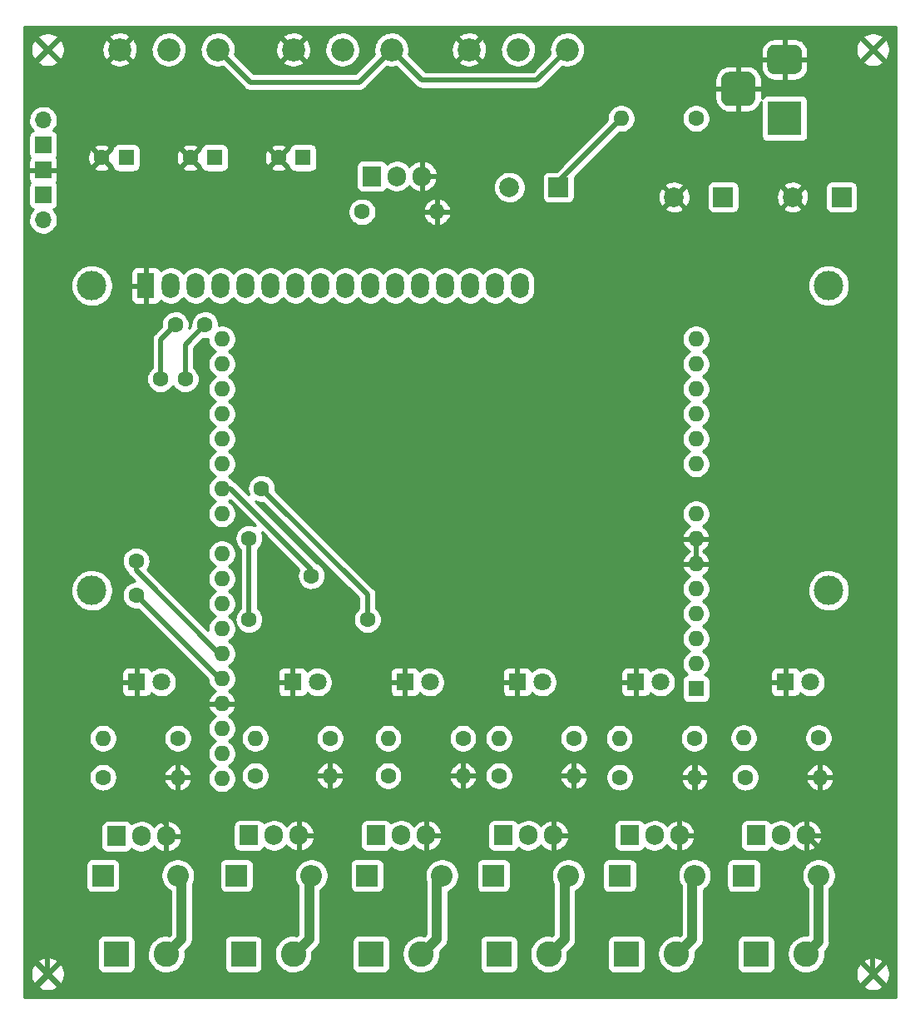
<source format=gbr>
G04 #@! TF.GenerationSoftware,KiCad,Pcbnew,(5.99.0-1109-gba7c8ed85)*
G04 #@! TF.CreationDate,2020-03-28T01:29:19-07:00*
G04 #@! TF.ProjectId,ventilator,76656e74-696c-4617-946f-722e6b696361,rev?*
G04 #@! TF.SameCoordinates,Original*
G04 #@! TF.FileFunction,Copper,L2,Bot*
G04 #@! TF.FilePolarity,Positive*
%FSLAX46Y46*%
G04 Gerber Fmt 4.6, Leading zero omitted, Abs format (unit mm)*
G04 Created by KiCad (PCBNEW (5.99.0-1109-gba7c8ed85)) date 2020-03-28 01:29:19*
%MOMM*%
%LPD*%
G01*
G04 APERTURE LIST*
G04 #@! TA.AperFunction,ComponentPad*
%ADD10R,1.700000X1.700000*%
G04 #@! TD*
G04 #@! TA.AperFunction,ComponentPad*
%ADD11C,2.600000*%
G04 #@! TD*
G04 #@! TA.AperFunction,ComponentPad*
%ADD12R,2.600000X2.600000*%
G04 #@! TD*
G04 #@! TA.AperFunction,ComponentPad*
%ADD13C,1.600000*%
G04 #@! TD*
G04 #@! TA.AperFunction,ComponentPad*
%ADD14R,1.600000X1.600000*%
G04 #@! TD*
G04 #@! TA.AperFunction,ComponentPad*
%ADD15O,1.700000X1.700000*%
G04 #@! TD*
G04 #@! TA.AperFunction,ComponentPad*
%ADD16R,3.500000X3.500000*%
G04 #@! TD*
G04 #@! TA.AperFunction,ComponentPad*
%ADD17O,1.600000X1.600000*%
G04 #@! TD*
G04 #@! TA.AperFunction,ComponentPad*
%ADD18O,1.905000X2.000000*%
G04 #@! TD*
G04 #@! TA.AperFunction,ComponentPad*
%ADD19R,1.905000X2.000000*%
G04 #@! TD*
G04 #@! TA.AperFunction,ComponentPad*
%ADD20O,2.200000X2.200000*%
G04 #@! TD*
G04 #@! TA.AperFunction,ComponentPad*
%ADD21R,2.200000X2.200000*%
G04 #@! TD*
G04 #@! TA.AperFunction,ComponentPad*
%ADD22C,1.800000*%
G04 #@! TD*
G04 #@! TA.AperFunction,ComponentPad*
%ADD23R,1.800000X1.800000*%
G04 #@! TD*
G04 #@! TA.AperFunction,ComponentPad*
%ADD24C,2.000000*%
G04 #@! TD*
G04 #@! TA.AperFunction,ComponentPad*
%ADD25R,2.000000X2.000000*%
G04 #@! TD*
G04 #@! TA.AperFunction,ComponentPad*
%ADD26C,2.340000*%
G04 #@! TD*
G04 #@! TA.AperFunction,ComponentPad*
%ADD27C,3.000000*%
G04 #@! TD*
G04 #@! TA.AperFunction,ComponentPad*
%ADD28O,1.800000X2.600000*%
G04 #@! TD*
G04 #@! TA.AperFunction,ComponentPad*
%ADD29R,1.800000X2.600000*%
G04 #@! TD*
G04 #@! TA.AperFunction,ViaPad*
%ADD30C,1.600000*%
G04 #@! TD*
G04 #@! TA.AperFunction,Conductor*
%ADD31C,0.500000*%
G04 #@! TD*
G04 #@! TA.AperFunction,Conductor*
%ADD32C,1.000000*%
G04 #@! TD*
G04 #@! TA.AperFunction,Conductor*
%ADD33C,0.254000*%
G04 #@! TD*
G04 APERTURE END LIST*
D10*
X2540000Y-15240000D03*
D11*
X15080000Y-95000000D03*
D12*
X10000000Y-95000000D03*
D11*
X28000000Y-95000000D03*
D12*
X22920000Y-95000000D03*
D11*
X41000000Y-95000000D03*
D12*
X35920000Y-95000000D03*
D11*
X54000000Y-95000000D03*
D12*
X48920000Y-95000000D03*
D11*
X67000000Y-95000000D03*
D12*
X61920000Y-95000000D03*
D11*
X80200000Y-95000000D03*
D12*
X75120000Y-95000000D03*
D13*
X8500000Y-14000000D03*
D14*
X11000000Y-14000000D03*
D13*
X17500000Y-14000000D03*
D14*
X20000000Y-14000000D03*
D13*
X26500000Y-14000000D03*
D14*
X29000000Y-14000000D03*
D15*
X2540000Y-10160000D03*
D10*
X2540000Y-12700000D03*
D15*
X2540000Y-20320000D03*
D10*
X2540000Y-17780000D03*
G04 #@! TA.AperFunction,ComponentPad*
G36*
X74363099Y-5270457D02*
G01*
X74542403Y-5330872D01*
X74704527Y-5428419D01*
X74841892Y-5558537D01*
X74948073Y-5715143D01*
X75018106Y-5890913D01*
X75050000Y-6125000D01*
X75050000Y-7875000D01*
X75029543Y-8063099D01*
X74969128Y-8242403D01*
X74871581Y-8404527D01*
X74741463Y-8541892D01*
X74584857Y-8648073D01*
X74409087Y-8718106D01*
X74175000Y-8750000D01*
X72425000Y-8750000D01*
X72236901Y-8729543D01*
X72057597Y-8669128D01*
X71895473Y-8571581D01*
X71758108Y-8441463D01*
X71651927Y-8284857D01*
X71581894Y-8109087D01*
X71550000Y-7875000D01*
X71550000Y-6125000D01*
X71570457Y-5936901D01*
X71630872Y-5757597D01*
X71728419Y-5595473D01*
X71858537Y-5458108D01*
X72015143Y-5351927D01*
X72190913Y-5281894D01*
X72425000Y-5250000D01*
X74175000Y-5250000D01*
X74363099Y-5270457D01*
G37*
G04 #@! TD.AperFunction*
G04 #@! TA.AperFunction,ComponentPad*
G36*
X79172962Y-2520216D02*
G01*
X79336599Y-2579776D01*
X79482091Y-2675467D01*
X79601592Y-2802131D01*
X79688662Y-2952940D01*
X79738606Y-3119764D01*
X79750000Y-3250000D01*
X79750000Y-4750000D01*
X79729784Y-4922962D01*
X79670224Y-5086599D01*
X79574533Y-5232091D01*
X79447869Y-5351592D01*
X79297060Y-5438662D01*
X79130236Y-5488606D01*
X79000000Y-5500000D01*
X77000000Y-5500000D01*
X76827038Y-5479784D01*
X76663401Y-5420224D01*
X76517909Y-5324533D01*
X76398408Y-5197869D01*
X76311338Y-5047060D01*
X76261394Y-4880236D01*
X76250000Y-4750000D01*
X76250000Y-3250000D01*
X76270216Y-3077038D01*
X76329776Y-2913401D01*
X76425467Y-2767909D01*
X76552131Y-2648408D01*
X76702940Y-2561338D01*
X76869764Y-2511394D01*
X77000000Y-2500000D01*
X79000000Y-2500000D01*
X79172962Y-2520216D01*
G37*
G04 #@! TD.AperFunction*
D16*
X78000000Y-10000000D03*
D17*
X16245000Y-77000000D03*
D13*
X8625000Y-77000000D03*
D17*
X8625000Y-73025000D03*
D13*
X16245000Y-73025000D03*
D18*
X15080000Y-83000000D03*
X12540000Y-83000000D03*
D19*
X10000000Y-83000000D03*
D20*
X16245000Y-86995000D03*
D21*
X8625000Y-86995000D03*
D22*
X14605000Y-67310000D03*
D23*
X12065000Y-67310000D03*
D24*
X78820000Y-18000000D03*
D25*
X83820000Y-18000000D03*
D24*
X66755000Y-18000000D03*
D25*
X71755000Y-18000000D03*
D26*
X20320000Y-3000000D03*
X15320000Y-3000000D03*
X10320000Y-3000000D03*
X38000000Y-3000000D03*
X33000000Y-3000000D03*
X28000000Y-3000000D03*
X55880000Y-3000000D03*
X50880000Y-3000000D03*
X45880000Y-3000000D03*
D17*
X61380000Y-10000000D03*
D13*
X69000000Y-10000000D03*
D17*
X42620000Y-19500000D03*
D13*
X35000000Y-19500000D03*
D17*
X31750000Y-76835000D03*
D13*
X24130000Y-76835000D03*
D17*
X24130000Y-73025000D03*
D13*
X31750000Y-73025000D03*
D17*
X45270000Y-76835000D03*
D13*
X37650000Y-76835000D03*
D17*
X56560000Y-76835000D03*
D13*
X48940000Y-76835000D03*
D17*
X37650000Y-73025000D03*
D13*
X45270000Y-73025000D03*
D17*
X48940000Y-73025000D03*
D13*
X56560000Y-73025000D03*
D17*
X68850000Y-77000000D03*
D13*
X61230000Y-77000000D03*
D17*
X81620000Y-77000000D03*
D13*
X74000000Y-77000000D03*
D17*
X61190000Y-73025000D03*
D13*
X68810000Y-73025000D03*
D17*
X73850000Y-73000000D03*
D13*
X81470000Y-73000000D03*
D18*
X41080000Y-15875000D03*
X38540000Y-15875000D03*
D19*
X36000000Y-15875000D03*
D18*
X28575000Y-82920000D03*
X26035000Y-82920000D03*
D19*
X23495000Y-82920000D03*
D18*
X41520000Y-82920000D03*
X38980000Y-82920000D03*
D19*
X36440000Y-82920000D03*
D18*
X54460000Y-82920000D03*
X51920000Y-82920000D03*
D19*
X49380000Y-82920000D03*
D18*
X67310000Y-82920000D03*
X64770000Y-82920000D03*
D19*
X62230000Y-82920000D03*
D18*
X80200000Y-82920000D03*
X77660000Y-82920000D03*
D19*
X75120000Y-82920000D03*
D24*
X50000000Y-17000000D03*
D25*
X55000000Y-17000000D03*
D27*
X82500000Y-27000000D03*
X82499480Y-58000700D03*
X7500900Y-58000700D03*
X7500900Y-27000000D03*
D28*
X51100000Y-27000000D03*
X48560000Y-27000000D03*
X46020000Y-27000000D03*
X43480000Y-27000000D03*
X40940000Y-27000000D03*
X38400000Y-27000000D03*
X35860000Y-27000000D03*
X33320000Y-27000000D03*
X30780000Y-27000000D03*
X28240000Y-27000000D03*
X25700000Y-27000000D03*
X23160000Y-27000000D03*
X20620000Y-27000000D03*
X18080000Y-27000000D03*
X15540000Y-27000000D03*
D29*
X13000000Y-27000000D03*
D20*
X29845000Y-87000000D03*
D21*
X22225000Y-87000000D03*
D22*
X30480000Y-67310000D03*
D23*
X27940000Y-67310000D03*
D20*
X43140000Y-87000000D03*
D21*
X35520000Y-87000000D03*
D20*
X56000000Y-87000000D03*
D21*
X48380000Y-87000000D03*
D22*
X41910000Y-67310000D03*
D23*
X39370000Y-67310000D03*
D22*
X53340000Y-67310000D03*
D23*
X50800000Y-67310000D03*
D20*
X68850000Y-87000000D03*
D21*
X61230000Y-87000000D03*
D20*
X81470000Y-87000000D03*
D21*
X73850000Y-87000000D03*
D22*
X65405000Y-67310000D03*
D23*
X62865000Y-67310000D03*
D22*
X80645000Y-67310000D03*
D23*
X78105000Y-67310000D03*
D17*
X20740000Y-34980000D03*
X20740000Y-32440000D03*
X20740000Y-72060000D03*
X69000000Y-32440000D03*
X20740000Y-69520000D03*
X69000000Y-34980000D03*
X20740000Y-66980000D03*
X69000000Y-37520000D03*
X20740000Y-64440000D03*
X69000000Y-40060000D03*
X20740000Y-61900000D03*
X69000000Y-42600000D03*
X20740000Y-59360000D03*
X69000000Y-45140000D03*
X20740000Y-56820000D03*
X69000000Y-50220000D03*
X20740000Y-54280000D03*
X69000000Y-52760000D03*
X20740000Y-50220000D03*
X69000000Y-55300000D03*
X20740000Y-47680000D03*
X69000000Y-57840000D03*
X20740000Y-45140000D03*
X69000000Y-60380000D03*
X20740000Y-42600000D03*
X69000000Y-62920000D03*
X20740000Y-40060000D03*
X69000000Y-65460000D03*
X20740000Y-37520000D03*
D14*
X69000000Y-68000000D03*
D17*
X20740000Y-74600000D03*
X20740000Y-77140000D03*
D30*
X12000000Y-55000000D03*
X17000000Y-36500000D03*
X19000000Y-31000000D03*
X14500000Y-36500000D03*
X16000000Y-31000000D03*
X12000000Y-58500000D03*
X29845000Y-56515000D03*
X35560000Y-60960000D03*
X24765000Y-47625000D03*
X23495000Y-60960000D03*
X23495000Y-52705000D03*
D31*
X38000000Y-3000000D02*
X41096000Y-6096000D01*
X41096000Y-6096000D02*
X52784000Y-6096000D01*
X52784000Y-6096000D02*
X55880000Y-3000000D01*
X20320000Y-3000000D02*
X23622000Y-6302000D01*
X23622000Y-6302000D02*
X34698000Y-6302000D01*
X34698000Y-6302000D02*
X38000000Y-3000000D01*
X19000000Y-31000000D02*
X17000000Y-33000000D01*
X17000000Y-33000000D02*
X17000000Y-36500000D01*
X20500000Y-67000000D02*
X12000000Y-58500000D01*
X14500000Y-36500000D02*
X14500000Y-32500000D01*
X14500000Y-32500000D02*
X16000000Y-31000000D01*
X87000000Y-97000000D02*
X87000000Y-89720000D01*
X87000000Y-89720000D02*
X80200000Y-82920000D01*
X55000000Y-17000000D02*
X55000000Y-16380000D01*
X55000000Y-16380000D02*
X61380000Y-10000000D01*
X20685000Y-40005000D02*
X20740000Y-40060000D01*
X15080000Y-81755000D02*
X13970000Y-80645000D01*
X3000000Y-87157498D02*
X3000000Y-97000000D01*
X15080000Y-82920000D02*
X15080000Y-81755000D01*
X13970000Y-80645000D02*
X9512498Y-80645000D01*
X9512498Y-80645000D02*
X3000000Y-87157498D01*
D32*
X81470000Y-93730000D02*
X80200000Y-95000000D01*
X81470000Y-87000000D02*
X81470000Y-93730000D01*
X68620000Y-93460000D02*
X67080000Y-95000000D01*
X68620000Y-87000000D02*
X68620000Y-93460000D01*
X55620000Y-93460000D02*
X54080000Y-95000000D01*
X55620000Y-87000000D02*
X55620000Y-93460000D01*
X42620000Y-93460000D02*
X41080000Y-95000000D01*
X42620000Y-87000000D02*
X42620000Y-93460000D01*
X29620000Y-93460000D02*
X28080000Y-95000000D01*
X29620000Y-87000000D02*
X29620000Y-93460000D01*
X16620000Y-93460000D02*
X15080000Y-95000000D01*
X16620000Y-87000000D02*
X16620000Y-93460000D01*
D31*
X35560000Y-60960000D02*
X35560000Y-58420000D01*
X35560000Y-58420000D02*
X24765000Y-47625000D01*
X23495000Y-52705000D02*
X23495000Y-60960000D01*
X29845000Y-55880000D02*
X29845000Y-56515000D01*
X20740000Y-47680000D02*
X21645000Y-47680000D01*
X21645000Y-47680000D02*
X29845000Y-55880000D01*
X12000000Y-55975000D02*
X12000000Y-55000000D01*
X21000000Y-64500000D02*
X20525000Y-64500000D01*
X20525000Y-64500000D02*
X12000000Y-55975000D01*
G36*
X89366000Y-99366000D02*
G01*
X634000Y-99366000D01*
X634000Y-98254338D01*
X1926682Y-98254338D01*
X1935797Y-98370154D01*
X2087168Y-98480131D01*
X2095610Y-98485304D01*
X2329950Y-98604706D01*
X2339098Y-98608495D01*
X2589231Y-98689768D01*
X2598859Y-98692079D01*
X2858627Y-98733223D01*
X2868497Y-98734000D01*
X3131503Y-98734000D01*
X3141373Y-98733223D01*
X3401141Y-98692079D01*
X3410769Y-98689768D01*
X3660902Y-98608495D01*
X3670050Y-98604706D01*
X3904390Y-98485304D01*
X3912832Y-98480131D01*
X4064203Y-98370154D01*
X4073318Y-98254338D01*
X85926682Y-98254338D01*
X85935797Y-98370154D01*
X86087168Y-98480131D01*
X86095610Y-98485304D01*
X86329950Y-98604706D01*
X86339098Y-98608495D01*
X86589231Y-98689768D01*
X86598859Y-98692079D01*
X86858627Y-98733223D01*
X86868497Y-98734000D01*
X87131503Y-98734000D01*
X87141373Y-98733223D01*
X87401141Y-98692079D01*
X87410769Y-98689768D01*
X87660902Y-98608495D01*
X87670050Y-98604706D01*
X87904390Y-98485304D01*
X87912832Y-98480131D01*
X88064203Y-98370154D01*
X88073318Y-98254338D01*
X87052191Y-97233210D01*
X86947809Y-97233210D01*
X85926682Y-98254338D01*
X4073318Y-98254338D01*
X3052191Y-97233210D01*
X2947809Y-97233210D01*
X1926682Y-98254338D01*
X634000Y-98254338D01*
X634000Y-96868497D01*
X1266000Y-96868497D01*
X1266000Y-97131503D01*
X1266777Y-97141373D01*
X1307921Y-97401141D01*
X1310232Y-97410769D01*
X1391505Y-97660902D01*
X1395294Y-97670050D01*
X1514696Y-97904390D01*
X1519869Y-97912832D01*
X1629846Y-98064203D01*
X1745662Y-98073318D01*
X2766790Y-97052191D01*
X2766790Y-96947809D01*
X3233210Y-96947809D01*
X3233210Y-97052191D01*
X4254338Y-98073318D01*
X4370154Y-98064203D01*
X4480131Y-97912832D01*
X4485304Y-97904390D01*
X4604706Y-97670050D01*
X4608495Y-97660902D01*
X4689768Y-97410769D01*
X4692079Y-97401141D01*
X4733223Y-97141373D01*
X4734000Y-97131503D01*
X4734000Y-96868497D01*
X4733223Y-96858627D01*
X4692079Y-96598859D01*
X4689768Y-96589231D01*
X4608495Y-96339098D01*
X4604706Y-96329950D01*
X4485304Y-96095610D01*
X4480131Y-96087168D01*
X4370154Y-95935797D01*
X4254338Y-95926682D01*
X3233210Y-96947809D01*
X2766790Y-96947809D01*
X1745662Y-95926682D01*
X1629846Y-95935797D01*
X1519869Y-96087168D01*
X1514696Y-96095610D01*
X1395294Y-96329950D01*
X1391505Y-96339098D01*
X1310232Y-96589231D01*
X1307921Y-96598859D01*
X1266777Y-96858627D01*
X1266000Y-96868497D01*
X634000Y-96868497D01*
X634000Y-95745662D01*
X1926682Y-95745662D01*
X2947809Y-96766790D01*
X3052191Y-96766790D01*
X4073318Y-95745662D01*
X4064203Y-95629846D01*
X3912832Y-95519869D01*
X3904390Y-95514696D01*
X3670050Y-95395294D01*
X3660902Y-95391505D01*
X3410769Y-95310232D01*
X3401141Y-95307921D01*
X3141373Y-95266777D01*
X3131503Y-95266000D01*
X2868497Y-95266000D01*
X2858627Y-95266777D01*
X2598859Y-95307921D01*
X2589231Y-95310232D01*
X2339098Y-95391505D01*
X2329950Y-95395294D01*
X2095610Y-95514696D01*
X2087168Y-95519869D01*
X1935797Y-95629846D01*
X1926682Y-95745662D01*
X634000Y-95745662D01*
X634000Y-93694499D01*
X8058163Y-93694499D01*
X8058163Y-96308258D01*
X8060319Y-96324634D01*
X8135137Y-96603859D01*
X8147880Y-96628339D01*
X8278990Y-96784590D01*
X8295879Y-96798761D01*
X8470120Y-96899359D01*
X8490837Y-96906900D01*
X8683538Y-96940878D01*
X8694499Y-96941837D01*
X11308258Y-96941837D01*
X11324634Y-96939681D01*
X11603859Y-96864863D01*
X11628339Y-96852120D01*
X11784590Y-96721010D01*
X11798761Y-96704121D01*
X11899359Y-96529880D01*
X11906900Y-96509163D01*
X11940878Y-96316462D01*
X11941837Y-96305501D01*
X11941837Y-95088364D01*
X13142940Y-95088364D01*
X13143388Y-95097703D01*
X13177278Y-95373708D01*
X13179102Y-95382879D01*
X13253415Y-95650843D01*
X13256575Y-95659644D01*
X13369679Y-95913681D01*
X13374105Y-95921918D01*
X13523517Y-96156447D01*
X13529111Y-96163939D01*
X13711547Y-96373807D01*
X13718187Y-96380390D01*
X13929640Y-96560987D01*
X13937180Y-96566517D01*
X14173004Y-96713876D01*
X14181279Y-96718229D01*
X14436293Y-96829113D01*
X14445121Y-96832196D01*
X14713724Y-96904167D01*
X14722910Y-96905911D01*
X14999200Y-96937390D01*
X15008544Y-96937757D01*
X15286453Y-96928053D01*
X15295748Y-96927035D01*
X15569170Y-96876359D01*
X15578212Y-96873978D01*
X15841140Y-96783445D01*
X15849731Y-96779754D01*
X16096389Y-96651351D01*
X16104341Y-96646431D01*
X16329310Y-96482981D01*
X16336447Y-96476939D01*
X16534786Y-96282032D01*
X16540951Y-96275002D01*
X16708304Y-96052919D01*
X16713362Y-96045055D01*
X16846049Y-95800675D01*
X16849889Y-95792150D01*
X16944998Y-95530841D01*
X16947536Y-95521842D01*
X17003140Y-95248536D01*
X17004386Y-95237605D01*
X17014184Y-94863435D01*
X17013512Y-94852453D01*
X16990184Y-94696362D01*
X17395413Y-94291134D01*
X17464643Y-94230741D01*
X17474808Y-94219451D01*
X17532358Y-94137564D01*
X17594103Y-94058819D01*
X17601972Y-94045825D01*
X17611204Y-94025379D01*
X17624109Y-94007017D01*
X17631288Y-93993629D01*
X17667645Y-93900378D01*
X17708824Y-93809177D01*
X17713366Y-93794681D01*
X17717455Y-93772620D01*
X17725667Y-93751559D01*
X17729488Y-93736514D01*
X17734795Y-93694499D01*
X20978163Y-93694499D01*
X20978163Y-96308258D01*
X20980319Y-96324634D01*
X21055137Y-96603859D01*
X21067880Y-96628339D01*
X21198990Y-96784590D01*
X21215879Y-96798761D01*
X21390120Y-96899359D01*
X21410837Y-96906900D01*
X21603538Y-96940878D01*
X21614499Y-96941837D01*
X24228258Y-96941837D01*
X24244634Y-96939681D01*
X24523859Y-96864863D01*
X24548339Y-96852120D01*
X24704590Y-96721010D01*
X24718761Y-96704121D01*
X24819359Y-96529880D01*
X24826900Y-96509163D01*
X24860878Y-96316462D01*
X24861837Y-96305501D01*
X24861837Y-95088364D01*
X26062940Y-95088364D01*
X26063388Y-95097703D01*
X26097278Y-95373708D01*
X26099102Y-95382879D01*
X26173415Y-95650843D01*
X26176575Y-95659644D01*
X26289679Y-95913681D01*
X26294105Y-95921918D01*
X26443517Y-96156447D01*
X26449111Y-96163939D01*
X26631547Y-96373807D01*
X26638187Y-96380390D01*
X26849640Y-96560987D01*
X26857180Y-96566517D01*
X27093004Y-96713876D01*
X27101279Y-96718229D01*
X27356293Y-96829113D01*
X27365121Y-96832196D01*
X27633724Y-96904167D01*
X27642910Y-96905911D01*
X27919200Y-96937390D01*
X27928544Y-96937757D01*
X28206453Y-96928053D01*
X28215748Y-96927035D01*
X28489170Y-96876359D01*
X28498212Y-96873978D01*
X28761140Y-96783445D01*
X28769731Y-96779754D01*
X29016389Y-96651351D01*
X29024341Y-96646431D01*
X29249310Y-96482981D01*
X29256447Y-96476939D01*
X29454786Y-96282032D01*
X29460951Y-96275002D01*
X29628304Y-96052919D01*
X29633362Y-96045055D01*
X29766049Y-95800675D01*
X29769889Y-95792150D01*
X29864998Y-95530841D01*
X29867536Y-95521842D01*
X29923140Y-95248536D01*
X29924386Y-95237605D01*
X29934184Y-94863435D01*
X29933512Y-94852453D01*
X29920586Y-94765960D01*
X30395406Y-94291140D01*
X30464643Y-94230741D01*
X30474808Y-94219451D01*
X30532358Y-94137564D01*
X30594103Y-94058819D01*
X30601972Y-94045825D01*
X30611204Y-94025379D01*
X30624109Y-94007017D01*
X30631288Y-93993629D01*
X30667645Y-93900378D01*
X30708824Y-93809177D01*
X30713366Y-93794681D01*
X30717455Y-93772620D01*
X30725667Y-93751559D01*
X30729488Y-93736514D01*
X30734795Y-93694499D01*
X33978163Y-93694499D01*
X33978163Y-96308258D01*
X33980319Y-96324634D01*
X34055137Y-96603859D01*
X34067880Y-96628339D01*
X34198990Y-96784590D01*
X34215879Y-96798761D01*
X34390120Y-96899359D01*
X34410837Y-96906900D01*
X34603538Y-96940878D01*
X34614499Y-96941837D01*
X37228258Y-96941837D01*
X37244634Y-96939681D01*
X37523859Y-96864863D01*
X37548339Y-96852120D01*
X37704590Y-96721010D01*
X37718761Y-96704121D01*
X37819359Y-96529880D01*
X37826900Y-96509163D01*
X37860878Y-96316462D01*
X37861837Y-96305501D01*
X37861837Y-95088364D01*
X39062940Y-95088364D01*
X39063388Y-95097703D01*
X39097278Y-95373708D01*
X39099102Y-95382879D01*
X39173415Y-95650843D01*
X39176575Y-95659644D01*
X39289679Y-95913681D01*
X39294105Y-95921918D01*
X39443517Y-96156447D01*
X39449111Y-96163939D01*
X39631547Y-96373807D01*
X39638187Y-96380390D01*
X39849640Y-96560987D01*
X39857180Y-96566517D01*
X40093004Y-96713876D01*
X40101279Y-96718229D01*
X40356293Y-96829113D01*
X40365121Y-96832196D01*
X40633724Y-96904167D01*
X40642910Y-96905911D01*
X40919200Y-96937390D01*
X40928544Y-96937757D01*
X41206453Y-96928053D01*
X41215748Y-96927035D01*
X41489170Y-96876359D01*
X41498212Y-96873978D01*
X41761140Y-96783445D01*
X41769731Y-96779754D01*
X42016389Y-96651351D01*
X42024341Y-96646431D01*
X42249310Y-96482981D01*
X42256447Y-96476939D01*
X42454786Y-96282032D01*
X42460951Y-96275002D01*
X42628304Y-96052919D01*
X42633362Y-96045055D01*
X42766049Y-95800675D01*
X42769889Y-95792150D01*
X42864998Y-95530841D01*
X42867536Y-95521842D01*
X42923140Y-95248536D01*
X42924386Y-95237605D01*
X42934184Y-94863435D01*
X42933512Y-94852453D01*
X42920586Y-94765960D01*
X43395406Y-94291140D01*
X43464643Y-94230741D01*
X43474808Y-94219451D01*
X43532358Y-94137564D01*
X43594103Y-94058819D01*
X43601972Y-94045825D01*
X43611204Y-94025379D01*
X43624109Y-94007017D01*
X43631288Y-93993629D01*
X43667645Y-93900378D01*
X43708824Y-93809177D01*
X43713366Y-93794681D01*
X43717455Y-93772620D01*
X43725667Y-93751559D01*
X43729488Y-93736514D01*
X43734795Y-93694499D01*
X46978163Y-93694499D01*
X46978163Y-96308258D01*
X46980319Y-96324634D01*
X47055137Y-96603859D01*
X47067880Y-96628339D01*
X47198990Y-96784590D01*
X47215879Y-96798761D01*
X47390120Y-96899359D01*
X47410837Y-96906900D01*
X47603538Y-96940878D01*
X47614499Y-96941837D01*
X50228258Y-96941837D01*
X50244634Y-96939681D01*
X50523859Y-96864863D01*
X50548339Y-96852120D01*
X50704590Y-96721010D01*
X50718761Y-96704121D01*
X50819359Y-96529880D01*
X50826900Y-96509163D01*
X50860878Y-96316462D01*
X50861837Y-96305501D01*
X50861837Y-95088364D01*
X52062940Y-95088364D01*
X52063388Y-95097703D01*
X52097278Y-95373708D01*
X52099102Y-95382879D01*
X52173415Y-95650843D01*
X52176575Y-95659644D01*
X52289679Y-95913681D01*
X52294105Y-95921918D01*
X52443517Y-96156447D01*
X52449111Y-96163939D01*
X52631547Y-96373807D01*
X52638187Y-96380390D01*
X52849640Y-96560987D01*
X52857180Y-96566517D01*
X53093004Y-96713876D01*
X53101279Y-96718229D01*
X53356293Y-96829113D01*
X53365121Y-96832196D01*
X53633724Y-96904167D01*
X53642910Y-96905911D01*
X53919200Y-96937390D01*
X53928544Y-96937757D01*
X54206453Y-96928053D01*
X54215748Y-96927035D01*
X54489170Y-96876359D01*
X54498212Y-96873978D01*
X54761140Y-96783445D01*
X54769731Y-96779754D01*
X55016389Y-96651351D01*
X55024341Y-96646431D01*
X55249310Y-96482981D01*
X55256447Y-96476939D01*
X55454786Y-96282032D01*
X55460951Y-96275002D01*
X55628304Y-96052919D01*
X55633362Y-96045055D01*
X55766049Y-95800675D01*
X55769889Y-95792150D01*
X55864998Y-95530841D01*
X55867536Y-95521842D01*
X55923140Y-95248536D01*
X55924386Y-95237605D01*
X55934184Y-94863435D01*
X55933512Y-94852453D01*
X55920586Y-94765960D01*
X56395406Y-94291140D01*
X56464643Y-94230741D01*
X56474808Y-94219451D01*
X56532358Y-94137564D01*
X56594103Y-94058819D01*
X56601972Y-94045825D01*
X56611204Y-94025379D01*
X56624109Y-94007017D01*
X56631288Y-93993629D01*
X56667645Y-93900378D01*
X56708824Y-93809177D01*
X56713366Y-93794681D01*
X56717455Y-93772620D01*
X56725667Y-93751559D01*
X56729488Y-93736514D01*
X56734795Y-93694499D01*
X59978163Y-93694499D01*
X59978163Y-96308258D01*
X59980319Y-96324634D01*
X60055137Y-96603859D01*
X60067880Y-96628339D01*
X60198990Y-96784590D01*
X60215879Y-96798761D01*
X60390120Y-96899359D01*
X60410837Y-96906900D01*
X60603538Y-96940878D01*
X60614499Y-96941837D01*
X63228258Y-96941837D01*
X63244634Y-96939681D01*
X63523859Y-96864863D01*
X63548339Y-96852120D01*
X63704590Y-96721010D01*
X63718761Y-96704121D01*
X63819359Y-96529880D01*
X63826900Y-96509163D01*
X63860878Y-96316462D01*
X63861837Y-96305501D01*
X63861837Y-95088364D01*
X65062940Y-95088364D01*
X65063388Y-95097703D01*
X65097278Y-95373708D01*
X65099102Y-95382879D01*
X65173415Y-95650843D01*
X65176575Y-95659644D01*
X65289679Y-95913681D01*
X65294105Y-95921918D01*
X65443517Y-96156447D01*
X65449111Y-96163939D01*
X65631547Y-96373807D01*
X65638187Y-96380390D01*
X65849640Y-96560987D01*
X65857180Y-96566517D01*
X66093004Y-96713876D01*
X66101279Y-96718229D01*
X66356293Y-96829113D01*
X66365121Y-96832196D01*
X66633724Y-96904167D01*
X66642910Y-96905911D01*
X66919200Y-96937390D01*
X66928544Y-96937757D01*
X67206453Y-96928053D01*
X67215748Y-96927035D01*
X67489170Y-96876359D01*
X67498212Y-96873978D01*
X67761140Y-96783445D01*
X67769731Y-96779754D01*
X68016389Y-96651351D01*
X68024341Y-96646431D01*
X68249310Y-96482981D01*
X68256447Y-96476939D01*
X68454786Y-96282032D01*
X68460951Y-96275002D01*
X68628304Y-96052919D01*
X68633362Y-96045055D01*
X68766049Y-95800675D01*
X68769889Y-95792150D01*
X68864998Y-95530841D01*
X68867536Y-95521842D01*
X68923140Y-95248536D01*
X68924386Y-95237605D01*
X68934184Y-94863435D01*
X68933512Y-94852453D01*
X68920586Y-94765960D01*
X69395406Y-94291140D01*
X69464643Y-94230741D01*
X69474808Y-94219451D01*
X69532358Y-94137564D01*
X69594103Y-94058819D01*
X69601972Y-94045825D01*
X69611204Y-94025379D01*
X69624109Y-94007017D01*
X69631288Y-93993629D01*
X69667645Y-93900378D01*
X69708824Y-93809177D01*
X69713366Y-93794681D01*
X69717455Y-93772620D01*
X69725667Y-93751559D01*
X69729488Y-93736514D01*
X69734795Y-93694499D01*
X73178163Y-93694499D01*
X73178163Y-96308258D01*
X73180319Y-96324634D01*
X73255137Y-96603859D01*
X73267880Y-96628339D01*
X73398990Y-96784590D01*
X73415879Y-96798761D01*
X73590120Y-96899359D01*
X73610837Y-96906900D01*
X73803538Y-96940878D01*
X73814499Y-96941837D01*
X76428258Y-96941837D01*
X76444634Y-96939681D01*
X76723859Y-96864863D01*
X76748339Y-96852120D01*
X76904590Y-96721010D01*
X76918761Y-96704121D01*
X77019359Y-96529880D01*
X77026900Y-96509163D01*
X77060878Y-96316462D01*
X77061837Y-96305501D01*
X77061837Y-95088364D01*
X78262940Y-95088364D01*
X78263388Y-95097703D01*
X78297278Y-95373708D01*
X78299102Y-95382879D01*
X78373415Y-95650843D01*
X78376575Y-95659644D01*
X78489679Y-95913681D01*
X78494105Y-95921918D01*
X78643517Y-96156447D01*
X78649111Y-96163939D01*
X78831547Y-96373807D01*
X78838187Y-96380390D01*
X79049640Y-96560987D01*
X79057180Y-96566517D01*
X79293004Y-96713876D01*
X79301279Y-96718229D01*
X79556293Y-96829113D01*
X79565121Y-96832196D01*
X79833724Y-96904167D01*
X79842910Y-96905911D01*
X80119200Y-96937390D01*
X80128544Y-96937757D01*
X80406453Y-96928053D01*
X80415748Y-96927035D01*
X80689170Y-96876359D01*
X80698212Y-96873978D01*
X80714130Y-96868497D01*
X85266000Y-96868497D01*
X85266000Y-97131503D01*
X85266777Y-97141373D01*
X85307921Y-97401141D01*
X85310232Y-97410769D01*
X85391505Y-97660902D01*
X85395294Y-97670050D01*
X85514696Y-97904390D01*
X85519869Y-97912832D01*
X85629846Y-98064203D01*
X85745662Y-98073318D01*
X86766790Y-97052191D01*
X86766790Y-96947809D01*
X87233210Y-96947809D01*
X87233210Y-97052191D01*
X88254338Y-98073318D01*
X88370154Y-98064203D01*
X88480131Y-97912832D01*
X88485304Y-97904390D01*
X88604706Y-97670050D01*
X88608495Y-97660902D01*
X88689768Y-97410769D01*
X88692079Y-97401141D01*
X88733223Y-97141373D01*
X88734000Y-97131503D01*
X88734000Y-96868497D01*
X88733223Y-96858627D01*
X88692079Y-96598859D01*
X88689768Y-96589231D01*
X88608495Y-96339098D01*
X88604706Y-96329950D01*
X88485304Y-96095610D01*
X88480131Y-96087168D01*
X88370154Y-95935797D01*
X88254338Y-95926682D01*
X87233210Y-96947809D01*
X86766790Y-96947809D01*
X85745662Y-95926682D01*
X85629846Y-95935797D01*
X85519869Y-96087168D01*
X85514696Y-96095610D01*
X85395294Y-96329950D01*
X85391505Y-96339098D01*
X85310232Y-96589231D01*
X85307921Y-96598859D01*
X85266777Y-96858627D01*
X85266000Y-96868497D01*
X80714130Y-96868497D01*
X80961140Y-96783445D01*
X80969731Y-96779754D01*
X81216389Y-96651351D01*
X81224341Y-96646431D01*
X81449310Y-96482981D01*
X81456447Y-96476939D01*
X81654786Y-96282032D01*
X81660951Y-96275002D01*
X81828304Y-96052919D01*
X81833362Y-96045055D01*
X81966049Y-95800675D01*
X81969889Y-95792150D01*
X81986809Y-95745662D01*
X85926682Y-95745662D01*
X86947809Y-96766790D01*
X87052191Y-96766790D01*
X88073318Y-95745662D01*
X88064203Y-95629846D01*
X87912832Y-95519869D01*
X87904390Y-95514696D01*
X87670050Y-95395294D01*
X87660902Y-95391505D01*
X87410769Y-95310232D01*
X87401141Y-95307921D01*
X87141373Y-95266777D01*
X87131503Y-95266000D01*
X86868497Y-95266000D01*
X86858627Y-95266777D01*
X86598859Y-95307921D01*
X86589231Y-95310232D01*
X86339098Y-95391505D01*
X86329950Y-95395294D01*
X86095610Y-95514696D01*
X86087168Y-95519869D01*
X85935797Y-95629846D01*
X85926682Y-95745662D01*
X81986809Y-95745662D01*
X82064998Y-95530841D01*
X82067536Y-95521842D01*
X82123140Y-95248536D01*
X82124386Y-95237605D01*
X82134184Y-94863435D01*
X82133512Y-94852453D01*
X82110184Y-94696361D01*
X82245398Y-94561147D01*
X82314642Y-94500742D01*
X82324808Y-94489452D01*
X82382370Y-94407550D01*
X82444103Y-94328818D01*
X82451973Y-94315823D01*
X82461202Y-94295382D01*
X82474109Y-94277018D01*
X82481288Y-94263629D01*
X82517644Y-94170378D01*
X82558823Y-94079178D01*
X82563366Y-94064681D01*
X82567453Y-94042625D01*
X82575666Y-94021561D01*
X82579488Y-94006515D01*
X82590920Y-93916014D01*
X82610684Y-93809378D01*
X82611638Y-93794215D01*
X82606000Y-93696436D01*
X82606000Y-88316247D01*
X82789110Y-88133137D01*
X82795540Y-88125608D01*
X82950131Y-87912832D01*
X82955304Y-87904390D01*
X83074706Y-87670050D01*
X83078495Y-87660902D01*
X83159768Y-87410769D01*
X83162079Y-87401141D01*
X83203223Y-87141373D01*
X83204000Y-87131503D01*
X83204000Y-86868497D01*
X83203223Y-86858627D01*
X83162079Y-86598859D01*
X83159768Y-86589231D01*
X83078495Y-86339098D01*
X83074706Y-86329950D01*
X82955304Y-86095610D01*
X82950131Y-86087168D01*
X82795540Y-85874392D01*
X82789110Y-85866863D01*
X82603137Y-85680890D01*
X82595608Y-85674460D01*
X82382832Y-85519869D01*
X82374390Y-85514696D01*
X82140050Y-85395294D01*
X82130902Y-85391505D01*
X81880769Y-85310232D01*
X81871141Y-85307921D01*
X81611373Y-85266777D01*
X81601503Y-85266000D01*
X81338497Y-85266000D01*
X81328627Y-85266777D01*
X81068859Y-85307921D01*
X81059231Y-85310232D01*
X80809098Y-85391505D01*
X80799950Y-85395294D01*
X80565610Y-85514696D01*
X80557168Y-85519869D01*
X80344392Y-85674460D01*
X80336863Y-85680890D01*
X80150890Y-85866863D01*
X80144460Y-85874392D01*
X79989869Y-86087168D01*
X79984696Y-86095610D01*
X79865294Y-86329950D01*
X79861505Y-86339098D01*
X79780232Y-86589231D01*
X79777921Y-86598859D01*
X79736777Y-86858627D01*
X79736000Y-86868497D01*
X79736000Y-87131503D01*
X79736777Y-87141373D01*
X79777921Y-87401141D01*
X79780232Y-87410769D01*
X79861505Y-87660902D01*
X79865294Y-87670050D01*
X79984696Y-87904390D01*
X79989869Y-87912832D01*
X80144460Y-88125608D01*
X80150890Y-88133137D01*
X80334000Y-88316247D01*
X80334001Y-93070252D01*
X80230056Y-93061158D01*
X80220706Y-93061036D01*
X79943147Y-93078012D01*
X79933882Y-93079273D01*
X79661881Y-93137088D01*
X79652904Y-93139705D01*
X79392436Y-93237091D01*
X79383944Y-93241005D01*
X79140732Y-93375819D01*
X79132912Y-93380946D01*
X78912298Y-93550231D01*
X78905322Y-93556457D01*
X78712153Y-93756489D01*
X78706173Y-93763678D01*
X78544693Y-93990066D01*
X78539842Y-93998059D01*
X78413597Y-94245829D01*
X78409981Y-94254452D01*
X78321745Y-94518160D01*
X78319443Y-94527223D01*
X78271155Y-94801077D01*
X78270219Y-94810380D01*
X78262940Y-95088364D01*
X77061837Y-95088364D01*
X77061837Y-93691742D01*
X77059681Y-93675366D01*
X76984863Y-93396142D01*
X76972120Y-93371662D01*
X76841010Y-93215410D01*
X76824121Y-93201239D01*
X76649880Y-93100641D01*
X76629163Y-93093100D01*
X76436462Y-93059122D01*
X76425501Y-93058163D01*
X73811742Y-93058163D01*
X73795366Y-93060319D01*
X73516142Y-93135137D01*
X73491662Y-93147880D01*
X73335410Y-93278990D01*
X73321239Y-93295879D01*
X73220641Y-93470120D01*
X73213100Y-93490837D01*
X73179122Y-93683538D01*
X73178163Y-93694499D01*
X69734795Y-93694499D01*
X69740918Y-93646029D01*
X69760685Y-93539378D01*
X69761639Y-93524215D01*
X69756000Y-93426418D01*
X69756000Y-88484317D01*
X69762832Y-88480131D01*
X69975608Y-88325540D01*
X69983137Y-88319110D01*
X70169110Y-88133137D01*
X70175540Y-88125608D01*
X70330131Y-87912832D01*
X70335304Y-87904390D01*
X70454706Y-87670050D01*
X70458495Y-87660902D01*
X70539768Y-87410769D01*
X70542079Y-87401141D01*
X70583223Y-87141373D01*
X70584000Y-87131503D01*
X70584000Y-86868497D01*
X70583223Y-86858627D01*
X70542079Y-86598859D01*
X70539768Y-86589231D01*
X70458495Y-86339098D01*
X70454706Y-86329950D01*
X70335304Y-86095610D01*
X70330131Y-86087168D01*
X70190149Y-85894499D01*
X72108163Y-85894499D01*
X72108163Y-88108258D01*
X72110319Y-88124634D01*
X72185137Y-88403859D01*
X72197880Y-88428339D01*
X72328990Y-88584590D01*
X72345879Y-88598761D01*
X72520120Y-88699359D01*
X72540837Y-88706900D01*
X72733538Y-88740878D01*
X72744499Y-88741837D01*
X74958258Y-88741837D01*
X74974634Y-88739681D01*
X75253859Y-88664863D01*
X75278339Y-88652120D01*
X75434590Y-88521010D01*
X75448761Y-88504121D01*
X75549359Y-88329880D01*
X75556900Y-88309163D01*
X75590878Y-88116462D01*
X75591837Y-88105501D01*
X75591837Y-85891742D01*
X75589681Y-85875366D01*
X75514863Y-85596142D01*
X75502120Y-85571662D01*
X75371010Y-85415410D01*
X75354121Y-85401239D01*
X75179880Y-85300641D01*
X75159163Y-85293100D01*
X74966462Y-85259122D01*
X74955501Y-85258163D01*
X72741742Y-85258163D01*
X72725366Y-85260319D01*
X72446142Y-85335137D01*
X72421662Y-85347880D01*
X72265410Y-85478990D01*
X72251239Y-85495879D01*
X72150641Y-85670120D01*
X72143100Y-85690837D01*
X72109122Y-85883538D01*
X72108163Y-85894499D01*
X70190149Y-85894499D01*
X70175540Y-85874392D01*
X70169110Y-85866863D01*
X69983137Y-85680890D01*
X69975608Y-85674460D01*
X69762832Y-85519869D01*
X69754390Y-85514696D01*
X69520050Y-85395294D01*
X69510902Y-85391505D01*
X69260769Y-85310232D01*
X69251141Y-85307921D01*
X68991373Y-85266777D01*
X68981503Y-85266000D01*
X68718497Y-85266000D01*
X68708627Y-85266777D01*
X68448859Y-85307921D01*
X68439231Y-85310232D01*
X68189098Y-85391505D01*
X68179950Y-85395294D01*
X67945610Y-85514696D01*
X67937168Y-85519869D01*
X67724392Y-85674460D01*
X67716863Y-85680890D01*
X67530890Y-85866863D01*
X67524460Y-85874392D01*
X67369869Y-86087168D01*
X67364696Y-86095610D01*
X67245294Y-86329950D01*
X67241505Y-86339098D01*
X67160232Y-86589231D01*
X67157921Y-86598859D01*
X67116777Y-86858627D01*
X67116000Y-86868497D01*
X67116000Y-87131503D01*
X67116777Y-87141373D01*
X67157921Y-87401141D01*
X67160232Y-87410769D01*
X67241505Y-87660902D01*
X67245294Y-87670050D01*
X67364696Y-87904390D01*
X67369869Y-87912832D01*
X67484000Y-88069920D01*
X67484001Y-92989453D01*
X67372956Y-93100498D01*
X67316305Y-93086897D01*
X67307076Y-93085394D01*
X67030056Y-93061158D01*
X67020706Y-93061036D01*
X66743147Y-93078012D01*
X66733882Y-93079273D01*
X66461881Y-93137088D01*
X66452904Y-93139705D01*
X66192436Y-93237091D01*
X66183944Y-93241005D01*
X65940732Y-93375819D01*
X65932912Y-93380946D01*
X65712298Y-93550231D01*
X65705322Y-93556457D01*
X65512153Y-93756489D01*
X65506173Y-93763678D01*
X65344693Y-93990066D01*
X65339842Y-93998059D01*
X65213597Y-94245829D01*
X65209981Y-94254452D01*
X65121745Y-94518160D01*
X65119443Y-94527223D01*
X65071155Y-94801077D01*
X65070219Y-94810380D01*
X65062940Y-95088364D01*
X63861837Y-95088364D01*
X63861837Y-93691742D01*
X63859681Y-93675366D01*
X63784863Y-93396142D01*
X63772120Y-93371662D01*
X63641010Y-93215410D01*
X63624121Y-93201239D01*
X63449880Y-93100641D01*
X63429163Y-93093100D01*
X63236462Y-93059122D01*
X63225501Y-93058163D01*
X60611742Y-93058163D01*
X60595366Y-93060319D01*
X60316142Y-93135137D01*
X60291662Y-93147880D01*
X60135410Y-93278990D01*
X60121239Y-93295879D01*
X60020641Y-93470120D01*
X60013100Y-93490837D01*
X59979122Y-93683538D01*
X59978163Y-93694499D01*
X56734795Y-93694499D01*
X56740918Y-93646029D01*
X56760685Y-93539378D01*
X56761639Y-93524215D01*
X56756000Y-93426418D01*
X56756000Y-88560913D01*
X56904390Y-88485304D01*
X56912832Y-88480131D01*
X57125608Y-88325540D01*
X57133137Y-88319110D01*
X57319110Y-88133137D01*
X57325540Y-88125608D01*
X57480131Y-87912832D01*
X57485304Y-87904390D01*
X57604706Y-87670050D01*
X57608495Y-87660902D01*
X57689768Y-87410769D01*
X57692079Y-87401141D01*
X57733223Y-87141373D01*
X57734000Y-87131503D01*
X57734000Y-86868497D01*
X57733223Y-86858627D01*
X57692079Y-86598859D01*
X57689768Y-86589231D01*
X57608495Y-86339098D01*
X57604706Y-86329950D01*
X57485304Y-86095610D01*
X57480131Y-86087168D01*
X57340149Y-85894499D01*
X59488163Y-85894499D01*
X59488163Y-88108258D01*
X59490319Y-88124634D01*
X59565137Y-88403859D01*
X59577880Y-88428339D01*
X59708990Y-88584590D01*
X59725879Y-88598761D01*
X59900120Y-88699359D01*
X59920837Y-88706900D01*
X60113538Y-88740878D01*
X60124499Y-88741837D01*
X62338258Y-88741837D01*
X62354634Y-88739681D01*
X62633859Y-88664863D01*
X62658339Y-88652120D01*
X62814590Y-88521010D01*
X62828761Y-88504121D01*
X62929359Y-88329880D01*
X62936900Y-88309163D01*
X62970878Y-88116462D01*
X62971837Y-88105501D01*
X62971837Y-85891742D01*
X62969681Y-85875366D01*
X62894863Y-85596142D01*
X62882120Y-85571662D01*
X62751010Y-85415410D01*
X62734121Y-85401239D01*
X62559880Y-85300641D01*
X62539163Y-85293100D01*
X62346462Y-85259122D01*
X62335501Y-85258163D01*
X60121742Y-85258163D01*
X60105366Y-85260319D01*
X59826142Y-85335137D01*
X59801662Y-85347880D01*
X59645410Y-85478990D01*
X59631239Y-85495879D01*
X59530641Y-85670120D01*
X59523100Y-85690837D01*
X59489122Y-85883538D01*
X59488163Y-85894499D01*
X57340149Y-85894499D01*
X57325540Y-85874392D01*
X57319110Y-85866863D01*
X57133137Y-85680890D01*
X57125608Y-85674460D01*
X56912832Y-85519869D01*
X56904390Y-85514696D01*
X56670050Y-85395294D01*
X56660902Y-85391505D01*
X56410769Y-85310232D01*
X56401141Y-85307921D01*
X56141373Y-85266777D01*
X56131503Y-85266000D01*
X55868497Y-85266000D01*
X55858627Y-85266777D01*
X55598859Y-85307921D01*
X55589231Y-85310232D01*
X55339098Y-85391505D01*
X55329950Y-85395294D01*
X55095610Y-85514696D01*
X55087168Y-85519869D01*
X54874392Y-85674460D01*
X54866863Y-85680890D01*
X54680890Y-85866863D01*
X54674460Y-85874392D01*
X54519869Y-86087168D01*
X54514696Y-86095610D01*
X54395294Y-86329950D01*
X54391505Y-86339098D01*
X54310232Y-86589231D01*
X54307921Y-86598859D01*
X54266777Y-86858627D01*
X54266000Y-86868497D01*
X54266000Y-87131503D01*
X54266777Y-87141373D01*
X54307921Y-87401141D01*
X54310232Y-87410769D01*
X54391505Y-87660902D01*
X54395294Y-87670050D01*
X54484000Y-87844146D01*
X54484001Y-92989453D01*
X54372956Y-93100498D01*
X54316305Y-93086897D01*
X54307076Y-93085394D01*
X54030056Y-93061158D01*
X54020706Y-93061036D01*
X53743147Y-93078012D01*
X53733882Y-93079273D01*
X53461881Y-93137088D01*
X53452904Y-93139705D01*
X53192436Y-93237091D01*
X53183944Y-93241005D01*
X52940732Y-93375819D01*
X52932912Y-93380946D01*
X52712298Y-93550231D01*
X52705322Y-93556457D01*
X52512153Y-93756489D01*
X52506173Y-93763678D01*
X52344693Y-93990066D01*
X52339842Y-93998059D01*
X52213597Y-94245829D01*
X52209981Y-94254452D01*
X52121745Y-94518160D01*
X52119443Y-94527223D01*
X52071155Y-94801077D01*
X52070219Y-94810380D01*
X52062940Y-95088364D01*
X50861837Y-95088364D01*
X50861837Y-93691742D01*
X50859681Y-93675366D01*
X50784863Y-93396142D01*
X50772120Y-93371662D01*
X50641010Y-93215410D01*
X50624121Y-93201239D01*
X50449880Y-93100641D01*
X50429163Y-93093100D01*
X50236462Y-93059122D01*
X50225501Y-93058163D01*
X47611742Y-93058163D01*
X47595366Y-93060319D01*
X47316142Y-93135137D01*
X47291662Y-93147880D01*
X47135410Y-93278990D01*
X47121239Y-93295879D01*
X47020641Y-93470120D01*
X47013100Y-93490837D01*
X46979122Y-93683538D01*
X46978163Y-93694499D01*
X43734795Y-93694499D01*
X43740918Y-93646029D01*
X43760685Y-93539378D01*
X43761639Y-93524215D01*
X43756000Y-93426418D01*
X43756000Y-88623084D01*
X43800902Y-88608495D01*
X43810050Y-88604706D01*
X44044390Y-88485304D01*
X44052832Y-88480131D01*
X44265608Y-88325540D01*
X44273137Y-88319110D01*
X44459110Y-88133137D01*
X44465540Y-88125608D01*
X44620131Y-87912832D01*
X44625304Y-87904390D01*
X44744706Y-87670050D01*
X44748495Y-87660902D01*
X44829768Y-87410769D01*
X44832079Y-87401141D01*
X44873223Y-87141373D01*
X44874000Y-87131503D01*
X44874000Y-86868497D01*
X44873223Y-86858627D01*
X44832079Y-86598859D01*
X44829768Y-86589231D01*
X44748495Y-86339098D01*
X44744706Y-86329950D01*
X44625304Y-86095610D01*
X44620131Y-86087168D01*
X44480149Y-85894499D01*
X46638163Y-85894499D01*
X46638163Y-88108258D01*
X46640319Y-88124634D01*
X46715137Y-88403859D01*
X46727880Y-88428339D01*
X46858990Y-88584590D01*
X46875879Y-88598761D01*
X47050120Y-88699359D01*
X47070837Y-88706900D01*
X47263538Y-88740878D01*
X47274499Y-88741837D01*
X49488258Y-88741837D01*
X49504634Y-88739681D01*
X49783859Y-88664863D01*
X49808339Y-88652120D01*
X49964590Y-88521010D01*
X49978761Y-88504121D01*
X50079359Y-88329880D01*
X50086900Y-88309163D01*
X50120878Y-88116462D01*
X50121837Y-88105501D01*
X50121837Y-85891742D01*
X50119681Y-85875366D01*
X50044863Y-85596142D01*
X50032120Y-85571662D01*
X49901010Y-85415410D01*
X49884121Y-85401239D01*
X49709880Y-85300641D01*
X49689163Y-85293100D01*
X49496462Y-85259122D01*
X49485501Y-85258163D01*
X47271742Y-85258163D01*
X47255366Y-85260319D01*
X46976142Y-85335137D01*
X46951662Y-85347880D01*
X46795410Y-85478990D01*
X46781239Y-85495879D01*
X46680641Y-85670120D01*
X46673100Y-85690837D01*
X46639122Y-85883538D01*
X46638163Y-85894499D01*
X44480149Y-85894499D01*
X44465540Y-85874392D01*
X44459110Y-85866863D01*
X44273137Y-85680890D01*
X44265608Y-85674460D01*
X44052832Y-85519869D01*
X44044390Y-85514696D01*
X43810050Y-85395294D01*
X43800902Y-85391505D01*
X43550769Y-85310232D01*
X43541141Y-85307921D01*
X43281373Y-85266777D01*
X43271503Y-85266000D01*
X43008497Y-85266000D01*
X42998627Y-85266777D01*
X42738859Y-85307921D01*
X42729231Y-85310232D01*
X42479098Y-85391505D01*
X42469950Y-85395294D01*
X42235610Y-85514696D01*
X42227168Y-85519869D01*
X42014392Y-85674460D01*
X42006863Y-85680890D01*
X41820890Y-85866863D01*
X41814460Y-85874392D01*
X41659869Y-86087168D01*
X41654696Y-86095610D01*
X41535294Y-86329950D01*
X41531505Y-86339098D01*
X41450232Y-86589231D01*
X41447921Y-86598859D01*
X41406777Y-86858627D01*
X41406000Y-86868497D01*
X41406000Y-87131503D01*
X41406777Y-87141373D01*
X41447921Y-87401141D01*
X41450232Y-87410769D01*
X41484000Y-87514697D01*
X41484001Y-92989453D01*
X41372956Y-93100498D01*
X41316305Y-93086897D01*
X41307076Y-93085394D01*
X41030056Y-93061158D01*
X41020706Y-93061036D01*
X40743147Y-93078012D01*
X40733882Y-93079273D01*
X40461881Y-93137088D01*
X40452904Y-93139705D01*
X40192436Y-93237091D01*
X40183944Y-93241005D01*
X39940732Y-93375819D01*
X39932912Y-93380946D01*
X39712298Y-93550231D01*
X39705322Y-93556457D01*
X39512153Y-93756489D01*
X39506173Y-93763678D01*
X39344693Y-93990066D01*
X39339842Y-93998059D01*
X39213597Y-94245829D01*
X39209981Y-94254452D01*
X39121745Y-94518160D01*
X39119443Y-94527223D01*
X39071155Y-94801077D01*
X39070219Y-94810380D01*
X39062940Y-95088364D01*
X37861837Y-95088364D01*
X37861837Y-93691742D01*
X37859681Y-93675366D01*
X37784863Y-93396142D01*
X37772120Y-93371662D01*
X37641010Y-93215410D01*
X37624121Y-93201239D01*
X37449880Y-93100641D01*
X37429163Y-93093100D01*
X37236462Y-93059122D01*
X37225501Y-93058163D01*
X34611742Y-93058163D01*
X34595366Y-93060319D01*
X34316142Y-93135137D01*
X34291662Y-93147880D01*
X34135410Y-93278990D01*
X34121239Y-93295879D01*
X34020641Y-93470120D01*
X34013100Y-93490837D01*
X33979122Y-93683538D01*
X33978163Y-93694499D01*
X30734795Y-93694499D01*
X30740918Y-93646029D01*
X30760685Y-93539378D01*
X30761639Y-93524215D01*
X30756000Y-93426418D01*
X30756000Y-88481254D01*
X30757832Y-88480131D01*
X30970608Y-88325540D01*
X30978137Y-88319110D01*
X31164110Y-88133137D01*
X31170540Y-88125608D01*
X31325131Y-87912832D01*
X31330304Y-87904390D01*
X31449706Y-87670050D01*
X31453495Y-87660902D01*
X31534768Y-87410769D01*
X31537079Y-87401141D01*
X31578223Y-87141373D01*
X31579000Y-87131503D01*
X31579000Y-86868497D01*
X31578223Y-86858627D01*
X31537079Y-86598859D01*
X31534768Y-86589231D01*
X31453495Y-86339098D01*
X31449706Y-86329950D01*
X31330304Y-86095610D01*
X31325131Y-86087168D01*
X31185149Y-85894499D01*
X33778163Y-85894499D01*
X33778163Y-88108258D01*
X33780319Y-88124634D01*
X33855137Y-88403859D01*
X33867880Y-88428339D01*
X33998990Y-88584590D01*
X34015879Y-88598761D01*
X34190120Y-88699359D01*
X34210837Y-88706900D01*
X34403538Y-88740878D01*
X34414499Y-88741837D01*
X36628258Y-88741837D01*
X36644634Y-88739681D01*
X36923859Y-88664863D01*
X36948339Y-88652120D01*
X37104590Y-88521010D01*
X37118761Y-88504121D01*
X37219359Y-88329880D01*
X37226900Y-88309163D01*
X37260878Y-88116462D01*
X37261837Y-88105501D01*
X37261837Y-85891742D01*
X37259681Y-85875366D01*
X37184863Y-85596142D01*
X37172120Y-85571662D01*
X37041010Y-85415410D01*
X37024121Y-85401239D01*
X36849880Y-85300641D01*
X36829163Y-85293100D01*
X36636462Y-85259122D01*
X36625501Y-85258163D01*
X34411742Y-85258163D01*
X34395366Y-85260319D01*
X34116142Y-85335137D01*
X34091662Y-85347880D01*
X33935410Y-85478990D01*
X33921239Y-85495879D01*
X33820641Y-85670120D01*
X33813100Y-85690837D01*
X33779122Y-85883538D01*
X33778163Y-85894499D01*
X31185149Y-85894499D01*
X31170540Y-85874392D01*
X31164110Y-85866863D01*
X30978137Y-85680890D01*
X30970608Y-85674460D01*
X30757832Y-85519869D01*
X30749390Y-85514696D01*
X30515050Y-85395294D01*
X30505902Y-85391505D01*
X30255769Y-85310232D01*
X30246141Y-85307921D01*
X29986373Y-85266777D01*
X29976503Y-85266000D01*
X29713497Y-85266000D01*
X29703627Y-85266777D01*
X29443859Y-85307921D01*
X29434231Y-85310232D01*
X29184098Y-85391505D01*
X29174950Y-85395294D01*
X28940610Y-85514696D01*
X28932168Y-85519869D01*
X28719392Y-85674460D01*
X28711863Y-85680890D01*
X28525890Y-85866863D01*
X28519460Y-85874392D01*
X28364869Y-86087168D01*
X28359696Y-86095610D01*
X28240294Y-86329950D01*
X28236505Y-86339098D01*
X28155232Y-86589231D01*
X28152921Y-86598859D01*
X28111777Y-86858627D01*
X28111000Y-86868497D01*
X28111000Y-87131503D01*
X28111777Y-87141373D01*
X28152921Y-87401141D01*
X28155232Y-87410769D01*
X28236505Y-87660902D01*
X28240294Y-87670050D01*
X28359696Y-87904390D01*
X28364869Y-87912832D01*
X28484000Y-88076802D01*
X28484001Y-92989453D01*
X28372956Y-93100498D01*
X28316305Y-93086897D01*
X28307076Y-93085394D01*
X28030056Y-93061158D01*
X28020706Y-93061036D01*
X27743147Y-93078012D01*
X27733882Y-93079273D01*
X27461881Y-93137088D01*
X27452904Y-93139705D01*
X27192436Y-93237091D01*
X27183944Y-93241005D01*
X26940732Y-93375819D01*
X26932912Y-93380946D01*
X26712298Y-93550231D01*
X26705322Y-93556457D01*
X26512153Y-93756489D01*
X26506173Y-93763678D01*
X26344693Y-93990066D01*
X26339842Y-93998059D01*
X26213597Y-94245829D01*
X26209981Y-94254452D01*
X26121745Y-94518160D01*
X26119443Y-94527223D01*
X26071155Y-94801077D01*
X26070219Y-94810380D01*
X26062940Y-95088364D01*
X24861837Y-95088364D01*
X24861837Y-93691742D01*
X24859681Y-93675366D01*
X24784863Y-93396142D01*
X24772120Y-93371662D01*
X24641010Y-93215410D01*
X24624121Y-93201239D01*
X24449880Y-93100641D01*
X24429163Y-93093100D01*
X24236462Y-93059122D01*
X24225501Y-93058163D01*
X21611742Y-93058163D01*
X21595366Y-93060319D01*
X21316142Y-93135137D01*
X21291662Y-93147880D01*
X21135410Y-93278990D01*
X21121239Y-93295879D01*
X21020641Y-93470120D01*
X21013100Y-93490837D01*
X20979122Y-93683538D01*
X20978163Y-93694499D01*
X17734795Y-93694499D01*
X17740918Y-93646029D01*
X17760685Y-93539378D01*
X17761639Y-93524215D01*
X17756000Y-93426418D01*
X17756000Y-87848959D01*
X17849706Y-87665050D01*
X17853495Y-87655902D01*
X17934768Y-87405769D01*
X17937079Y-87396141D01*
X17978223Y-87136373D01*
X17979000Y-87126503D01*
X17979000Y-86863497D01*
X17978223Y-86853627D01*
X17937079Y-86593859D01*
X17934768Y-86584231D01*
X17853495Y-86334098D01*
X17849706Y-86324950D01*
X17730304Y-86090610D01*
X17725131Y-86082168D01*
X17588782Y-85894499D01*
X20483163Y-85894499D01*
X20483163Y-88108258D01*
X20485319Y-88124634D01*
X20560137Y-88403859D01*
X20572880Y-88428339D01*
X20703990Y-88584590D01*
X20720879Y-88598761D01*
X20895120Y-88699359D01*
X20915837Y-88706900D01*
X21108538Y-88740878D01*
X21119499Y-88741837D01*
X23333258Y-88741837D01*
X23349634Y-88739681D01*
X23628859Y-88664863D01*
X23653339Y-88652120D01*
X23809590Y-88521010D01*
X23823761Y-88504121D01*
X23924359Y-88329880D01*
X23931900Y-88309163D01*
X23965878Y-88116462D01*
X23966837Y-88105501D01*
X23966837Y-85891742D01*
X23964681Y-85875366D01*
X23889863Y-85596142D01*
X23877120Y-85571662D01*
X23746010Y-85415410D01*
X23729121Y-85401239D01*
X23554880Y-85300641D01*
X23534163Y-85293100D01*
X23341462Y-85259122D01*
X23330501Y-85258163D01*
X21116742Y-85258163D01*
X21100366Y-85260319D01*
X20821142Y-85335137D01*
X20796662Y-85347880D01*
X20640410Y-85478990D01*
X20626239Y-85495879D01*
X20525641Y-85670120D01*
X20518100Y-85690837D01*
X20484122Y-85883538D01*
X20483163Y-85894499D01*
X17588782Y-85894499D01*
X17570540Y-85869392D01*
X17564110Y-85861863D01*
X17378137Y-85675890D01*
X17370608Y-85669460D01*
X17157832Y-85514869D01*
X17149390Y-85509696D01*
X16915050Y-85390294D01*
X16905902Y-85386505D01*
X16655769Y-85305232D01*
X16646141Y-85302921D01*
X16386373Y-85261777D01*
X16376503Y-85261000D01*
X16113497Y-85261000D01*
X16103627Y-85261777D01*
X15843859Y-85302921D01*
X15834231Y-85305232D01*
X15584098Y-85386505D01*
X15574950Y-85390294D01*
X15340610Y-85509696D01*
X15332168Y-85514869D01*
X15119392Y-85669460D01*
X15111863Y-85675890D01*
X14925890Y-85861863D01*
X14919460Y-85869392D01*
X14764869Y-86082168D01*
X14759696Y-86090610D01*
X14640294Y-86324950D01*
X14636505Y-86334098D01*
X14555232Y-86584231D01*
X14552921Y-86593859D01*
X14511777Y-86853627D01*
X14511000Y-86863497D01*
X14511000Y-87126503D01*
X14511777Y-87136373D01*
X14552921Y-87396141D01*
X14555232Y-87405769D01*
X14636505Y-87655902D01*
X14640294Y-87665050D01*
X14759696Y-87899390D01*
X14764869Y-87907832D01*
X14919460Y-88120608D01*
X14925890Y-88128137D01*
X15111863Y-88314110D01*
X15119392Y-88320540D01*
X15332168Y-88475131D01*
X15340610Y-88480304D01*
X15484000Y-88553365D01*
X15484001Y-92989453D01*
X15387922Y-93085532D01*
X15387076Y-93085394D01*
X15110056Y-93061158D01*
X15100706Y-93061036D01*
X14823147Y-93078012D01*
X14813882Y-93079273D01*
X14541881Y-93137088D01*
X14532904Y-93139705D01*
X14272436Y-93237091D01*
X14263944Y-93241005D01*
X14020732Y-93375819D01*
X14012912Y-93380946D01*
X13792298Y-93550231D01*
X13785322Y-93556457D01*
X13592153Y-93756489D01*
X13586173Y-93763678D01*
X13424693Y-93990066D01*
X13419842Y-93998059D01*
X13293597Y-94245829D01*
X13289981Y-94254452D01*
X13201745Y-94518160D01*
X13199443Y-94527223D01*
X13151155Y-94801077D01*
X13150219Y-94810380D01*
X13142940Y-95088364D01*
X11941837Y-95088364D01*
X11941837Y-93691742D01*
X11939681Y-93675366D01*
X11864863Y-93396142D01*
X11852120Y-93371662D01*
X11721010Y-93215410D01*
X11704121Y-93201239D01*
X11529880Y-93100641D01*
X11509163Y-93093100D01*
X11316462Y-93059122D01*
X11305501Y-93058163D01*
X8691742Y-93058163D01*
X8675366Y-93060319D01*
X8396142Y-93135137D01*
X8371662Y-93147880D01*
X8215410Y-93278990D01*
X8201239Y-93295879D01*
X8100641Y-93470120D01*
X8093100Y-93490837D01*
X8059122Y-93683538D01*
X8058163Y-93694499D01*
X634000Y-93694499D01*
X634000Y-85889499D01*
X6883163Y-85889499D01*
X6883163Y-88103258D01*
X6885319Y-88119634D01*
X6960137Y-88398859D01*
X6972880Y-88423339D01*
X7103990Y-88579590D01*
X7120879Y-88593761D01*
X7295120Y-88694359D01*
X7315837Y-88701900D01*
X7508538Y-88735878D01*
X7519499Y-88736837D01*
X9733258Y-88736837D01*
X9749634Y-88734681D01*
X10028859Y-88659863D01*
X10053339Y-88647120D01*
X10209590Y-88516010D01*
X10223761Y-88499121D01*
X10324359Y-88324880D01*
X10331900Y-88304163D01*
X10365878Y-88111462D01*
X10366837Y-88100501D01*
X10366837Y-85886742D01*
X10364681Y-85870366D01*
X10289863Y-85591142D01*
X10277120Y-85566662D01*
X10146010Y-85410410D01*
X10129121Y-85396239D01*
X9954880Y-85295641D01*
X9934163Y-85288100D01*
X9741462Y-85254122D01*
X9730501Y-85253163D01*
X7516742Y-85253163D01*
X7500366Y-85255319D01*
X7221142Y-85330137D01*
X7196662Y-85342880D01*
X7040410Y-85473990D01*
X7026239Y-85490879D01*
X6925641Y-85665120D01*
X6918100Y-85685837D01*
X6884122Y-85878538D01*
X6883163Y-85889499D01*
X634000Y-85889499D01*
X634000Y-81994499D01*
X8405663Y-81994499D01*
X8405663Y-84008258D01*
X8407819Y-84024634D01*
X8482637Y-84303859D01*
X8495380Y-84328339D01*
X8626490Y-84484590D01*
X8643379Y-84498761D01*
X8817620Y-84599359D01*
X8838337Y-84606900D01*
X9031038Y-84640878D01*
X9041999Y-84641837D01*
X10960758Y-84641837D01*
X10977134Y-84639681D01*
X11256359Y-84564863D01*
X11280839Y-84552120D01*
X11437090Y-84421010D01*
X11451261Y-84404121D01*
X11528492Y-84270352D01*
X11654969Y-84370237D01*
X11663582Y-84375960D01*
X11882890Y-84497024D01*
X11892323Y-84501264D01*
X12128459Y-84584884D01*
X12138457Y-84587526D01*
X12385080Y-84631455D01*
X12395375Y-84632428D01*
X12645859Y-84635489D01*
X12656175Y-84634767D01*
X12903798Y-84596876D01*
X12913858Y-84594479D01*
X13151966Y-84516653D01*
X13161500Y-84512646D01*
X13383700Y-84396976D01*
X13392451Y-84391465D01*
X13592775Y-84241058D01*
X13600509Y-84234191D01*
X13773577Y-84053084D01*
X13780085Y-84045047D01*
X13808632Y-84003199D01*
X13815913Y-84014453D01*
X13822223Y-84022646D01*
X13990816Y-84207927D01*
X13998379Y-84214980D01*
X14194969Y-84370237D01*
X14203582Y-84375960D01*
X14422890Y-84497024D01*
X14432323Y-84501264D01*
X14668459Y-84584884D01*
X14678458Y-84587526D01*
X14861814Y-84620186D01*
X14952000Y-84544645D01*
X14952000Y-83201809D01*
X15208000Y-83201809D01*
X15208000Y-84544098D01*
X15295838Y-84619517D01*
X15443798Y-84596876D01*
X15453858Y-84594479D01*
X15691966Y-84516653D01*
X15701500Y-84512646D01*
X15923700Y-84396976D01*
X15932451Y-84391465D01*
X16132775Y-84241058D01*
X16140509Y-84234191D01*
X16313578Y-84053084D01*
X16320086Y-84045047D01*
X16461251Y-83838106D01*
X16466359Y-83829114D01*
X16571831Y-83601895D01*
X16575402Y-83592190D01*
X16642449Y-83350425D01*
X16644465Y-83339496D01*
X16656668Y-83210401D01*
X16581689Y-83128000D01*
X15281809Y-83128000D01*
X15208000Y-83201809D01*
X14952000Y-83201809D01*
X14952000Y-81455902D01*
X14951363Y-81455355D01*
X15208000Y-81455355D01*
X15208000Y-82798191D01*
X15281809Y-82872000D01*
X16583771Y-82872000D01*
X16658630Y-82790735D01*
X16650979Y-82697668D01*
X16649290Y-82687465D01*
X16588263Y-82444508D01*
X16584931Y-82434718D01*
X16485043Y-82204990D01*
X16480156Y-82195875D01*
X16344087Y-81985547D01*
X16337777Y-81977354D01*
X16280584Y-81914499D01*
X21900663Y-81914499D01*
X21900663Y-83928258D01*
X21902819Y-83944634D01*
X21977637Y-84223859D01*
X21990380Y-84248339D01*
X22121490Y-84404590D01*
X22138379Y-84418761D01*
X22312620Y-84519359D01*
X22333337Y-84526900D01*
X22526038Y-84560878D01*
X22536999Y-84561837D01*
X24455758Y-84561837D01*
X24472134Y-84559681D01*
X24751359Y-84484863D01*
X24775839Y-84472120D01*
X24932090Y-84341010D01*
X24946261Y-84324121D01*
X25023492Y-84190352D01*
X25149969Y-84290237D01*
X25158582Y-84295960D01*
X25377890Y-84417024D01*
X25387323Y-84421264D01*
X25623459Y-84504884D01*
X25633457Y-84507526D01*
X25880080Y-84551455D01*
X25890375Y-84552428D01*
X26140859Y-84555489D01*
X26151175Y-84554767D01*
X26398798Y-84516876D01*
X26408858Y-84514479D01*
X26646966Y-84436653D01*
X26656500Y-84432646D01*
X26878700Y-84316976D01*
X26887451Y-84311465D01*
X27087775Y-84161058D01*
X27095509Y-84154191D01*
X27268577Y-83973084D01*
X27275085Y-83965047D01*
X27303632Y-83923199D01*
X27310913Y-83934453D01*
X27317223Y-83942646D01*
X27485816Y-84127927D01*
X27493379Y-84134980D01*
X27689969Y-84290237D01*
X27698582Y-84295960D01*
X27917890Y-84417024D01*
X27927323Y-84421264D01*
X28163459Y-84504884D01*
X28173458Y-84507526D01*
X28356814Y-84540186D01*
X28447000Y-84464645D01*
X28447000Y-83121809D01*
X28703000Y-83121809D01*
X28703000Y-84464098D01*
X28790838Y-84539517D01*
X28938798Y-84516876D01*
X28948858Y-84514479D01*
X29186966Y-84436653D01*
X29196500Y-84432646D01*
X29418700Y-84316976D01*
X29427451Y-84311465D01*
X29627775Y-84161058D01*
X29635509Y-84154191D01*
X29808578Y-83973084D01*
X29815086Y-83965047D01*
X29956251Y-83758106D01*
X29961359Y-83749114D01*
X30066831Y-83521895D01*
X30070402Y-83512190D01*
X30137449Y-83270425D01*
X30139465Y-83259496D01*
X30151668Y-83130401D01*
X30076689Y-83048000D01*
X28776809Y-83048000D01*
X28703000Y-83121809D01*
X28447000Y-83121809D01*
X28447000Y-81375902D01*
X28446363Y-81375355D01*
X28703000Y-81375355D01*
X28703000Y-82718191D01*
X28776809Y-82792000D01*
X30078771Y-82792000D01*
X30153630Y-82710735D01*
X30145979Y-82617668D01*
X30144290Y-82607465D01*
X30083263Y-82364508D01*
X30079931Y-82354718D01*
X29980043Y-82124990D01*
X29975156Y-82115875D01*
X29844879Y-81914499D01*
X34845663Y-81914499D01*
X34845663Y-83928258D01*
X34847819Y-83944634D01*
X34922637Y-84223859D01*
X34935380Y-84248339D01*
X35066490Y-84404590D01*
X35083379Y-84418761D01*
X35257620Y-84519359D01*
X35278337Y-84526900D01*
X35471038Y-84560878D01*
X35481999Y-84561837D01*
X37400758Y-84561837D01*
X37417134Y-84559681D01*
X37696359Y-84484863D01*
X37720839Y-84472120D01*
X37877090Y-84341010D01*
X37891261Y-84324121D01*
X37968492Y-84190352D01*
X38094969Y-84290237D01*
X38103582Y-84295960D01*
X38322890Y-84417024D01*
X38332323Y-84421264D01*
X38568459Y-84504884D01*
X38578457Y-84507526D01*
X38825080Y-84551455D01*
X38835375Y-84552428D01*
X39085859Y-84555489D01*
X39096175Y-84554767D01*
X39343798Y-84516876D01*
X39353858Y-84514479D01*
X39591966Y-84436653D01*
X39601500Y-84432646D01*
X39823700Y-84316976D01*
X39832451Y-84311465D01*
X40032775Y-84161058D01*
X40040509Y-84154191D01*
X40213577Y-83973084D01*
X40220085Y-83965047D01*
X40248632Y-83923199D01*
X40255913Y-83934453D01*
X40262223Y-83942646D01*
X40430816Y-84127927D01*
X40438379Y-84134980D01*
X40634969Y-84290237D01*
X40643582Y-84295960D01*
X40862890Y-84417024D01*
X40872323Y-84421264D01*
X41108459Y-84504884D01*
X41118458Y-84507526D01*
X41301814Y-84540186D01*
X41392000Y-84464645D01*
X41392000Y-83121809D01*
X41648000Y-83121809D01*
X41648000Y-84464098D01*
X41735838Y-84539517D01*
X41883798Y-84516876D01*
X41893858Y-84514479D01*
X42131966Y-84436653D01*
X42141500Y-84432646D01*
X42363700Y-84316976D01*
X42372451Y-84311465D01*
X42572775Y-84161058D01*
X42580509Y-84154191D01*
X42753578Y-83973084D01*
X42760086Y-83965047D01*
X42901251Y-83758106D01*
X42906359Y-83749114D01*
X43011831Y-83521895D01*
X43015402Y-83512190D01*
X43082449Y-83270425D01*
X43084465Y-83259496D01*
X43096668Y-83130401D01*
X43021689Y-83048000D01*
X41721809Y-83048000D01*
X41648000Y-83121809D01*
X41392000Y-83121809D01*
X41392000Y-81375902D01*
X41391363Y-81375355D01*
X41648000Y-81375355D01*
X41648000Y-82718191D01*
X41721809Y-82792000D01*
X43023771Y-82792000D01*
X43098630Y-82710735D01*
X43090979Y-82617668D01*
X43089290Y-82607465D01*
X43028263Y-82364508D01*
X43024931Y-82354718D01*
X42925043Y-82124990D01*
X42920156Y-82115875D01*
X42789879Y-81914499D01*
X47785663Y-81914499D01*
X47785663Y-83928258D01*
X47787819Y-83944634D01*
X47862637Y-84223859D01*
X47875380Y-84248339D01*
X48006490Y-84404590D01*
X48023379Y-84418761D01*
X48197620Y-84519359D01*
X48218337Y-84526900D01*
X48411038Y-84560878D01*
X48421999Y-84561837D01*
X50340758Y-84561837D01*
X50357134Y-84559681D01*
X50636359Y-84484863D01*
X50660839Y-84472120D01*
X50817090Y-84341010D01*
X50831261Y-84324121D01*
X50908492Y-84190352D01*
X51034969Y-84290237D01*
X51043582Y-84295960D01*
X51262890Y-84417024D01*
X51272323Y-84421264D01*
X51508459Y-84504884D01*
X51518457Y-84507526D01*
X51765080Y-84551455D01*
X51775375Y-84552428D01*
X52025859Y-84555489D01*
X52036175Y-84554767D01*
X52283798Y-84516876D01*
X52293858Y-84514479D01*
X52531966Y-84436653D01*
X52541500Y-84432646D01*
X52763700Y-84316976D01*
X52772451Y-84311465D01*
X52972775Y-84161058D01*
X52980509Y-84154191D01*
X53153577Y-83973084D01*
X53160085Y-83965047D01*
X53188632Y-83923199D01*
X53195913Y-83934453D01*
X53202223Y-83942646D01*
X53370816Y-84127927D01*
X53378379Y-84134980D01*
X53574969Y-84290237D01*
X53583582Y-84295960D01*
X53802890Y-84417024D01*
X53812323Y-84421264D01*
X54048459Y-84504884D01*
X54058458Y-84507526D01*
X54241814Y-84540186D01*
X54332000Y-84464645D01*
X54332000Y-83121809D01*
X54588000Y-83121809D01*
X54588000Y-84464098D01*
X54675838Y-84539517D01*
X54823798Y-84516876D01*
X54833858Y-84514479D01*
X55071966Y-84436653D01*
X55081500Y-84432646D01*
X55303700Y-84316976D01*
X55312451Y-84311465D01*
X55512775Y-84161058D01*
X55520509Y-84154191D01*
X55693578Y-83973084D01*
X55700086Y-83965047D01*
X55841251Y-83758106D01*
X55846359Y-83749114D01*
X55951831Y-83521895D01*
X55955402Y-83512190D01*
X56022449Y-83270425D01*
X56024465Y-83259496D01*
X56036668Y-83130401D01*
X55961689Y-83048000D01*
X54661809Y-83048000D01*
X54588000Y-83121809D01*
X54332000Y-83121809D01*
X54332000Y-81375902D01*
X54331363Y-81375355D01*
X54588000Y-81375355D01*
X54588000Y-82718191D01*
X54661809Y-82792000D01*
X55963771Y-82792000D01*
X56038630Y-82710735D01*
X56030979Y-82617668D01*
X56029290Y-82607465D01*
X55968263Y-82364508D01*
X55964931Y-82354718D01*
X55865043Y-82124990D01*
X55860156Y-82115875D01*
X55729879Y-81914499D01*
X60635663Y-81914499D01*
X60635663Y-83928258D01*
X60637819Y-83944634D01*
X60712637Y-84223859D01*
X60725380Y-84248339D01*
X60856490Y-84404590D01*
X60873379Y-84418761D01*
X61047620Y-84519359D01*
X61068337Y-84526900D01*
X61261038Y-84560878D01*
X61271999Y-84561837D01*
X63190758Y-84561837D01*
X63207134Y-84559681D01*
X63486359Y-84484863D01*
X63510839Y-84472120D01*
X63667090Y-84341010D01*
X63681261Y-84324121D01*
X63758492Y-84190352D01*
X63884969Y-84290237D01*
X63893582Y-84295960D01*
X64112890Y-84417024D01*
X64122323Y-84421264D01*
X64358459Y-84504884D01*
X64368457Y-84507526D01*
X64615080Y-84551455D01*
X64625375Y-84552428D01*
X64875859Y-84555489D01*
X64886175Y-84554767D01*
X65133798Y-84516876D01*
X65143858Y-84514479D01*
X65381966Y-84436653D01*
X65391500Y-84432646D01*
X65613700Y-84316976D01*
X65622451Y-84311465D01*
X65822775Y-84161058D01*
X65830509Y-84154191D01*
X66003577Y-83973084D01*
X66010085Y-83965047D01*
X66038632Y-83923199D01*
X66045913Y-83934453D01*
X66052223Y-83942646D01*
X66220816Y-84127927D01*
X66228379Y-84134980D01*
X66424969Y-84290237D01*
X66433582Y-84295960D01*
X66652890Y-84417024D01*
X66662323Y-84421264D01*
X66898459Y-84504884D01*
X66908458Y-84507526D01*
X67091814Y-84540186D01*
X67182000Y-84464645D01*
X67182000Y-83121809D01*
X67438000Y-83121809D01*
X67438000Y-84464098D01*
X67525838Y-84539517D01*
X67673798Y-84516876D01*
X67683858Y-84514479D01*
X67921966Y-84436653D01*
X67931500Y-84432646D01*
X68153700Y-84316976D01*
X68162451Y-84311465D01*
X68362775Y-84161058D01*
X68370509Y-84154191D01*
X68543578Y-83973084D01*
X68550086Y-83965047D01*
X68691251Y-83758106D01*
X68696359Y-83749114D01*
X68801831Y-83521895D01*
X68805402Y-83512190D01*
X68872449Y-83270425D01*
X68874465Y-83259496D01*
X68886668Y-83130401D01*
X68811689Y-83048000D01*
X67511809Y-83048000D01*
X67438000Y-83121809D01*
X67182000Y-83121809D01*
X67182000Y-81375902D01*
X67181363Y-81375355D01*
X67438000Y-81375355D01*
X67438000Y-82718191D01*
X67511809Y-82792000D01*
X68813771Y-82792000D01*
X68888630Y-82710735D01*
X68880979Y-82617668D01*
X68879290Y-82607465D01*
X68818263Y-82364508D01*
X68814931Y-82354718D01*
X68715043Y-82124990D01*
X68710156Y-82115875D01*
X68579879Y-81914499D01*
X73525663Y-81914499D01*
X73525663Y-83928258D01*
X73527819Y-83944634D01*
X73602637Y-84223859D01*
X73615380Y-84248339D01*
X73746490Y-84404590D01*
X73763379Y-84418761D01*
X73937620Y-84519359D01*
X73958337Y-84526900D01*
X74151038Y-84560878D01*
X74161999Y-84561837D01*
X76080758Y-84561837D01*
X76097134Y-84559681D01*
X76376359Y-84484863D01*
X76400839Y-84472120D01*
X76557090Y-84341010D01*
X76571261Y-84324121D01*
X76648492Y-84190352D01*
X76774969Y-84290237D01*
X76783582Y-84295960D01*
X77002890Y-84417024D01*
X77012323Y-84421264D01*
X77248459Y-84504884D01*
X77258457Y-84507526D01*
X77505080Y-84551455D01*
X77515375Y-84552428D01*
X77765859Y-84555489D01*
X77776175Y-84554767D01*
X78023798Y-84516876D01*
X78033858Y-84514479D01*
X78271966Y-84436653D01*
X78281500Y-84432646D01*
X78503700Y-84316976D01*
X78512451Y-84311465D01*
X78712775Y-84161058D01*
X78720509Y-84154191D01*
X78893577Y-83973084D01*
X78900085Y-83965047D01*
X78928632Y-83923199D01*
X78935913Y-83934453D01*
X78942223Y-83942646D01*
X79110816Y-84127927D01*
X79118379Y-84134980D01*
X79314969Y-84290237D01*
X79323582Y-84295960D01*
X79542890Y-84417024D01*
X79552323Y-84421264D01*
X79788459Y-84504884D01*
X79798458Y-84507526D01*
X79981814Y-84540186D01*
X80072000Y-84464645D01*
X80072000Y-83121809D01*
X80328000Y-83121809D01*
X80328000Y-84464098D01*
X80415838Y-84539517D01*
X80563798Y-84516876D01*
X80573858Y-84514479D01*
X80811966Y-84436653D01*
X80821500Y-84432646D01*
X81043700Y-84316976D01*
X81052451Y-84311465D01*
X81252775Y-84161058D01*
X81260509Y-84154191D01*
X81433578Y-83973084D01*
X81440086Y-83965047D01*
X81581251Y-83758106D01*
X81586359Y-83749114D01*
X81691831Y-83521895D01*
X81695402Y-83512190D01*
X81762449Y-83270425D01*
X81764465Y-83259496D01*
X81776668Y-83130401D01*
X81701689Y-83048000D01*
X80401809Y-83048000D01*
X80328000Y-83121809D01*
X80072000Y-83121809D01*
X80072000Y-81375902D01*
X80071363Y-81375355D01*
X80328000Y-81375355D01*
X80328000Y-82718191D01*
X80401809Y-82792000D01*
X81703771Y-82792000D01*
X81778630Y-82710735D01*
X81770979Y-82617668D01*
X81769290Y-82607465D01*
X81708263Y-82364508D01*
X81704931Y-82354718D01*
X81605043Y-82124990D01*
X81600156Y-82115875D01*
X81464087Y-81905547D01*
X81457777Y-81897354D01*
X81289184Y-81712073D01*
X81281621Y-81705020D01*
X81085031Y-81549763D01*
X81076418Y-81544040D01*
X80857110Y-81422976D01*
X80847677Y-81418736D01*
X80611541Y-81335116D01*
X80601542Y-81332474D01*
X80418186Y-81299814D01*
X80328000Y-81375355D01*
X80071363Y-81375355D01*
X79984162Y-81300483D01*
X79836202Y-81323124D01*
X79826142Y-81325521D01*
X79588034Y-81403347D01*
X79578500Y-81407354D01*
X79356300Y-81523024D01*
X79347549Y-81528535D01*
X79147225Y-81678942D01*
X79139491Y-81685809D01*
X78966423Y-81866916D01*
X78959915Y-81874953D01*
X78931368Y-81916801D01*
X78924087Y-81905547D01*
X78917777Y-81897354D01*
X78749184Y-81712073D01*
X78741621Y-81705020D01*
X78545031Y-81549763D01*
X78536418Y-81544040D01*
X78317110Y-81422976D01*
X78307677Y-81418736D01*
X78071541Y-81335116D01*
X78061543Y-81332474D01*
X77814920Y-81288545D01*
X77804625Y-81287572D01*
X77554141Y-81284511D01*
X77543825Y-81285233D01*
X77296202Y-81323124D01*
X77286142Y-81325521D01*
X77048034Y-81403347D01*
X77038500Y-81407354D01*
X76816300Y-81523024D01*
X76807549Y-81528535D01*
X76646324Y-81649586D01*
X76637363Y-81616142D01*
X76624620Y-81591662D01*
X76493510Y-81435410D01*
X76476621Y-81421239D01*
X76302380Y-81320641D01*
X76281663Y-81313100D01*
X76088962Y-81279122D01*
X76078001Y-81278163D01*
X74159242Y-81278163D01*
X74142866Y-81280319D01*
X73863642Y-81355137D01*
X73839162Y-81367880D01*
X73682910Y-81498990D01*
X73668739Y-81515879D01*
X73568141Y-81690120D01*
X73560600Y-81710837D01*
X73526622Y-81903538D01*
X73525663Y-81914499D01*
X68579879Y-81914499D01*
X68574087Y-81905547D01*
X68567777Y-81897354D01*
X68399184Y-81712073D01*
X68391621Y-81705020D01*
X68195031Y-81549763D01*
X68186418Y-81544040D01*
X67967110Y-81422976D01*
X67957677Y-81418736D01*
X67721541Y-81335116D01*
X67711542Y-81332474D01*
X67528186Y-81299814D01*
X67438000Y-81375355D01*
X67181363Y-81375355D01*
X67094162Y-81300483D01*
X66946202Y-81323124D01*
X66936142Y-81325521D01*
X66698034Y-81403347D01*
X66688500Y-81407354D01*
X66466300Y-81523024D01*
X66457549Y-81528535D01*
X66257225Y-81678942D01*
X66249491Y-81685809D01*
X66076423Y-81866916D01*
X66069915Y-81874953D01*
X66041368Y-81916801D01*
X66034087Y-81905547D01*
X66027777Y-81897354D01*
X65859184Y-81712073D01*
X65851621Y-81705020D01*
X65655031Y-81549763D01*
X65646418Y-81544040D01*
X65427110Y-81422976D01*
X65417677Y-81418736D01*
X65181541Y-81335116D01*
X65171543Y-81332474D01*
X64924920Y-81288545D01*
X64914625Y-81287572D01*
X64664141Y-81284511D01*
X64653825Y-81285233D01*
X64406202Y-81323124D01*
X64396142Y-81325521D01*
X64158034Y-81403347D01*
X64148500Y-81407354D01*
X63926300Y-81523024D01*
X63917549Y-81528535D01*
X63756324Y-81649586D01*
X63747363Y-81616142D01*
X63734620Y-81591662D01*
X63603510Y-81435410D01*
X63586621Y-81421239D01*
X63412380Y-81320641D01*
X63391663Y-81313100D01*
X63198962Y-81279122D01*
X63188001Y-81278163D01*
X61269242Y-81278163D01*
X61252866Y-81280319D01*
X60973642Y-81355137D01*
X60949162Y-81367880D01*
X60792910Y-81498990D01*
X60778739Y-81515879D01*
X60678141Y-81690120D01*
X60670600Y-81710837D01*
X60636622Y-81903538D01*
X60635663Y-81914499D01*
X55729879Y-81914499D01*
X55724087Y-81905547D01*
X55717777Y-81897354D01*
X55549184Y-81712073D01*
X55541621Y-81705020D01*
X55345031Y-81549763D01*
X55336418Y-81544040D01*
X55117110Y-81422976D01*
X55107677Y-81418736D01*
X54871541Y-81335116D01*
X54861542Y-81332474D01*
X54678186Y-81299814D01*
X54588000Y-81375355D01*
X54331363Y-81375355D01*
X54244162Y-81300483D01*
X54096202Y-81323124D01*
X54086142Y-81325521D01*
X53848034Y-81403347D01*
X53838500Y-81407354D01*
X53616300Y-81523024D01*
X53607549Y-81528535D01*
X53407225Y-81678942D01*
X53399491Y-81685809D01*
X53226423Y-81866916D01*
X53219915Y-81874953D01*
X53191368Y-81916801D01*
X53184087Y-81905547D01*
X53177777Y-81897354D01*
X53009184Y-81712073D01*
X53001621Y-81705020D01*
X52805031Y-81549763D01*
X52796418Y-81544040D01*
X52577110Y-81422976D01*
X52567677Y-81418736D01*
X52331541Y-81335116D01*
X52321543Y-81332474D01*
X52074920Y-81288545D01*
X52064625Y-81287572D01*
X51814141Y-81284511D01*
X51803825Y-81285233D01*
X51556202Y-81323124D01*
X51546142Y-81325521D01*
X51308034Y-81403347D01*
X51298500Y-81407354D01*
X51076300Y-81523024D01*
X51067549Y-81528535D01*
X50906324Y-81649586D01*
X50897363Y-81616142D01*
X50884620Y-81591662D01*
X50753510Y-81435410D01*
X50736621Y-81421239D01*
X50562380Y-81320641D01*
X50541663Y-81313100D01*
X50348962Y-81279122D01*
X50338001Y-81278163D01*
X48419242Y-81278163D01*
X48402866Y-81280319D01*
X48123642Y-81355137D01*
X48099162Y-81367880D01*
X47942910Y-81498990D01*
X47928739Y-81515879D01*
X47828141Y-81690120D01*
X47820600Y-81710837D01*
X47786622Y-81903538D01*
X47785663Y-81914499D01*
X42789879Y-81914499D01*
X42784087Y-81905547D01*
X42777777Y-81897354D01*
X42609184Y-81712073D01*
X42601621Y-81705020D01*
X42405031Y-81549763D01*
X42396418Y-81544040D01*
X42177110Y-81422976D01*
X42167677Y-81418736D01*
X41931541Y-81335116D01*
X41921542Y-81332474D01*
X41738186Y-81299814D01*
X41648000Y-81375355D01*
X41391363Y-81375355D01*
X41304162Y-81300483D01*
X41156202Y-81323124D01*
X41146142Y-81325521D01*
X40908034Y-81403347D01*
X40898500Y-81407354D01*
X40676300Y-81523024D01*
X40667549Y-81528535D01*
X40467225Y-81678942D01*
X40459491Y-81685809D01*
X40286423Y-81866916D01*
X40279915Y-81874953D01*
X40251368Y-81916801D01*
X40244087Y-81905547D01*
X40237777Y-81897354D01*
X40069184Y-81712073D01*
X40061621Y-81705020D01*
X39865031Y-81549763D01*
X39856418Y-81544040D01*
X39637110Y-81422976D01*
X39627677Y-81418736D01*
X39391541Y-81335116D01*
X39381543Y-81332474D01*
X39134920Y-81288545D01*
X39124625Y-81287572D01*
X38874141Y-81284511D01*
X38863825Y-81285233D01*
X38616202Y-81323124D01*
X38606142Y-81325521D01*
X38368034Y-81403347D01*
X38358500Y-81407354D01*
X38136300Y-81523024D01*
X38127549Y-81528535D01*
X37966324Y-81649586D01*
X37957363Y-81616142D01*
X37944620Y-81591662D01*
X37813510Y-81435410D01*
X37796621Y-81421239D01*
X37622380Y-81320641D01*
X37601663Y-81313100D01*
X37408962Y-81279122D01*
X37398001Y-81278163D01*
X35479242Y-81278163D01*
X35462866Y-81280319D01*
X35183642Y-81355137D01*
X35159162Y-81367880D01*
X35002910Y-81498990D01*
X34988739Y-81515879D01*
X34888141Y-81690120D01*
X34880600Y-81710837D01*
X34846622Y-81903538D01*
X34845663Y-81914499D01*
X29844879Y-81914499D01*
X29839087Y-81905547D01*
X29832777Y-81897354D01*
X29664184Y-81712073D01*
X29656621Y-81705020D01*
X29460031Y-81549763D01*
X29451418Y-81544040D01*
X29232110Y-81422976D01*
X29222677Y-81418736D01*
X28986541Y-81335116D01*
X28976542Y-81332474D01*
X28793186Y-81299814D01*
X28703000Y-81375355D01*
X28446363Y-81375355D01*
X28359162Y-81300483D01*
X28211202Y-81323124D01*
X28201142Y-81325521D01*
X27963034Y-81403347D01*
X27953500Y-81407354D01*
X27731300Y-81523024D01*
X27722549Y-81528535D01*
X27522225Y-81678942D01*
X27514491Y-81685809D01*
X27341423Y-81866916D01*
X27334915Y-81874953D01*
X27306368Y-81916801D01*
X27299087Y-81905547D01*
X27292777Y-81897354D01*
X27124184Y-81712073D01*
X27116621Y-81705020D01*
X26920031Y-81549763D01*
X26911418Y-81544040D01*
X26692110Y-81422976D01*
X26682677Y-81418736D01*
X26446541Y-81335116D01*
X26436543Y-81332474D01*
X26189920Y-81288545D01*
X26179625Y-81287572D01*
X25929141Y-81284511D01*
X25918825Y-81285233D01*
X25671202Y-81323124D01*
X25661142Y-81325521D01*
X25423034Y-81403347D01*
X25413500Y-81407354D01*
X25191300Y-81523024D01*
X25182549Y-81528535D01*
X25021324Y-81649586D01*
X25012363Y-81616142D01*
X24999620Y-81591662D01*
X24868510Y-81435410D01*
X24851621Y-81421239D01*
X24677380Y-81320641D01*
X24656663Y-81313100D01*
X24463962Y-81279122D01*
X24453001Y-81278163D01*
X22534242Y-81278163D01*
X22517866Y-81280319D01*
X22238642Y-81355137D01*
X22214162Y-81367880D01*
X22057910Y-81498990D01*
X22043739Y-81515879D01*
X21943141Y-81690120D01*
X21935600Y-81710837D01*
X21901622Y-81903538D01*
X21900663Y-81914499D01*
X16280584Y-81914499D01*
X16169184Y-81792073D01*
X16161621Y-81785020D01*
X15965031Y-81629763D01*
X15956418Y-81624040D01*
X15737110Y-81502976D01*
X15727677Y-81498736D01*
X15491541Y-81415116D01*
X15481542Y-81412474D01*
X15298186Y-81379814D01*
X15208000Y-81455355D01*
X14951363Y-81455355D01*
X14864162Y-81380483D01*
X14716202Y-81403124D01*
X14706142Y-81405521D01*
X14468034Y-81483347D01*
X14458500Y-81487354D01*
X14236300Y-81603024D01*
X14227549Y-81608535D01*
X14027225Y-81758942D01*
X14019491Y-81765809D01*
X13846423Y-81946916D01*
X13839915Y-81954953D01*
X13811368Y-81996801D01*
X13804087Y-81985547D01*
X13797777Y-81977354D01*
X13629184Y-81792073D01*
X13621621Y-81785020D01*
X13425031Y-81629763D01*
X13416418Y-81624040D01*
X13197110Y-81502976D01*
X13187677Y-81498736D01*
X12951541Y-81415116D01*
X12941543Y-81412474D01*
X12694920Y-81368545D01*
X12684625Y-81367572D01*
X12434141Y-81364511D01*
X12423825Y-81365233D01*
X12176202Y-81403124D01*
X12166142Y-81405521D01*
X11928034Y-81483347D01*
X11918500Y-81487354D01*
X11696300Y-81603024D01*
X11687549Y-81608535D01*
X11526324Y-81729586D01*
X11517363Y-81696142D01*
X11504620Y-81671662D01*
X11373510Y-81515410D01*
X11356621Y-81501239D01*
X11182380Y-81400641D01*
X11161663Y-81393100D01*
X10968962Y-81359122D01*
X10958001Y-81358163D01*
X9039242Y-81358163D01*
X9022866Y-81360319D01*
X8743642Y-81435137D01*
X8719162Y-81447880D01*
X8562910Y-81578990D01*
X8548739Y-81595879D01*
X8448141Y-81770120D01*
X8440600Y-81790837D01*
X8406622Y-81983538D01*
X8405663Y-81994499D01*
X634000Y-81994499D01*
X634000Y-76880064D01*
X7191000Y-76880064D01*
X7191000Y-77119936D01*
X7191959Y-77130897D01*
X7233613Y-77367126D01*
X7236460Y-77377753D01*
X7318502Y-77603160D01*
X7323152Y-77613132D01*
X7443088Y-77820868D01*
X7449399Y-77829881D01*
X7603587Y-78013634D01*
X7611366Y-78021413D01*
X7795119Y-78175601D01*
X7804132Y-78181912D01*
X8011868Y-78301848D01*
X8021840Y-78306498D01*
X8247247Y-78388540D01*
X8257874Y-78391387D01*
X8494103Y-78433041D01*
X8505064Y-78434000D01*
X8744936Y-78434000D01*
X8755897Y-78433041D01*
X8992126Y-78391387D01*
X9002753Y-78388540D01*
X9228160Y-78306498D01*
X9238132Y-78301848D01*
X9445868Y-78181912D01*
X9454881Y-78175601D01*
X9638634Y-78021413D01*
X9646413Y-78013634D01*
X9800601Y-77829881D01*
X9806912Y-77820868D01*
X9926848Y-77613132D01*
X9931498Y-77603160D01*
X10013540Y-77377753D01*
X10016387Y-77367126D01*
X10042679Y-77218018D01*
X14827320Y-77218018D01*
X14853613Y-77367126D01*
X14856460Y-77377753D01*
X14938502Y-77603160D01*
X14943152Y-77613132D01*
X15063088Y-77820868D01*
X15069399Y-77829881D01*
X15223587Y-78013634D01*
X15231366Y-78021413D01*
X15415119Y-78175601D01*
X15424132Y-78181912D01*
X15631868Y-78301848D01*
X15641840Y-78306498D01*
X15867247Y-78388540D01*
X15877874Y-78391387D01*
X16026982Y-78417680D01*
X16117000Y-78342146D01*
X16117000Y-77201809D01*
X16373000Y-77201809D01*
X16373000Y-78342146D01*
X16463018Y-78417680D01*
X16612126Y-78391387D01*
X16622753Y-78388540D01*
X16848160Y-78306498D01*
X16858132Y-78301848D01*
X17065868Y-78181912D01*
X17074881Y-78175601D01*
X17258634Y-78021413D01*
X17266413Y-78013634D01*
X17420601Y-77829881D01*
X17426912Y-77820868D01*
X17546848Y-77613132D01*
X17551498Y-77603160D01*
X17633540Y-77377753D01*
X17636387Y-77367126D01*
X17662680Y-77218018D01*
X17587146Y-77128000D01*
X16446809Y-77128000D01*
X16373000Y-77201809D01*
X16117000Y-77201809D01*
X16043191Y-77128000D01*
X14902854Y-77128000D01*
X14827320Y-77218018D01*
X10042679Y-77218018D01*
X10058041Y-77130897D01*
X10059000Y-77119936D01*
X10059000Y-76880064D01*
X10058041Y-76869103D01*
X10042680Y-76781982D01*
X14827320Y-76781982D01*
X14902854Y-76872000D01*
X16043191Y-76872000D01*
X16117000Y-76798191D01*
X16117000Y-75657854D01*
X16373000Y-75657854D01*
X16373000Y-76798191D01*
X16446809Y-76872000D01*
X17587146Y-76872000D01*
X17662680Y-76781982D01*
X17636387Y-76632874D01*
X17633540Y-76622247D01*
X17551498Y-76396840D01*
X17546848Y-76386868D01*
X17426912Y-76179132D01*
X17420601Y-76170119D01*
X17266413Y-75986366D01*
X17258634Y-75978587D01*
X17074881Y-75824399D01*
X17065868Y-75818088D01*
X16858132Y-75698152D01*
X16848160Y-75693502D01*
X16622753Y-75611460D01*
X16612126Y-75608613D01*
X16463018Y-75582320D01*
X16373000Y-75657854D01*
X16117000Y-75657854D01*
X16026982Y-75582320D01*
X15877874Y-75608613D01*
X15867247Y-75611460D01*
X15641840Y-75693502D01*
X15631868Y-75698152D01*
X15424132Y-75818088D01*
X15415119Y-75824399D01*
X15231366Y-75978587D01*
X15223587Y-75986366D01*
X15069399Y-76170119D01*
X15063088Y-76179132D01*
X14943152Y-76386868D01*
X14938502Y-76396840D01*
X14856460Y-76622247D01*
X14853613Y-76632874D01*
X14827320Y-76781982D01*
X10042680Y-76781982D01*
X10016387Y-76632874D01*
X10013540Y-76622247D01*
X9931498Y-76396840D01*
X9926848Y-76386868D01*
X9806912Y-76179132D01*
X9800601Y-76170119D01*
X9646413Y-75986366D01*
X9638634Y-75978587D01*
X9454881Y-75824399D01*
X9445868Y-75818088D01*
X9238132Y-75698152D01*
X9228160Y-75693502D01*
X9002753Y-75611460D01*
X8992126Y-75608613D01*
X8755897Y-75566959D01*
X8744936Y-75566000D01*
X8505064Y-75566000D01*
X8494103Y-75566959D01*
X8257874Y-75608613D01*
X8247247Y-75611460D01*
X8021840Y-75693502D01*
X8011868Y-75698152D01*
X7804132Y-75818088D01*
X7795119Y-75824399D01*
X7611366Y-75978587D01*
X7603587Y-75986366D01*
X7449399Y-76170119D01*
X7443088Y-76179132D01*
X7323152Y-76386868D01*
X7318502Y-76396840D01*
X7236460Y-76622247D01*
X7233613Y-76632874D01*
X7191959Y-76869103D01*
X7191000Y-76880064D01*
X634000Y-76880064D01*
X634000Y-72905064D01*
X7191000Y-72905064D01*
X7191000Y-73144936D01*
X7191959Y-73155897D01*
X7233613Y-73392126D01*
X7236460Y-73402753D01*
X7318502Y-73628160D01*
X7323152Y-73638132D01*
X7443088Y-73845868D01*
X7449399Y-73854881D01*
X7603587Y-74038634D01*
X7611366Y-74046413D01*
X7795119Y-74200601D01*
X7804132Y-74206912D01*
X8011868Y-74326848D01*
X8021840Y-74331498D01*
X8247247Y-74413540D01*
X8257874Y-74416387D01*
X8494103Y-74458041D01*
X8505064Y-74459000D01*
X8744936Y-74459000D01*
X8755897Y-74458041D01*
X8992126Y-74416387D01*
X9002753Y-74413540D01*
X9228160Y-74331498D01*
X9238132Y-74326848D01*
X9445868Y-74206912D01*
X9454881Y-74200601D01*
X9638634Y-74046413D01*
X9646413Y-74038634D01*
X9800601Y-73854881D01*
X9806912Y-73845868D01*
X9926848Y-73638132D01*
X9931498Y-73628160D01*
X10013540Y-73402753D01*
X10016387Y-73392126D01*
X10058041Y-73155897D01*
X10059000Y-73144936D01*
X10059000Y-72905064D01*
X14811000Y-72905064D01*
X14811000Y-73144936D01*
X14811959Y-73155897D01*
X14853613Y-73392126D01*
X14856460Y-73402753D01*
X14938502Y-73628160D01*
X14943152Y-73638132D01*
X15063088Y-73845868D01*
X15069399Y-73854881D01*
X15223587Y-74038634D01*
X15231366Y-74046413D01*
X15415119Y-74200601D01*
X15424132Y-74206912D01*
X15631868Y-74326848D01*
X15641840Y-74331498D01*
X15867247Y-74413540D01*
X15877874Y-74416387D01*
X16114103Y-74458041D01*
X16125064Y-74459000D01*
X16364936Y-74459000D01*
X16375897Y-74458041D01*
X16612126Y-74416387D01*
X16622753Y-74413540D01*
X16848160Y-74331498D01*
X16858132Y-74326848D01*
X17065868Y-74206912D01*
X17074881Y-74200601D01*
X17258634Y-74046413D01*
X17266413Y-74038634D01*
X17420601Y-73854881D01*
X17426912Y-73845868D01*
X17546848Y-73638132D01*
X17551498Y-73628160D01*
X17633540Y-73402753D01*
X17636387Y-73392126D01*
X17678041Y-73155897D01*
X17679000Y-73144936D01*
X17679000Y-72905064D01*
X17678041Y-72894103D01*
X17636387Y-72657874D01*
X17633540Y-72647247D01*
X17551498Y-72421840D01*
X17546848Y-72411868D01*
X17426912Y-72204132D01*
X17420601Y-72195119D01*
X17266413Y-72011366D01*
X17258634Y-72003587D01*
X17182931Y-71940064D01*
X19306000Y-71940064D01*
X19306000Y-72179936D01*
X19306959Y-72190897D01*
X19348613Y-72427126D01*
X19351460Y-72437753D01*
X19433502Y-72663160D01*
X19438152Y-72673132D01*
X19558088Y-72880868D01*
X19564399Y-72889881D01*
X19718587Y-73073634D01*
X19726366Y-73081413D01*
X19910119Y-73235601D01*
X19919132Y-73241912D01*
X20071705Y-73330000D01*
X19919132Y-73418088D01*
X19910119Y-73424399D01*
X19726366Y-73578587D01*
X19718587Y-73586366D01*
X19564399Y-73770119D01*
X19558088Y-73779132D01*
X19438152Y-73986868D01*
X19433502Y-73996840D01*
X19351460Y-74222247D01*
X19348613Y-74232874D01*
X19306959Y-74469103D01*
X19306000Y-74480064D01*
X19306000Y-74719936D01*
X19306959Y-74730897D01*
X19348613Y-74967126D01*
X19351460Y-74977753D01*
X19433502Y-75203160D01*
X19438152Y-75213132D01*
X19558088Y-75420868D01*
X19564399Y-75429881D01*
X19718587Y-75613634D01*
X19726366Y-75621413D01*
X19910119Y-75775601D01*
X19919132Y-75781912D01*
X20071705Y-75870000D01*
X19919132Y-75958088D01*
X19910119Y-75964399D01*
X19726366Y-76118587D01*
X19718587Y-76126366D01*
X19564399Y-76310119D01*
X19558088Y-76319132D01*
X19438152Y-76526868D01*
X19433502Y-76536840D01*
X19351460Y-76762247D01*
X19348613Y-76772874D01*
X19306959Y-77009103D01*
X19306000Y-77020064D01*
X19306000Y-77259936D01*
X19306959Y-77270897D01*
X19348613Y-77507126D01*
X19351460Y-77517753D01*
X19433502Y-77743160D01*
X19438152Y-77753132D01*
X19558088Y-77960868D01*
X19564399Y-77969881D01*
X19718587Y-78153634D01*
X19726366Y-78161413D01*
X19910119Y-78315601D01*
X19919132Y-78321912D01*
X20126868Y-78441848D01*
X20136840Y-78446498D01*
X20362247Y-78528540D01*
X20372874Y-78531387D01*
X20609103Y-78573041D01*
X20620064Y-78574000D01*
X20859936Y-78574000D01*
X20870897Y-78573041D01*
X21107126Y-78531387D01*
X21117753Y-78528540D01*
X21343160Y-78446498D01*
X21353132Y-78441848D01*
X21560868Y-78321912D01*
X21569881Y-78315601D01*
X21753634Y-78161413D01*
X21761413Y-78153634D01*
X21915601Y-77969881D01*
X21921912Y-77960868D01*
X22041848Y-77753132D01*
X22046498Y-77743160D01*
X22128540Y-77517753D01*
X22131387Y-77507126D01*
X22173041Y-77270897D01*
X22174000Y-77259936D01*
X22174000Y-77020064D01*
X22173041Y-77009103D01*
X22131387Y-76772874D01*
X22128540Y-76762247D01*
X22111367Y-76715064D01*
X22696000Y-76715064D01*
X22696000Y-76954936D01*
X22696959Y-76965897D01*
X22738613Y-77202126D01*
X22741460Y-77212753D01*
X22823502Y-77438160D01*
X22828152Y-77448132D01*
X22948088Y-77655868D01*
X22954399Y-77664881D01*
X23108587Y-77848634D01*
X23116366Y-77856413D01*
X23300119Y-78010601D01*
X23309132Y-78016912D01*
X23516868Y-78136848D01*
X23526840Y-78141498D01*
X23752247Y-78223540D01*
X23762874Y-78226387D01*
X23999103Y-78268041D01*
X24010064Y-78269000D01*
X24249936Y-78269000D01*
X24260897Y-78268041D01*
X24497126Y-78226387D01*
X24507753Y-78223540D01*
X24733160Y-78141498D01*
X24743132Y-78136848D01*
X24950868Y-78016912D01*
X24959881Y-78010601D01*
X25143634Y-77856413D01*
X25151413Y-77848634D01*
X25305601Y-77664881D01*
X25311912Y-77655868D01*
X25431848Y-77448132D01*
X25436498Y-77438160D01*
X25518540Y-77212753D01*
X25521387Y-77202126D01*
X25547679Y-77053018D01*
X30332320Y-77053018D01*
X30358613Y-77202126D01*
X30361460Y-77212753D01*
X30443502Y-77438160D01*
X30448152Y-77448132D01*
X30568088Y-77655868D01*
X30574399Y-77664881D01*
X30728587Y-77848634D01*
X30736366Y-77856413D01*
X30920119Y-78010601D01*
X30929132Y-78016912D01*
X31136868Y-78136848D01*
X31146840Y-78141498D01*
X31372247Y-78223540D01*
X31382874Y-78226387D01*
X31531982Y-78252680D01*
X31622000Y-78177146D01*
X31622000Y-77036809D01*
X31878000Y-77036809D01*
X31878000Y-78177146D01*
X31968018Y-78252680D01*
X32117126Y-78226387D01*
X32127753Y-78223540D01*
X32353160Y-78141498D01*
X32363132Y-78136848D01*
X32570868Y-78016912D01*
X32579881Y-78010601D01*
X32763634Y-77856413D01*
X32771413Y-77848634D01*
X32925601Y-77664881D01*
X32931912Y-77655868D01*
X33051848Y-77448132D01*
X33056498Y-77438160D01*
X33138540Y-77212753D01*
X33141387Y-77202126D01*
X33167680Y-77053018D01*
X33092146Y-76963000D01*
X31951809Y-76963000D01*
X31878000Y-77036809D01*
X31622000Y-77036809D01*
X31548191Y-76963000D01*
X30407854Y-76963000D01*
X30332320Y-77053018D01*
X25547679Y-77053018D01*
X25563041Y-76965897D01*
X25564000Y-76954936D01*
X25564000Y-76715064D01*
X36216000Y-76715064D01*
X36216000Y-76954936D01*
X36216959Y-76965897D01*
X36258613Y-77202126D01*
X36261460Y-77212753D01*
X36343502Y-77438160D01*
X36348152Y-77448132D01*
X36468088Y-77655868D01*
X36474399Y-77664881D01*
X36628587Y-77848634D01*
X36636366Y-77856413D01*
X36820119Y-78010601D01*
X36829132Y-78016912D01*
X37036868Y-78136848D01*
X37046840Y-78141498D01*
X37272247Y-78223540D01*
X37282874Y-78226387D01*
X37519103Y-78268041D01*
X37530064Y-78269000D01*
X37769936Y-78269000D01*
X37780897Y-78268041D01*
X38017126Y-78226387D01*
X38027753Y-78223540D01*
X38253160Y-78141498D01*
X38263132Y-78136848D01*
X38470868Y-78016912D01*
X38479881Y-78010601D01*
X38663634Y-77856413D01*
X38671413Y-77848634D01*
X38825601Y-77664881D01*
X38831912Y-77655868D01*
X38951848Y-77448132D01*
X38956498Y-77438160D01*
X39038540Y-77212753D01*
X39041387Y-77202126D01*
X39067679Y-77053018D01*
X43852320Y-77053018D01*
X43878613Y-77202126D01*
X43881460Y-77212753D01*
X43963502Y-77438160D01*
X43968152Y-77448132D01*
X44088088Y-77655868D01*
X44094399Y-77664881D01*
X44248587Y-77848634D01*
X44256366Y-77856413D01*
X44440119Y-78010601D01*
X44449132Y-78016912D01*
X44656868Y-78136848D01*
X44666840Y-78141498D01*
X44892247Y-78223540D01*
X44902874Y-78226387D01*
X45051982Y-78252680D01*
X45142000Y-78177146D01*
X45142000Y-77036809D01*
X45398000Y-77036809D01*
X45398000Y-78177146D01*
X45488018Y-78252680D01*
X45637126Y-78226387D01*
X45647753Y-78223540D01*
X45873160Y-78141498D01*
X45883132Y-78136848D01*
X46090868Y-78016912D01*
X46099881Y-78010601D01*
X46283634Y-77856413D01*
X46291413Y-77848634D01*
X46445601Y-77664881D01*
X46451912Y-77655868D01*
X46571848Y-77448132D01*
X46576498Y-77438160D01*
X46658540Y-77212753D01*
X46661387Y-77202126D01*
X46687680Y-77053018D01*
X46612146Y-76963000D01*
X45471809Y-76963000D01*
X45398000Y-77036809D01*
X45142000Y-77036809D01*
X45068191Y-76963000D01*
X43927854Y-76963000D01*
X43852320Y-77053018D01*
X39067679Y-77053018D01*
X39083041Y-76965897D01*
X39084000Y-76954936D01*
X39084000Y-76715064D01*
X47506000Y-76715064D01*
X47506000Y-76954936D01*
X47506959Y-76965897D01*
X47548613Y-77202126D01*
X47551460Y-77212753D01*
X47633502Y-77438160D01*
X47638152Y-77448132D01*
X47758088Y-77655868D01*
X47764399Y-77664881D01*
X47918587Y-77848634D01*
X47926366Y-77856413D01*
X48110119Y-78010601D01*
X48119132Y-78016912D01*
X48326868Y-78136848D01*
X48336840Y-78141498D01*
X48562247Y-78223540D01*
X48572874Y-78226387D01*
X48809103Y-78268041D01*
X48820064Y-78269000D01*
X49059936Y-78269000D01*
X49070897Y-78268041D01*
X49307126Y-78226387D01*
X49317753Y-78223540D01*
X49543160Y-78141498D01*
X49553132Y-78136848D01*
X49760868Y-78016912D01*
X49769881Y-78010601D01*
X49953634Y-77856413D01*
X49961413Y-77848634D01*
X50115601Y-77664881D01*
X50121912Y-77655868D01*
X50241848Y-77448132D01*
X50246498Y-77438160D01*
X50328540Y-77212753D01*
X50331387Y-77202126D01*
X50357679Y-77053018D01*
X55142320Y-77053018D01*
X55168613Y-77202126D01*
X55171460Y-77212753D01*
X55253502Y-77438160D01*
X55258152Y-77448132D01*
X55378088Y-77655868D01*
X55384399Y-77664881D01*
X55538587Y-77848634D01*
X55546366Y-77856413D01*
X55730119Y-78010601D01*
X55739132Y-78016912D01*
X55946868Y-78136848D01*
X55956840Y-78141498D01*
X56182247Y-78223540D01*
X56192874Y-78226387D01*
X56341982Y-78252680D01*
X56432000Y-78177146D01*
X56432000Y-77036809D01*
X56688000Y-77036809D01*
X56688000Y-78177146D01*
X56778018Y-78252680D01*
X56927126Y-78226387D01*
X56937753Y-78223540D01*
X57163160Y-78141498D01*
X57173132Y-78136848D01*
X57380868Y-78016912D01*
X57389881Y-78010601D01*
X57573634Y-77856413D01*
X57581413Y-77848634D01*
X57735601Y-77664881D01*
X57741912Y-77655868D01*
X57861848Y-77448132D01*
X57866498Y-77438160D01*
X57948540Y-77212753D01*
X57951387Y-77202126D01*
X57977680Y-77053018D01*
X57902146Y-76963000D01*
X56761809Y-76963000D01*
X56688000Y-77036809D01*
X56432000Y-77036809D01*
X56358191Y-76963000D01*
X55217854Y-76963000D01*
X55142320Y-77053018D01*
X50357679Y-77053018D01*
X50373041Y-76965897D01*
X50374000Y-76954936D01*
X50374000Y-76880064D01*
X59796000Y-76880064D01*
X59796000Y-77119936D01*
X59796959Y-77130897D01*
X59838613Y-77367126D01*
X59841460Y-77377753D01*
X59923502Y-77603160D01*
X59928152Y-77613132D01*
X60048088Y-77820868D01*
X60054399Y-77829881D01*
X60208587Y-78013634D01*
X60216366Y-78021413D01*
X60400119Y-78175601D01*
X60409132Y-78181912D01*
X60616868Y-78301848D01*
X60626840Y-78306498D01*
X60852247Y-78388540D01*
X60862874Y-78391387D01*
X61099103Y-78433041D01*
X61110064Y-78434000D01*
X61349936Y-78434000D01*
X61360897Y-78433041D01*
X61597126Y-78391387D01*
X61607753Y-78388540D01*
X61833160Y-78306498D01*
X61843132Y-78301848D01*
X62050868Y-78181912D01*
X62059881Y-78175601D01*
X62243634Y-78021413D01*
X62251413Y-78013634D01*
X62405601Y-77829881D01*
X62411912Y-77820868D01*
X62531848Y-77613132D01*
X62536498Y-77603160D01*
X62618540Y-77377753D01*
X62621387Y-77367126D01*
X62647679Y-77218018D01*
X67432320Y-77218018D01*
X67458613Y-77367126D01*
X67461460Y-77377753D01*
X67543502Y-77603160D01*
X67548152Y-77613132D01*
X67668088Y-77820868D01*
X67674399Y-77829881D01*
X67828587Y-78013634D01*
X67836366Y-78021413D01*
X68020119Y-78175601D01*
X68029132Y-78181912D01*
X68236868Y-78301848D01*
X68246840Y-78306498D01*
X68472247Y-78388540D01*
X68482874Y-78391387D01*
X68631982Y-78417680D01*
X68722000Y-78342146D01*
X68722000Y-77201809D01*
X68978000Y-77201809D01*
X68978000Y-78342146D01*
X69068018Y-78417680D01*
X69217126Y-78391387D01*
X69227753Y-78388540D01*
X69453160Y-78306498D01*
X69463132Y-78301848D01*
X69670868Y-78181912D01*
X69679881Y-78175601D01*
X69863634Y-78021413D01*
X69871413Y-78013634D01*
X70025601Y-77829881D01*
X70031912Y-77820868D01*
X70151848Y-77613132D01*
X70156498Y-77603160D01*
X70238540Y-77377753D01*
X70241387Y-77367126D01*
X70267680Y-77218018D01*
X70192146Y-77128000D01*
X69051809Y-77128000D01*
X68978000Y-77201809D01*
X68722000Y-77201809D01*
X68648191Y-77128000D01*
X67507854Y-77128000D01*
X67432320Y-77218018D01*
X62647679Y-77218018D01*
X62663041Y-77130897D01*
X62664000Y-77119936D01*
X62664000Y-76880064D01*
X72566000Y-76880064D01*
X72566000Y-77119936D01*
X72566959Y-77130897D01*
X72608613Y-77367126D01*
X72611460Y-77377753D01*
X72693502Y-77603160D01*
X72698152Y-77613132D01*
X72818088Y-77820868D01*
X72824399Y-77829881D01*
X72978587Y-78013634D01*
X72986366Y-78021413D01*
X73170119Y-78175601D01*
X73179132Y-78181912D01*
X73386868Y-78301848D01*
X73396840Y-78306498D01*
X73622247Y-78388540D01*
X73632874Y-78391387D01*
X73869103Y-78433041D01*
X73880064Y-78434000D01*
X74119936Y-78434000D01*
X74130897Y-78433041D01*
X74367126Y-78391387D01*
X74377753Y-78388540D01*
X74603160Y-78306498D01*
X74613132Y-78301848D01*
X74820868Y-78181912D01*
X74829881Y-78175601D01*
X75013634Y-78021413D01*
X75021413Y-78013634D01*
X75175601Y-77829881D01*
X75181912Y-77820868D01*
X75301848Y-77613132D01*
X75306498Y-77603160D01*
X75388540Y-77377753D01*
X75391387Y-77367126D01*
X75417679Y-77218018D01*
X80202320Y-77218018D01*
X80228613Y-77367126D01*
X80231460Y-77377753D01*
X80313502Y-77603160D01*
X80318152Y-77613132D01*
X80438088Y-77820868D01*
X80444399Y-77829881D01*
X80598587Y-78013634D01*
X80606366Y-78021413D01*
X80790119Y-78175601D01*
X80799132Y-78181912D01*
X81006868Y-78301848D01*
X81016840Y-78306498D01*
X81242247Y-78388540D01*
X81252874Y-78391387D01*
X81401982Y-78417680D01*
X81492000Y-78342146D01*
X81492000Y-77201809D01*
X81748000Y-77201809D01*
X81748000Y-78342146D01*
X81838018Y-78417680D01*
X81987126Y-78391387D01*
X81997753Y-78388540D01*
X82223160Y-78306498D01*
X82233132Y-78301848D01*
X82440868Y-78181912D01*
X82449881Y-78175601D01*
X82633634Y-78021413D01*
X82641413Y-78013634D01*
X82795601Y-77829881D01*
X82801912Y-77820868D01*
X82921848Y-77613132D01*
X82926498Y-77603160D01*
X83008540Y-77377753D01*
X83011387Y-77367126D01*
X83037680Y-77218018D01*
X82962146Y-77128000D01*
X81821809Y-77128000D01*
X81748000Y-77201809D01*
X81492000Y-77201809D01*
X81418191Y-77128000D01*
X80277854Y-77128000D01*
X80202320Y-77218018D01*
X75417679Y-77218018D01*
X75433041Y-77130897D01*
X75434000Y-77119936D01*
X75434000Y-76880064D01*
X75433041Y-76869103D01*
X75417680Y-76781982D01*
X80202320Y-76781982D01*
X80277854Y-76872000D01*
X81418191Y-76872000D01*
X81492000Y-76798191D01*
X81492000Y-75657854D01*
X81748000Y-75657854D01*
X81748000Y-76798191D01*
X81821809Y-76872000D01*
X82962146Y-76872000D01*
X83037680Y-76781982D01*
X83011387Y-76632874D01*
X83008540Y-76622247D01*
X82926498Y-76396840D01*
X82921848Y-76386868D01*
X82801912Y-76179132D01*
X82795601Y-76170119D01*
X82641413Y-75986366D01*
X82633634Y-75978587D01*
X82449881Y-75824399D01*
X82440868Y-75818088D01*
X82233132Y-75698152D01*
X82223160Y-75693502D01*
X81997753Y-75611460D01*
X81987126Y-75608613D01*
X81838018Y-75582320D01*
X81748000Y-75657854D01*
X81492000Y-75657854D01*
X81401982Y-75582320D01*
X81252874Y-75608613D01*
X81242247Y-75611460D01*
X81016840Y-75693502D01*
X81006868Y-75698152D01*
X80799132Y-75818088D01*
X80790119Y-75824399D01*
X80606366Y-75978587D01*
X80598587Y-75986366D01*
X80444399Y-76170119D01*
X80438088Y-76179132D01*
X80318152Y-76386868D01*
X80313502Y-76396840D01*
X80231460Y-76622247D01*
X80228613Y-76632874D01*
X80202320Y-76781982D01*
X75417680Y-76781982D01*
X75391387Y-76632874D01*
X75388540Y-76622247D01*
X75306498Y-76396840D01*
X75301848Y-76386868D01*
X75181912Y-76179132D01*
X75175601Y-76170119D01*
X75021413Y-75986366D01*
X75013634Y-75978587D01*
X74829881Y-75824399D01*
X74820868Y-75818088D01*
X74613132Y-75698152D01*
X74603160Y-75693502D01*
X74377753Y-75611460D01*
X74367126Y-75608613D01*
X74130897Y-75566959D01*
X74119936Y-75566000D01*
X73880064Y-75566000D01*
X73869103Y-75566959D01*
X73632874Y-75608613D01*
X73622247Y-75611460D01*
X73396840Y-75693502D01*
X73386868Y-75698152D01*
X73179132Y-75818088D01*
X73170119Y-75824399D01*
X72986366Y-75978587D01*
X72978587Y-75986366D01*
X72824399Y-76170119D01*
X72818088Y-76179132D01*
X72698152Y-76386868D01*
X72693502Y-76396840D01*
X72611460Y-76622247D01*
X72608613Y-76632874D01*
X72566959Y-76869103D01*
X72566000Y-76880064D01*
X62664000Y-76880064D01*
X62663041Y-76869103D01*
X62647680Y-76781982D01*
X67432320Y-76781982D01*
X67507854Y-76872000D01*
X68648191Y-76872000D01*
X68722000Y-76798191D01*
X68722000Y-75657854D01*
X68978000Y-75657854D01*
X68978000Y-76798191D01*
X69051809Y-76872000D01*
X70192146Y-76872000D01*
X70267680Y-76781982D01*
X70241387Y-76632874D01*
X70238540Y-76622247D01*
X70156498Y-76396840D01*
X70151848Y-76386868D01*
X70031912Y-76179132D01*
X70025601Y-76170119D01*
X69871413Y-75986366D01*
X69863634Y-75978587D01*
X69679881Y-75824399D01*
X69670868Y-75818088D01*
X69463132Y-75698152D01*
X69453160Y-75693502D01*
X69227753Y-75611460D01*
X69217126Y-75608613D01*
X69068018Y-75582320D01*
X68978000Y-75657854D01*
X68722000Y-75657854D01*
X68631982Y-75582320D01*
X68482874Y-75608613D01*
X68472247Y-75611460D01*
X68246840Y-75693502D01*
X68236868Y-75698152D01*
X68029132Y-75818088D01*
X68020119Y-75824399D01*
X67836366Y-75978587D01*
X67828587Y-75986366D01*
X67674399Y-76170119D01*
X67668088Y-76179132D01*
X67548152Y-76386868D01*
X67543502Y-76396840D01*
X67461460Y-76622247D01*
X67458613Y-76632874D01*
X67432320Y-76781982D01*
X62647680Y-76781982D01*
X62621387Y-76632874D01*
X62618540Y-76622247D01*
X62536498Y-76396840D01*
X62531848Y-76386868D01*
X62411912Y-76179132D01*
X62405601Y-76170119D01*
X62251413Y-75986366D01*
X62243634Y-75978587D01*
X62059881Y-75824399D01*
X62050868Y-75818088D01*
X61843132Y-75698152D01*
X61833160Y-75693502D01*
X61607753Y-75611460D01*
X61597126Y-75608613D01*
X61360897Y-75566959D01*
X61349936Y-75566000D01*
X61110064Y-75566000D01*
X61099103Y-75566959D01*
X60862874Y-75608613D01*
X60852247Y-75611460D01*
X60626840Y-75693502D01*
X60616868Y-75698152D01*
X60409132Y-75818088D01*
X60400119Y-75824399D01*
X60216366Y-75978587D01*
X60208587Y-75986366D01*
X60054399Y-76170119D01*
X60048088Y-76179132D01*
X59928152Y-76386868D01*
X59923502Y-76396840D01*
X59841460Y-76622247D01*
X59838613Y-76632874D01*
X59796959Y-76869103D01*
X59796000Y-76880064D01*
X50374000Y-76880064D01*
X50374000Y-76715064D01*
X50373041Y-76704103D01*
X50357680Y-76616982D01*
X55142320Y-76616982D01*
X55217854Y-76707000D01*
X56358191Y-76707000D01*
X56432000Y-76633191D01*
X56432000Y-75492854D01*
X56688000Y-75492854D01*
X56688000Y-76633191D01*
X56761809Y-76707000D01*
X57902146Y-76707000D01*
X57977680Y-76616982D01*
X57951387Y-76467874D01*
X57948540Y-76457247D01*
X57866498Y-76231840D01*
X57861848Y-76221868D01*
X57741912Y-76014132D01*
X57735601Y-76005119D01*
X57581413Y-75821366D01*
X57573634Y-75813587D01*
X57389881Y-75659399D01*
X57380868Y-75653088D01*
X57173132Y-75533152D01*
X57163160Y-75528502D01*
X56937753Y-75446460D01*
X56927126Y-75443613D01*
X56778018Y-75417320D01*
X56688000Y-75492854D01*
X56432000Y-75492854D01*
X56341982Y-75417320D01*
X56192874Y-75443613D01*
X56182247Y-75446460D01*
X55956840Y-75528502D01*
X55946868Y-75533152D01*
X55739132Y-75653088D01*
X55730119Y-75659399D01*
X55546366Y-75813587D01*
X55538587Y-75821366D01*
X55384399Y-76005119D01*
X55378088Y-76014132D01*
X55258152Y-76221868D01*
X55253502Y-76231840D01*
X55171460Y-76457247D01*
X55168613Y-76467874D01*
X55142320Y-76616982D01*
X50357680Y-76616982D01*
X50331387Y-76467874D01*
X50328540Y-76457247D01*
X50246498Y-76231840D01*
X50241848Y-76221868D01*
X50121912Y-76014132D01*
X50115601Y-76005119D01*
X49961413Y-75821366D01*
X49953634Y-75813587D01*
X49769881Y-75659399D01*
X49760868Y-75653088D01*
X49553132Y-75533152D01*
X49543160Y-75528502D01*
X49317753Y-75446460D01*
X49307126Y-75443613D01*
X49070897Y-75401959D01*
X49059936Y-75401000D01*
X48820064Y-75401000D01*
X48809103Y-75401959D01*
X48572874Y-75443613D01*
X48562247Y-75446460D01*
X48336840Y-75528502D01*
X48326868Y-75533152D01*
X48119132Y-75653088D01*
X48110119Y-75659399D01*
X47926366Y-75813587D01*
X47918587Y-75821366D01*
X47764399Y-76005119D01*
X47758088Y-76014132D01*
X47638152Y-76221868D01*
X47633502Y-76231840D01*
X47551460Y-76457247D01*
X47548613Y-76467874D01*
X47506959Y-76704103D01*
X47506000Y-76715064D01*
X39084000Y-76715064D01*
X39083041Y-76704103D01*
X39067680Y-76616982D01*
X43852320Y-76616982D01*
X43927854Y-76707000D01*
X45068191Y-76707000D01*
X45142000Y-76633191D01*
X45142000Y-75492854D01*
X45398000Y-75492854D01*
X45398000Y-76633191D01*
X45471809Y-76707000D01*
X46612146Y-76707000D01*
X46687680Y-76616982D01*
X46661387Y-76467874D01*
X46658540Y-76457247D01*
X46576498Y-76231840D01*
X46571848Y-76221868D01*
X46451912Y-76014132D01*
X46445601Y-76005119D01*
X46291413Y-75821366D01*
X46283634Y-75813587D01*
X46099881Y-75659399D01*
X46090868Y-75653088D01*
X45883132Y-75533152D01*
X45873160Y-75528502D01*
X45647753Y-75446460D01*
X45637126Y-75443613D01*
X45488018Y-75417320D01*
X45398000Y-75492854D01*
X45142000Y-75492854D01*
X45051982Y-75417320D01*
X44902874Y-75443613D01*
X44892247Y-75446460D01*
X44666840Y-75528502D01*
X44656868Y-75533152D01*
X44449132Y-75653088D01*
X44440119Y-75659399D01*
X44256366Y-75813587D01*
X44248587Y-75821366D01*
X44094399Y-76005119D01*
X44088088Y-76014132D01*
X43968152Y-76221868D01*
X43963502Y-76231840D01*
X43881460Y-76457247D01*
X43878613Y-76467874D01*
X43852320Y-76616982D01*
X39067680Y-76616982D01*
X39041387Y-76467874D01*
X39038540Y-76457247D01*
X38956498Y-76231840D01*
X38951848Y-76221868D01*
X38831912Y-76014132D01*
X38825601Y-76005119D01*
X38671413Y-75821366D01*
X38663634Y-75813587D01*
X38479881Y-75659399D01*
X38470868Y-75653088D01*
X38263132Y-75533152D01*
X38253160Y-75528502D01*
X38027753Y-75446460D01*
X38017126Y-75443613D01*
X37780897Y-75401959D01*
X37769936Y-75401000D01*
X37530064Y-75401000D01*
X37519103Y-75401959D01*
X37282874Y-75443613D01*
X37272247Y-75446460D01*
X37046840Y-75528502D01*
X37036868Y-75533152D01*
X36829132Y-75653088D01*
X36820119Y-75659399D01*
X36636366Y-75813587D01*
X36628587Y-75821366D01*
X36474399Y-76005119D01*
X36468088Y-76014132D01*
X36348152Y-76221868D01*
X36343502Y-76231840D01*
X36261460Y-76457247D01*
X36258613Y-76467874D01*
X36216959Y-76704103D01*
X36216000Y-76715064D01*
X25564000Y-76715064D01*
X25563041Y-76704103D01*
X25547680Y-76616982D01*
X30332320Y-76616982D01*
X30407854Y-76707000D01*
X31548191Y-76707000D01*
X31622000Y-76633191D01*
X31622000Y-75492854D01*
X31878000Y-75492854D01*
X31878000Y-76633191D01*
X31951809Y-76707000D01*
X33092146Y-76707000D01*
X33167680Y-76616982D01*
X33141387Y-76467874D01*
X33138540Y-76457247D01*
X33056498Y-76231840D01*
X33051848Y-76221868D01*
X32931912Y-76014132D01*
X32925601Y-76005119D01*
X32771413Y-75821366D01*
X32763634Y-75813587D01*
X32579881Y-75659399D01*
X32570868Y-75653088D01*
X32363132Y-75533152D01*
X32353160Y-75528502D01*
X32127753Y-75446460D01*
X32117126Y-75443613D01*
X31968018Y-75417320D01*
X31878000Y-75492854D01*
X31622000Y-75492854D01*
X31531982Y-75417320D01*
X31382874Y-75443613D01*
X31372247Y-75446460D01*
X31146840Y-75528502D01*
X31136868Y-75533152D01*
X30929132Y-75653088D01*
X30920119Y-75659399D01*
X30736366Y-75813587D01*
X30728587Y-75821366D01*
X30574399Y-76005119D01*
X30568088Y-76014132D01*
X30448152Y-76221868D01*
X30443502Y-76231840D01*
X30361460Y-76457247D01*
X30358613Y-76467874D01*
X30332320Y-76616982D01*
X25547680Y-76616982D01*
X25521387Y-76467874D01*
X25518540Y-76457247D01*
X25436498Y-76231840D01*
X25431848Y-76221868D01*
X25311912Y-76014132D01*
X25305601Y-76005119D01*
X25151413Y-75821366D01*
X25143634Y-75813587D01*
X24959881Y-75659399D01*
X24950868Y-75653088D01*
X24743132Y-75533152D01*
X24733160Y-75528502D01*
X24507753Y-75446460D01*
X24497126Y-75443613D01*
X24260897Y-75401959D01*
X24249936Y-75401000D01*
X24010064Y-75401000D01*
X23999103Y-75401959D01*
X23762874Y-75443613D01*
X23752247Y-75446460D01*
X23526840Y-75528502D01*
X23516868Y-75533152D01*
X23309132Y-75653088D01*
X23300119Y-75659399D01*
X23116366Y-75813587D01*
X23108587Y-75821366D01*
X22954399Y-76005119D01*
X22948088Y-76014132D01*
X22828152Y-76221868D01*
X22823502Y-76231840D01*
X22741460Y-76457247D01*
X22738613Y-76467874D01*
X22696959Y-76704103D01*
X22696000Y-76715064D01*
X22111367Y-76715064D01*
X22046498Y-76536840D01*
X22041848Y-76526868D01*
X21921912Y-76319132D01*
X21915601Y-76310119D01*
X21761413Y-76126366D01*
X21753634Y-76118587D01*
X21569881Y-75964399D01*
X21560868Y-75958088D01*
X21408295Y-75870000D01*
X21560868Y-75781912D01*
X21569881Y-75775601D01*
X21753634Y-75621413D01*
X21761413Y-75613634D01*
X21915601Y-75429881D01*
X21921912Y-75420868D01*
X22041848Y-75213132D01*
X22046498Y-75203160D01*
X22128540Y-74977753D01*
X22131387Y-74967126D01*
X22173041Y-74730897D01*
X22174000Y-74719936D01*
X22174000Y-74480064D01*
X22173041Y-74469103D01*
X22131387Y-74232874D01*
X22128540Y-74222247D01*
X22046498Y-73996840D01*
X22041848Y-73986868D01*
X21921912Y-73779132D01*
X21915601Y-73770119D01*
X21761413Y-73586366D01*
X21753634Y-73578587D01*
X21569881Y-73424399D01*
X21560868Y-73418088D01*
X21408295Y-73330000D01*
X21560868Y-73241912D01*
X21569881Y-73235601D01*
X21753634Y-73081413D01*
X21761413Y-73073634D01*
X21902860Y-72905064D01*
X22696000Y-72905064D01*
X22696000Y-73144936D01*
X22696959Y-73155897D01*
X22738613Y-73392126D01*
X22741460Y-73402753D01*
X22823502Y-73628160D01*
X22828152Y-73638132D01*
X22948088Y-73845868D01*
X22954399Y-73854881D01*
X23108587Y-74038634D01*
X23116366Y-74046413D01*
X23300119Y-74200601D01*
X23309132Y-74206912D01*
X23516868Y-74326848D01*
X23526840Y-74331498D01*
X23752247Y-74413540D01*
X23762874Y-74416387D01*
X23999103Y-74458041D01*
X24010064Y-74459000D01*
X24249936Y-74459000D01*
X24260897Y-74458041D01*
X24497126Y-74416387D01*
X24507753Y-74413540D01*
X24733160Y-74331498D01*
X24743132Y-74326848D01*
X24950868Y-74206912D01*
X24959881Y-74200601D01*
X25143634Y-74046413D01*
X25151413Y-74038634D01*
X25305601Y-73854881D01*
X25311912Y-73845868D01*
X25431848Y-73638132D01*
X25436498Y-73628160D01*
X25518540Y-73402753D01*
X25521387Y-73392126D01*
X25563041Y-73155897D01*
X25564000Y-73144936D01*
X25564000Y-72905064D01*
X30316000Y-72905064D01*
X30316000Y-73144936D01*
X30316959Y-73155897D01*
X30358613Y-73392126D01*
X30361460Y-73402753D01*
X30443502Y-73628160D01*
X30448152Y-73638132D01*
X30568088Y-73845868D01*
X30574399Y-73854881D01*
X30728587Y-74038634D01*
X30736366Y-74046413D01*
X30920119Y-74200601D01*
X30929132Y-74206912D01*
X31136868Y-74326848D01*
X31146840Y-74331498D01*
X31372247Y-74413540D01*
X31382874Y-74416387D01*
X31619103Y-74458041D01*
X31630064Y-74459000D01*
X31869936Y-74459000D01*
X31880897Y-74458041D01*
X32117126Y-74416387D01*
X32127753Y-74413540D01*
X32353160Y-74331498D01*
X32363132Y-74326848D01*
X32570868Y-74206912D01*
X32579881Y-74200601D01*
X32763634Y-74046413D01*
X32771413Y-74038634D01*
X32925601Y-73854881D01*
X32931912Y-73845868D01*
X33051848Y-73638132D01*
X33056498Y-73628160D01*
X33138540Y-73402753D01*
X33141387Y-73392126D01*
X33183041Y-73155897D01*
X33184000Y-73144936D01*
X33184000Y-72905064D01*
X36216000Y-72905064D01*
X36216000Y-73144936D01*
X36216959Y-73155897D01*
X36258613Y-73392126D01*
X36261460Y-73402753D01*
X36343502Y-73628160D01*
X36348152Y-73638132D01*
X36468088Y-73845868D01*
X36474399Y-73854881D01*
X36628587Y-74038634D01*
X36636366Y-74046413D01*
X36820119Y-74200601D01*
X36829132Y-74206912D01*
X37036868Y-74326848D01*
X37046840Y-74331498D01*
X37272247Y-74413540D01*
X37282874Y-74416387D01*
X37519103Y-74458041D01*
X37530064Y-74459000D01*
X37769936Y-74459000D01*
X37780897Y-74458041D01*
X38017126Y-74416387D01*
X38027753Y-74413540D01*
X38253160Y-74331498D01*
X38263132Y-74326848D01*
X38470868Y-74206912D01*
X38479881Y-74200601D01*
X38663634Y-74046413D01*
X38671413Y-74038634D01*
X38825601Y-73854881D01*
X38831912Y-73845868D01*
X38951848Y-73638132D01*
X38956498Y-73628160D01*
X39038540Y-73402753D01*
X39041387Y-73392126D01*
X39083041Y-73155897D01*
X39084000Y-73144936D01*
X39084000Y-72905064D01*
X43836000Y-72905064D01*
X43836000Y-73144936D01*
X43836959Y-73155897D01*
X43878613Y-73392126D01*
X43881460Y-73402753D01*
X43963502Y-73628160D01*
X43968152Y-73638132D01*
X44088088Y-73845868D01*
X44094399Y-73854881D01*
X44248587Y-74038634D01*
X44256366Y-74046413D01*
X44440119Y-74200601D01*
X44449132Y-74206912D01*
X44656868Y-74326848D01*
X44666840Y-74331498D01*
X44892247Y-74413540D01*
X44902874Y-74416387D01*
X45139103Y-74458041D01*
X45150064Y-74459000D01*
X45389936Y-74459000D01*
X45400897Y-74458041D01*
X45637126Y-74416387D01*
X45647753Y-74413540D01*
X45873160Y-74331498D01*
X45883132Y-74326848D01*
X46090868Y-74206912D01*
X46099881Y-74200601D01*
X46283634Y-74046413D01*
X46291413Y-74038634D01*
X46445601Y-73854881D01*
X46451912Y-73845868D01*
X46571848Y-73638132D01*
X46576498Y-73628160D01*
X46658540Y-73402753D01*
X46661387Y-73392126D01*
X46703041Y-73155897D01*
X46704000Y-73144936D01*
X46704000Y-72905064D01*
X47506000Y-72905064D01*
X47506000Y-73144936D01*
X47506959Y-73155897D01*
X47548613Y-73392126D01*
X47551460Y-73402753D01*
X47633502Y-73628160D01*
X47638152Y-73638132D01*
X47758088Y-73845868D01*
X47764399Y-73854881D01*
X47918587Y-74038634D01*
X47926366Y-74046413D01*
X48110119Y-74200601D01*
X48119132Y-74206912D01*
X48326868Y-74326848D01*
X48336840Y-74331498D01*
X48562247Y-74413540D01*
X48572874Y-74416387D01*
X48809103Y-74458041D01*
X48820064Y-74459000D01*
X49059936Y-74459000D01*
X49070897Y-74458041D01*
X49307126Y-74416387D01*
X49317753Y-74413540D01*
X49543160Y-74331498D01*
X49553132Y-74326848D01*
X49760868Y-74206912D01*
X49769881Y-74200601D01*
X49953634Y-74046413D01*
X49961413Y-74038634D01*
X50115601Y-73854881D01*
X50121912Y-73845868D01*
X50241848Y-73638132D01*
X50246498Y-73628160D01*
X50328540Y-73402753D01*
X50331387Y-73392126D01*
X50373041Y-73155897D01*
X50374000Y-73144936D01*
X50374000Y-72905064D01*
X55126000Y-72905064D01*
X55126000Y-73144936D01*
X55126959Y-73155897D01*
X55168613Y-73392126D01*
X55171460Y-73402753D01*
X55253502Y-73628160D01*
X55258152Y-73638132D01*
X55378088Y-73845868D01*
X55384399Y-73854881D01*
X55538587Y-74038634D01*
X55546366Y-74046413D01*
X55730119Y-74200601D01*
X55739132Y-74206912D01*
X55946868Y-74326848D01*
X55956840Y-74331498D01*
X56182247Y-74413540D01*
X56192874Y-74416387D01*
X56429103Y-74458041D01*
X56440064Y-74459000D01*
X56679936Y-74459000D01*
X56690897Y-74458041D01*
X56927126Y-74416387D01*
X56937753Y-74413540D01*
X57163160Y-74331498D01*
X57173132Y-74326848D01*
X57380868Y-74206912D01*
X57389881Y-74200601D01*
X57573634Y-74046413D01*
X57581413Y-74038634D01*
X57735601Y-73854881D01*
X57741912Y-73845868D01*
X57861848Y-73638132D01*
X57866498Y-73628160D01*
X57948540Y-73402753D01*
X57951387Y-73392126D01*
X57993041Y-73155897D01*
X57994000Y-73144936D01*
X57994000Y-72905064D01*
X59756000Y-72905064D01*
X59756000Y-73144936D01*
X59756959Y-73155897D01*
X59798613Y-73392126D01*
X59801460Y-73402753D01*
X59883502Y-73628160D01*
X59888152Y-73638132D01*
X60008088Y-73845868D01*
X60014399Y-73854881D01*
X60168587Y-74038634D01*
X60176366Y-74046413D01*
X60360119Y-74200601D01*
X60369132Y-74206912D01*
X60576868Y-74326848D01*
X60586840Y-74331498D01*
X60812247Y-74413540D01*
X60822874Y-74416387D01*
X61059103Y-74458041D01*
X61070064Y-74459000D01*
X61309936Y-74459000D01*
X61320897Y-74458041D01*
X61557126Y-74416387D01*
X61567753Y-74413540D01*
X61793160Y-74331498D01*
X61803132Y-74326848D01*
X62010868Y-74206912D01*
X62019881Y-74200601D01*
X62203634Y-74046413D01*
X62211413Y-74038634D01*
X62365601Y-73854881D01*
X62371912Y-73845868D01*
X62491848Y-73638132D01*
X62496498Y-73628160D01*
X62578540Y-73402753D01*
X62581387Y-73392126D01*
X62623041Y-73155897D01*
X62624000Y-73144936D01*
X62624000Y-72905064D01*
X67376000Y-72905064D01*
X67376000Y-73144936D01*
X67376959Y-73155897D01*
X67418613Y-73392126D01*
X67421460Y-73402753D01*
X67503502Y-73628160D01*
X67508152Y-73638132D01*
X67628088Y-73845868D01*
X67634399Y-73854881D01*
X67788587Y-74038634D01*
X67796366Y-74046413D01*
X67980119Y-74200601D01*
X67989132Y-74206912D01*
X68196868Y-74326848D01*
X68206840Y-74331498D01*
X68432247Y-74413540D01*
X68442874Y-74416387D01*
X68679103Y-74458041D01*
X68690064Y-74459000D01*
X68929936Y-74459000D01*
X68940897Y-74458041D01*
X69177126Y-74416387D01*
X69187753Y-74413540D01*
X69413160Y-74331498D01*
X69423132Y-74326848D01*
X69630868Y-74206912D01*
X69639881Y-74200601D01*
X69823634Y-74046413D01*
X69831413Y-74038634D01*
X69985601Y-73854881D01*
X69991912Y-73845868D01*
X70111848Y-73638132D01*
X70116498Y-73628160D01*
X70198540Y-73402753D01*
X70201387Y-73392126D01*
X70243041Y-73155897D01*
X70244000Y-73144936D01*
X70244000Y-72905064D01*
X70243041Y-72894103D01*
X70240566Y-72880064D01*
X72416000Y-72880064D01*
X72416000Y-73119936D01*
X72416959Y-73130897D01*
X72458613Y-73367126D01*
X72461460Y-73377753D01*
X72543502Y-73603160D01*
X72548152Y-73613132D01*
X72668088Y-73820868D01*
X72674399Y-73829881D01*
X72828587Y-74013634D01*
X72836366Y-74021413D01*
X73020119Y-74175601D01*
X73029132Y-74181912D01*
X73236868Y-74301848D01*
X73246840Y-74306498D01*
X73472247Y-74388540D01*
X73482874Y-74391387D01*
X73719103Y-74433041D01*
X73730064Y-74434000D01*
X73969936Y-74434000D01*
X73980897Y-74433041D01*
X74217126Y-74391387D01*
X74227753Y-74388540D01*
X74453160Y-74306498D01*
X74463132Y-74301848D01*
X74670868Y-74181912D01*
X74679881Y-74175601D01*
X74863634Y-74021413D01*
X74871413Y-74013634D01*
X75025601Y-73829881D01*
X75031912Y-73820868D01*
X75151848Y-73613132D01*
X75156498Y-73603160D01*
X75238540Y-73377753D01*
X75241387Y-73367126D01*
X75283041Y-73130897D01*
X75284000Y-73119936D01*
X75284000Y-72880064D01*
X80036000Y-72880064D01*
X80036000Y-73119936D01*
X80036959Y-73130897D01*
X80078613Y-73367126D01*
X80081460Y-73377753D01*
X80163502Y-73603160D01*
X80168152Y-73613132D01*
X80288088Y-73820868D01*
X80294399Y-73829881D01*
X80448587Y-74013634D01*
X80456366Y-74021413D01*
X80640119Y-74175601D01*
X80649132Y-74181912D01*
X80856868Y-74301848D01*
X80866840Y-74306498D01*
X81092247Y-74388540D01*
X81102874Y-74391387D01*
X81339103Y-74433041D01*
X81350064Y-74434000D01*
X81589936Y-74434000D01*
X81600897Y-74433041D01*
X81837126Y-74391387D01*
X81847753Y-74388540D01*
X82073160Y-74306498D01*
X82083132Y-74301848D01*
X82290868Y-74181912D01*
X82299881Y-74175601D01*
X82483634Y-74021413D01*
X82491413Y-74013634D01*
X82645601Y-73829881D01*
X82651912Y-73820868D01*
X82771848Y-73613132D01*
X82776498Y-73603160D01*
X82858540Y-73377753D01*
X82861387Y-73367126D01*
X82903041Y-73130897D01*
X82904000Y-73119936D01*
X82904000Y-72880064D01*
X82903041Y-72869103D01*
X82861387Y-72632874D01*
X82858540Y-72622247D01*
X82776498Y-72396840D01*
X82771848Y-72386868D01*
X82651912Y-72179132D01*
X82645601Y-72170119D01*
X82491413Y-71986366D01*
X82483634Y-71978587D01*
X82299881Y-71824399D01*
X82290868Y-71818088D01*
X82083132Y-71698152D01*
X82073160Y-71693502D01*
X81847753Y-71611460D01*
X81837126Y-71608613D01*
X81600897Y-71566959D01*
X81589936Y-71566000D01*
X81350064Y-71566000D01*
X81339103Y-71566959D01*
X81102874Y-71608613D01*
X81092247Y-71611460D01*
X80866840Y-71693502D01*
X80856868Y-71698152D01*
X80649132Y-71818088D01*
X80640119Y-71824399D01*
X80456366Y-71978587D01*
X80448587Y-71986366D01*
X80294399Y-72170119D01*
X80288088Y-72179132D01*
X80168152Y-72386868D01*
X80163502Y-72396840D01*
X80081460Y-72622247D01*
X80078613Y-72632874D01*
X80036959Y-72869103D01*
X80036000Y-72880064D01*
X75284000Y-72880064D01*
X75283041Y-72869103D01*
X75241387Y-72632874D01*
X75238540Y-72622247D01*
X75156498Y-72396840D01*
X75151848Y-72386868D01*
X75031912Y-72179132D01*
X75025601Y-72170119D01*
X74871413Y-71986366D01*
X74863634Y-71978587D01*
X74679881Y-71824399D01*
X74670868Y-71818088D01*
X74463132Y-71698152D01*
X74453160Y-71693502D01*
X74227753Y-71611460D01*
X74217126Y-71608613D01*
X73980897Y-71566959D01*
X73969936Y-71566000D01*
X73730064Y-71566000D01*
X73719103Y-71566959D01*
X73482874Y-71608613D01*
X73472247Y-71611460D01*
X73246840Y-71693502D01*
X73236868Y-71698152D01*
X73029132Y-71818088D01*
X73020119Y-71824399D01*
X72836366Y-71978587D01*
X72828587Y-71986366D01*
X72674399Y-72170119D01*
X72668088Y-72179132D01*
X72548152Y-72386868D01*
X72543502Y-72396840D01*
X72461460Y-72622247D01*
X72458613Y-72632874D01*
X72416959Y-72869103D01*
X72416000Y-72880064D01*
X70240566Y-72880064D01*
X70201387Y-72657874D01*
X70198540Y-72647247D01*
X70116498Y-72421840D01*
X70111848Y-72411868D01*
X69991912Y-72204132D01*
X69985601Y-72195119D01*
X69831413Y-72011366D01*
X69823634Y-72003587D01*
X69639881Y-71849399D01*
X69630868Y-71843088D01*
X69423132Y-71723152D01*
X69413160Y-71718502D01*
X69187753Y-71636460D01*
X69177126Y-71633613D01*
X68940897Y-71591959D01*
X68929936Y-71591000D01*
X68690064Y-71591000D01*
X68679103Y-71591959D01*
X68442874Y-71633613D01*
X68432247Y-71636460D01*
X68206840Y-71718502D01*
X68196868Y-71723152D01*
X67989132Y-71843088D01*
X67980119Y-71849399D01*
X67796366Y-72003587D01*
X67788587Y-72011366D01*
X67634399Y-72195119D01*
X67628088Y-72204132D01*
X67508152Y-72411868D01*
X67503502Y-72421840D01*
X67421460Y-72647247D01*
X67418613Y-72657874D01*
X67376959Y-72894103D01*
X67376000Y-72905064D01*
X62624000Y-72905064D01*
X62623041Y-72894103D01*
X62581387Y-72657874D01*
X62578540Y-72647247D01*
X62496498Y-72421840D01*
X62491848Y-72411868D01*
X62371912Y-72204132D01*
X62365601Y-72195119D01*
X62211413Y-72011366D01*
X62203634Y-72003587D01*
X62019881Y-71849399D01*
X62010868Y-71843088D01*
X61803132Y-71723152D01*
X61793160Y-71718502D01*
X61567753Y-71636460D01*
X61557126Y-71633613D01*
X61320897Y-71591959D01*
X61309936Y-71591000D01*
X61070064Y-71591000D01*
X61059103Y-71591959D01*
X60822874Y-71633613D01*
X60812247Y-71636460D01*
X60586840Y-71718502D01*
X60576868Y-71723152D01*
X60369132Y-71843088D01*
X60360119Y-71849399D01*
X60176366Y-72003587D01*
X60168587Y-72011366D01*
X60014399Y-72195119D01*
X60008088Y-72204132D01*
X59888152Y-72411868D01*
X59883502Y-72421840D01*
X59801460Y-72647247D01*
X59798613Y-72657874D01*
X59756959Y-72894103D01*
X59756000Y-72905064D01*
X57994000Y-72905064D01*
X57993041Y-72894103D01*
X57951387Y-72657874D01*
X57948540Y-72647247D01*
X57866498Y-72421840D01*
X57861848Y-72411868D01*
X57741912Y-72204132D01*
X57735601Y-72195119D01*
X57581413Y-72011366D01*
X57573634Y-72003587D01*
X57389881Y-71849399D01*
X57380868Y-71843088D01*
X57173132Y-71723152D01*
X57163160Y-71718502D01*
X56937753Y-71636460D01*
X56927126Y-71633613D01*
X56690897Y-71591959D01*
X56679936Y-71591000D01*
X56440064Y-71591000D01*
X56429103Y-71591959D01*
X56192874Y-71633613D01*
X56182247Y-71636460D01*
X55956840Y-71718502D01*
X55946868Y-71723152D01*
X55739132Y-71843088D01*
X55730119Y-71849399D01*
X55546366Y-72003587D01*
X55538587Y-72011366D01*
X55384399Y-72195119D01*
X55378088Y-72204132D01*
X55258152Y-72411868D01*
X55253502Y-72421840D01*
X55171460Y-72647247D01*
X55168613Y-72657874D01*
X55126959Y-72894103D01*
X55126000Y-72905064D01*
X50374000Y-72905064D01*
X50373041Y-72894103D01*
X50331387Y-72657874D01*
X50328540Y-72647247D01*
X50246498Y-72421840D01*
X50241848Y-72411868D01*
X50121912Y-72204132D01*
X50115601Y-72195119D01*
X49961413Y-72011366D01*
X49953634Y-72003587D01*
X49769881Y-71849399D01*
X49760868Y-71843088D01*
X49553132Y-71723152D01*
X49543160Y-71718502D01*
X49317753Y-71636460D01*
X49307126Y-71633613D01*
X49070897Y-71591959D01*
X49059936Y-71591000D01*
X48820064Y-71591000D01*
X48809103Y-71591959D01*
X48572874Y-71633613D01*
X48562247Y-71636460D01*
X48336840Y-71718502D01*
X48326868Y-71723152D01*
X48119132Y-71843088D01*
X48110119Y-71849399D01*
X47926366Y-72003587D01*
X47918587Y-72011366D01*
X47764399Y-72195119D01*
X47758088Y-72204132D01*
X47638152Y-72411868D01*
X47633502Y-72421840D01*
X47551460Y-72647247D01*
X47548613Y-72657874D01*
X47506959Y-72894103D01*
X47506000Y-72905064D01*
X46704000Y-72905064D01*
X46703041Y-72894103D01*
X46661387Y-72657874D01*
X46658540Y-72647247D01*
X46576498Y-72421840D01*
X46571848Y-72411868D01*
X46451912Y-72204132D01*
X46445601Y-72195119D01*
X46291413Y-72011366D01*
X46283634Y-72003587D01*
X46099881Y-71849399D01*
X46090868Y-71843088D01*
X45883132Y-71723152D01*
X45873160Y-71718502D01*
X45647753Y-71636460D01*
X45637126Y-71633613D01*
X45400897Y-71591959D01*
X45389936Y-71591000D01*
X45150064Y-71591000D01*
X45139103Y-71591959D01*
X44902874Y-71633613D01*
X44892247Y-71636460D01*
X44666840Y-71718502D01*
X44656868Y-71723152D01*
X44449132Y-71843088D01*
X44440119Y-71849399D01*
X44256366Y-72003587D01*
X44248587Y-72011366D01*
X44094399Y-72195119D01*
X44088088Y-72204132D01*
X43968152Y-72411868D01*
X43963502Y-72421840D01*
X43881460Y-72647247D01*
X43878613Y-72657874D01*
X43836959Y-72894103D01*
X43836000Y-72905064D01*
X39084000Y-72905064D01*
X39083041Y-72894103D01*
X39041387Y-72657874D01*
X39038540Y-72647247D01*
X38956498Y-72421840D01*
X38951848Y-72411868D01*
X38831912Y-72204132D01*
X38825601Y-72195119D01*
X38671413Y-72011366D01*
X38663634Y-72003587D01*
X38479881Y-71849399D01*
X38470868Y-71843088D01*
X38263132Y-71723152D01*
X38253160Y-71718502D01*
X38027753Y-71636460D01*
X38017126Y-71633613D01*
X37780897Y-71591959D01*
X37769936Y-71591000D01*
X37530064Y-71591000D01*
X37519103Y-71591959D01*
X37282874Y-71633613D01*
X37272247Y-71636460D01*
X37046840Y-71718502D01*
X37036868Y-71723152D01*
X36829132Y-71843088D01*
X36820119Y-71849399D01*
X36636366Y-72003587D01*
X36628587Y-72011366D01*
X36474399Y-72195119D01*
X36468088Y-72204132D01*
X36348152Y-72411868D01*
X36343502Y-72421840D01*
X36261460Y-72647247D01*
X36258613Y-72657874D01*
X36216959Y-72894103D01*
X36216000Y-72905064D01*
X33184000Y-72905064D01*
X33183041Y-72894103D01*
X33141387Y-72657874D01*
X33138540Y-72647247D01*
X33056498Y-72421840D01*
X33051848Y-72411868D01*
X32931912Y-72204132D01*
X32925601Y-72195119D01*
X32771413Y-72011366D01*
X32763634Y-72003587D01*
X32579881Y-71849399D01*
X32570868Y-71843088D01*
X32363132Y-71723152D01*
X32353160Y-71718502D01*
X32127753Y-71636460D01*
X32117126Y-71633613D01*
X31880897Y-71591959D01*
X31869936Y-71591000D01*
X31630064Y-71591000D01*
X31619103Y-71591959D01*
X31382874Y-71633613D01*
X31372247Y-71636460D01*
X31146840Y-71718502D01*
X31136868Y-71723152D01*
X30929132Y-71843088D01*
X30920119Y-71849399D01*
X30736366Y-72003587D01*
X30728587Y-72011366D01*
X30574399Y-72195119D01*
X30568088Y-72204132D01*
X30448152Y-72411868D01*
X30443502Y-72421840D01*
X30361460Y-72647247D01*
X30358613Y-72657874D01*
X30316959Y-72894103D01*
X30316000Y-72905064D01*
X25564000Y-72905064D01*
X25563041Y-72894103D01*
X25521387Y-72657874D01*
X25518540Y-72647247D01*
X25436498Y-72421840D01*
X25431848Y-72411868D01*
X25311912Y-72204132D01*
X25305601Y-72195119D01*
X25151413Y-72011366D01*
X25143634Y-72003587D01*
X24959881Y-71849399D01*
X24950868Y-71843088D01*
X24743132Y-71723152D01*
X24733160Y-71718502D01*
X24507753Y-71636460D01*
X24497126Y-71633613D01*
X24260897Y-71591959D01*
X24249936Y-71591000D01*
X24010064Y-71591000D01*
X23999103Y-71591959D01*
X23762874Y-71633613D01*
X23752247Y-71636460D01*
X23526840Y-71718502D01*
X23516868Y-71723152D01*
X23309132Y-71843088D01*
X23300119Y-71849399D01*
X23116366Y-72003587D01*
X23108587Y-72011366D01*
X22954399Y-72195119D01*
X22948088Y-72204132D01*
X22828152Y-72411868D01*
X22823502Y-72421840D01*
X22741460Y-72647247D01*
X22738613Y-72657874D01*
X22696959Y-72894103D01*
X22696000Y-72905064D01*
X21902860Y-72905064D01*
X21915601Y-72889881D01*
X21921912Y-72880868D01*
X22041848Y-72673132D01*
X22046498Y-72663160D01*
X22128540Y-72437753D01*
X22131387Y-72427126D01*
X22173041Y-72190897D01*
X22174000Y-72179936D01*
X22174000Y-71940064D01*
X22173041Y-71929103D01*
X22131387Y-71692874D01*
X22128540Y-71682247D01*
X22046498Y-71456840D01*
X22041848Y-71446868D01*
X21921912Y-71239132D01*
X21915601Y-71230119D01*
X21761413Y-71046366D01*
X21753634Y-71038587D01*
X21569881Y-70884399D01*
X21560868Y-70878088D01*
X21408295Y-70790000D01*
X21560868Y-70701912D01*
X21569881Y-70695601D01*
X21753634Y-70541413D01*
X21761413Y-70533634D01*
X21915601Y-70349881D01*
X21921912Y-70340868D01*
X22041848Y-70133132D01*
X22046498Y-70123160D01*
X22128540Y-69897753D01*
X22131387Y-69887126D01*
X22157680Y-69738018D01*
X22082146Y-69648000D01*
X19397854Y-69648000D01*
X19322320Y-69738018D01*
X19348613Y-69887126D01*
X19351460Y-69897753D01*
X19433502Y-70123160D01*
X19438152Y-70133132D01*
X19558088Y-70340868D01*
X19564399Y-70349881D01*
X19718587Y-70533634D01*
X19726366Y-70541413D01*
X19910119Y-70695601D01*
X19919132Y-70701912D01*
X20071705Y-70790000D01*
X19919132Y-70878088D01*
X19910119Y-70884399D01*
X19726366Y-71038587D01*
X19718587Y-71046366D01*
X19564399Y-71230119D01*
X19558088Y-71239132D01*
X19438152Y-71446868D01*
X19433502Y-71456840D01*
X19351460Y-71682247D01*
X19348613Y-71692874D01*
X19306959Y-71929103D01*
X19306000Y-71940064D01*
X17182931Y-71940064D01*
X17074881Y-71849399D01*
X17065868Y-71843088D01*
X16858132Y-71723152D01*
X16848160Y-71718502D01*
X16622753Y-71636460D01*
X16612126Y-71633613D01*
X16375897Y-71591959D01*
X16364936Y-71591000D01*
X16125064Y-71591000D01*
X16114103Y-71591959D01*
X15877874Y-71633613D01*
X15867247Y-71636460D01*
X15641840Y-71718502D01*
X15631868Y-71723152D01*
X15424132Y-71843088D01*
X15415119Y-71849399D01*
X15231366Y-72003587D01*
X15223587Y-72011366D01*
X15069399Y-72195119D01*
X15063088Y-72204132D01*
X14943152Y-72411868D01*
X14938502Y-72421840D01*
X14856460Y-72647247D01*
X14853613Y-72657874D01*
X14811959Y-72894103D01*
X14811000Y-72905064D01*
X10059000Y-72905064D01*
X10058041Y-72894103D01*
X10016387Y-72657874D01*
X10013540Y-72647247D01*
X9931498Y-72421840D01*
X9926848Y-72411868D01*
X9806912Y-72204132D01*
X9800601Y-72195119D01*
X9646413Y-72011366D01*
X9638634Y-72003587D01*
X9454881Y-71849399D01*
X9445868Y-71843088D01*
X9238132Y-71723152D01*
X9228160Y-71718502D01*
X9002753Y-71636460D01*
X8992126Y-71633613D01*
X8755897Y-71591959D01*
X8744936Y-71591000D01*
X8505064Y-71591000D01*
X8494103Y-71591959D01*
X8257874Y-71633613D01*
X8247247Y-71636460D01*
X8021840Y-71718502D01*
X8011868Y-71723152D01*
X7804132Y-71843088D01*
X7795119Y-71849399D01*
X7611366Y-72003587D01*
X7603587Y-72011366D01*
X7449399Y-72195119D01*
X7443088Y-72204132D01*
X7323152Y-72411868D01*
X7318502Y-72421840D01*
X7236460Y-72647247D01*
X7233613Y-72657874D01*
X7191959Y-72894103D01*
X7191000Y-72905064D01*
X634000Y-72905064D01*
X634000Y-67511809D01*
X10523163Y-67511809D01*
X10523163Y-68218258D01*
X10525319Y-68234634D01*
X10600137Y-68513859D01*
X10612880Y-68538339D01*
X10743990Y-68694590D01*
X10760879Y-68708761D01*
X10935120Y-68809359D01*
X10955837Y-68816900D01*
X11148538Y-68850878D01*
X11159499Y-68851837D01*
X11863191Y-68851837D01*
X11937000Y-68778028D01*
X11937000Y-67511809D01*
X11863191Y-67438000D01*
X10596972Y-67438000D01*
X10523163Y-67511809D01*
X634000Y-67511809D01*
X634000Y-66404499D01*
X10523163Y-66404499D01*
X10523163Y-67108191D01*
X10596972Y-67182000D01*
X11863191Y-67182000D01*
X11937000Y-67108191D01*
X11937000Y-65841972D01*
X12193000Y-65841972D01*
X12193000Y-68778028D01*
X12266809Y-68851837D01*
X12973258Y-68851837D01*
X12989634Y-68849681D01*
X13268859Y-68774863D01*
X13293339Y-68762120D01*
X13449590Y-68631010D01*
X13463761Y-68614121D01*
X13563221Y-68441850D01*
X13570187Y-68449294D01*
X13578112Y-68456442D01*
X13776941Y-68607361D01*
X13785957Y-68613071D01*
X14007371Y-68728332D01*
X14017220Y-68732442D01*
X14254889Y-68808749D01*
X14265290Y-68811140D01*
X14512417Y-68846312D01*
X14523072Y-68846917D01*
X14772593Y-68839948D01*
X14783198Y-68838749D01*
X15027977Y-68789837D01*
X15038228Y-68786868D01*
X15271267Y-68697413D01*
X15280871Y-68692760D01*
X15495506Y-68565319D01*
X15504188Y-68559114D01*
X15694283Y-68397331D01*
X15701796Y-68389752D01*
X15861914Y-68198254D01*
X15868042Y-68189517D01*
X15993606Y-67973779D01*
X15998175Y-67964134D01*
X16085593Y-67730323D01*
X16088471Y-67720046D01*
X16135302Y-67474553D01*
X16136417Y-67463330D01*
X16139078Y-67186098D01*
X16138179Y-67174856D01*
X16096070Y-66928508D01*
X16093389Y-66918178D01*
X16010476Y-66682732D01*
X16006092Y-66673001D01*
X15884694Y-66454892D01*
X15878734Y-66446039D01*
X15722322Y-66251502D01*
X15714956Y-66243780D01*
X15528003Y-66078378D01*
X15519440Y-66072007D01*
X15307291Y-65940470D01*
X15297778Y-65935633D01*
X15066500Y-65841721D01*
X15056308Y-65838556D01*
X14812513Y-65784954D01*
X14801934Y-65783552D01*
X14552592Y-65771794D01*
X14541928Y-65772194D01*
X14294170Y-65802614D01*
X14283725Y-65804806D01*
X14044635Y-65876537D01*
X14034709Y-65880457D01*
X13811123Y-65991446D01*
X13802000Y-65996982D01*
X13600311Y-66144056D01*
X13592250Y-66151051D01*
X13552774Y-66191645D01*
X13529863Y-66106142D01*
X13517120Y-66081662D01*
X13386010Y-65925410D01*
X13369121Y-65911239D01*
X13194880Y-65810641D01*
X13174163Y-65803100D01*
X12981462Y-65769122D01*
X12970501Y-65768163D01*
X12266809Y-65768163D01*
X12193000Y-65841972D01*
X11937000Y-65841972D01*
X11863191Y-65768163D01*
X11156742Y-65768163D01*
X11140366Y-65770319D01*
X10861142Y-65845137D01*
X10836662Y-65857880D01*
X10680410Y-65988990D01*
X10666239Y-66005879D01*
X10565641Y-66180120D01*
X10558100Y-66200837D01*
X10524122Y-66393538D01*
X10523163Y-66404499D01*
X634000Y-66404499D01*
X634000Y-57996300D01*
X5361997Y-57996300D01*
X5361997Y-58005100D01*
X5382200Y-58294020D01*
X5383425Y-58302735D01*
X5443641Y-58586032D01*
X5446067Y-58594491D01*
X5545126Y-58866650D01*
X5548705Y-58874689D01*
X5684675Y-59130414D01*
X5689339Y-59137877D01*
X5859577Y-59372190D01*
X5865234Y-59378931D01*
X6066425Y-59587270D01*
X6072964Y-59593158D01*
X6301193Y-59771470D01*
X6308488Y-59776391D01*
X6559311Y-59921204D01*
X6567221Y-59925062D01*
X6835758Y-60033558D01*
X6844128Y-60036278D01*
X7125150Y-60106344D01*
X7133816Y-60107872D01*
X7421856Y-60138147D01*
X7430651Y-60138454D01*
X7720101Y-60128346D01*
X7728853Y-60127426D01*
X8014078Y-60077133D01*
X8022616Y-60075004D01*
X8298068Y-59985504D01*
X8306227Y-59982208D01*
X8566541Y-59855244D01*
X8574163Y-59850844D01*
X8814273Y-59688887D01*
X8821208Y-59683469D01*
X9036441Y-59489672D01*
X9042554Y-59483342D01*
X9228723Y-59261476D01*
X9233895Y-59254356D01*
X9387374Y-59008739D01*
X9391505Y-59000969D01*
X9509306Y-58736382D01*
X9512316Y-58728113D01*
X9592148Y-58449707D01*
X9593977Y-58441099D01*
X9634286Y-58154292D01*
X9634900Y-58145513D01*
X9634900Y-57855887D01*
X9634286Y-57847108D01*
X9593977Y-57560301D01*
X9592148Y-57551693D01*
X9512316Y-57273287D01*
X9509306Y-57265018D01*
X9391505Y-57000431D01*
X9387374Y-56992661D01*
X9233895Y-56747044D01*
X9228723Y-56739924D01*
X9042554Y-56518058D01*
X9036441Y-56511728D01*
X8821208Y-56317931D01*
X8814273Y-56312513D01*
X8574163Y-56150556D01*
X8566541Y-56146156D01*
X8306227Y-56019192D01*
X8298068Y-56015896D01*
X8022616Y-55926396D01*
X8014078Y-55924267D01*
X7728853Y-55873974D01*
X7720101Y-55873054D01*
X7430651Y-55862946D01*
X7421856Y-55863253D01*
X7133816Y-55893528D01*
X7125150Y-55895056D01*
X6844128Y-55965122D01*
X6835758Y-55967842D01*
X6567221Y-56076338D01*
X6559311Y-56080196D01*
X6308488Y-56225009D01*
X6301193Y-56229930D01*
X6072964Y-56408242D01*
X6066425Y-56414130D01*
X5865234Y-56622469D01*
X5859577Y-56629210D01*
X5689339Y-56863523D01*
X5684675Y-56870986D01*
X5548705Y-57126711D01*
X5545126Y-57134750D01*
X5446067Y-57406909D01*
X5443641Y-57415368D01*
X5383425Y-57698665D01*
X5382200Y-57707380D01*
X5361997Y-57996300D01*
X634000Y-57996300D01*
X634000Y-55001784D01*
X10556261Y-55001784D01*
X10587440Y-55298425D01*
X10590324Y-55311765D01*
X10684474Y-55594790D01*
X10690155Y-55607199D01*
X10842884Y-55863405D01*
X10851098Y-55874304D01*
X11055280Y-56091737D01*
X11065643Y-56100619D01*
X11122444Y-56139511D01*
X11122937Y-56147463D01*
X11126577Y-56165043D01*
X11135758Y-56190475D01*
X11139592Y-56217248D01*
X11144631Y-56234478D01*
X11178671Y-56309348D01*
X11206660Y-56386877D01*
X11215320Y-56403043D01*
X11230759Y-56423909D01*
X11242167Y-56448998D01*
X11251839Y-56464122D01*
X11313271Y-56535417D01*
X11327119Y-56554131D01*
X11333223Y-56561215D01*
X11349675Y-56577667D01*
X11405663Y-56642645D01*
X11419192Y-56654447D01*
X11439837Y-56667828D01*
X11842749Y-57070740D01*
X11623189Y-57106300D01*
X11610031Y-57109924D01*
X11332703Y-57219726D01*
X11320630Y-57226092D01*
X11073349Y-57392885D01*
X11062925Y-57401694D01*
X10857230Y-57617696D01*
X10848940Y-57628538D01*
X10694425Y-57883671D01*
X10688657Y-57896041D01*
X10592534Y-58178401D01*
X10589557Y-58191721D01*
X10556309Y-58488136D01*
X10556261Y-58501784D01*
X10587440Y-58798425D01*
X10590324Y-58811765D01*
X10684474Y-59094790D01*
X10690155Y-59107199D01*
X10842884Y-59363405D01*
X10851098Y-59374304D01*
X11055280Y-59591737D01*
X11065643Y-59600619D01*
X11311754Y-59769135D01*
X11323782Y-59775584D01*
X11600337Y-59887319D01*
X11613469Y-59891035D01*
X11907566Y-59940779D01*
X11921190Y-59941588D01*
X12176128Y-59929119D01*
X19306000Y-67058992D01*
X19306000Y-67099936D01*
X19306959Y-67110897D01*
X19348613Y-67347126D01*
X19351460Y-67357753D01*
X19433502Y-67583160D01*
X19438152Y-67593132D01*
X19558088Y-67800868D01*
X19564399Y-67809881D01*
X19718587Y-67993634D01*
X19726366Y-68001413D01*
X19910119Y-68155601D01*
X19919132Y-68161912D01*
X20071705Y-68250000D01*
X19919132Y-68338088D01*
X19910119Y-68344399D01*
X19726366Y-68498587D01*
X19718587Y-68506366D01*
X19564399Y-68690119D01*
X19558088Y-68699132D01*
X19438152Y-68906868D01*
X19433502Y-68916840D01*
X19351460Y-69142247D01*
X19348613Y-69152874D01*
X19322320Y-69301982D01*
X19397854Y-69392000D01*
X22082146Y-69392000D01*
X22157680Y-69301982D01*
X22131387Y-69152874D01*
X22128540Y-69142247D01*
X22046498Y-68916840D01*
X22041848Y-68906868D01*
X21921912Y-68699132D01*
X21915601Y-68690119D01*
X21761413Y-68506366D01*
X21753634Y-68498587D01*
X21569881Y-68344399D01*
X21560868Y-68338088D01*
X21408295Y-68250000D01*
X21560868Y-68161912D01*
X21569881Y-68155601D01*
X21753634Y-68001413D01*
X21761413Y-67993634D01*
X21915601Y-67809881D01*
X21921912Y-67800868D01*
X22041848Y-67593132D01*
X22046498Y-67583160D01*
X22072467Y-67511809D01*
X26398163Y-67511809D01*
X26398163Y-68218258D01*
X26400319Y-68234634D01*
X26475137Y-68513859D01*
X26487880Y-68538339D01*
X26618990Y-68694590D01*
X26635879Y-68708761D01*
X26810120Y-68809359D01*
X26830837Y-68816900D01*
X27023538Y-68850878D01*
X27034499Y-68851837D01*
X27738191Y-68851837D01*
X27812000Y-68778028D01*
X27812000Y-67511809D01*
X27738191Y-67438000D01*
X26471972Y-67438000D01*
X26398163Y-67511809D01*
X22072467Y-67511809D01*
X22128540Y-67357753D01*
X22131387Y-67347126D01*
X22173041Y-67110897D01*
X22174000Y-67099936D01*
X22174000Y-66860064D01*
X22173041Y-66849103D01*
X22131387Y-66612874D01*
X22128540Y-66602247D01*
X22056566Y-66404499D01*
X26398163Y-66404499D01*
X26398163Y-67108191D01*
X26471972Y-67182000D01*
X27738191Y-67182000D01*
X27812000Y-67108191D01*
X27812000Y-65841972D01*
X28068000Y-65841972D01*
X28068000Y-68778028D01*
X28141809Y-68851837D01*
X28848258Y-68851837D01*
X28864634Y-68849681D01*
X29143859Y-68774863D01*
X29168339Y-68762120D01*
X29324590Y-68631010D01*
X29338761Y-68614121D01*
X29438221Y-68441850D01*
X29445187Y-68449294D01*
X29453112Y-68456442D01*
X29651941Y-68607361D01*
X29660957Y-68613071D01*
X29882371Y-68728332D01*
X29892220Y-68732442D01*
X30129889Y-68808749D01*
X30140290Y-68811140D01*
X30387417Y-68846312D01*
X30398072Y-68846917D01*
X30647593Y-68839948D01*
X30658198Y-68838749D01*
X30902977Y-68789837D01*
X30913228Y-68786868D01*
X31146267Y-68697413D01*
X31155871Y-68692760D01*
X31370506Y-68565319D01*
X31379188Y-68559114D01*
X31569283Y-68397331D01*
X31576796Y-68389752D01*
X31736914Y-68198254D01*
X31743042Y-68189517D01*
X31868606Y-67973779D01*
X31873175Y-67964134D01*
X31960593Y-67730323D01*
X31963471Y-67720046D01*
X32003194Y-67511809D01*
X37828163Y-67511809D01*
X37828163Y-68218258D01*
X37830319Y-68234634D01*
X37905137Y-68513859D01*
X37917880Y-68538339D01*
X38048990Y-68694590D01*
X38065879Y-68708761D01*
X38240120Y-68809359D01*
X38260837Y-68816900D01*
X38453538Y-68850878D01*
X38464499Y-68851837D01*
X39168191Y-68851837D01*
X39242000Y-68778028D01*
X39242000Y-67511809D01*
X39168191Y-67438000D01*
X37901972Y-67438000D01*
X37828163Y-67511809D01*
X32003194Y-67511809D01*
X32010302Y-67474553D01*
X32011417Y-67463330D01*
X32014078Y-67186098D01*
X32013179Y-67174856D01*
X31971070Y-66928508D01*
X31968389Y-66918178D01*
X31885476Y-66682732D01*
X31881092Y-66673001D01*
X31759694Y-66454892D01*
X31753734Y-66446039D01*
X31720335Y-66404499D01*
X37828163Y-66404499D01*
X37828163Y-67108191D01*
X37901972Y-67182000D01*
X39168191Y-67182000D01*
X39242000Y-67108191D01*
X39242000Y-65841972D01*
X39498000Y-65841972D01*
X39498000Y-68778028D01*
X39571809Y-68851837D01*
X40278258Y-68851837D01*
X40294634Y-68849681D01*
X40573859Y-68774863D01*
X40598339Y-68762120D01*
X40754590Y-68631010D01*
X40768761Y-68614121D01*
X40868221Y-68441850D01*
X40875187Y-68449294D01*
X40883112Y-68456442D01*
X41081941Y-68607361D01*
X41090957Y-68613071D01*
X41312371Y-68728332D01*
X41322220Y-68732442D01*
X41559889Y-68808749D01*
X41570290Y-68811140D01*
X41817417Y-68846312D01*
X41828072Y-68846917D01*
X42077593Y-68839948D01*
X42088198Y-68838749D01*
X42332977Y-68789837D01*
X42343228Y-68786868D01*
X42576267Y-68697413D01*
X42585871Y-68692760D01*
X42800506Y-68565319D01*
X42809188Y-68559114D01*
X42999283Y-68397331D01*
X43006796Y-68389752D01*
X43166914Y-68198254D01*
X43173042Y-68189517D01*
X43298606Y-67973779D01*
X43303175Y-67964134D01*
X43390593Y-67730323D01*
X43393471Y-67720046D01*
X43433194Y-67511809D01*
X49258163Y-67511809D01*
X49258163Y-68218258D01*
X49260319Y-68234634D01*
X49335137Y-68513859D01*
X49347880Y-68538339D01*
X49478990Y-68694590D01*
X49495879Y-68708761D01*
X49670120Y-68809359D01*
X49690837Y-68816900D01*
X49883538Y-68850878D01*
X49894499Y-68851837D01*
X50598191Y-68851837D01*
X50672000Y-68778028D01*
X50672000Y-67511809D01*
X50598191Y-67438000D01*
X49331972Y-67438000D01*
X49258163Y-67511809D01*
X43433194Y-67511809D01*
X43440302Y-67474553D01*
X43441417Y-67463330D01*
X43444078Y-67186098D01*
X43443179Y-67174856D01*
X43401070Y-66928508D01*
X43398389Y-66918178D01*
X43315476Y-66682732D01*
X43311092Y-66673001D01*
X43189694Y-66454892D01*
X43183734Y-66446039D01*
X43150335Y-66404499D01*
X49258163Y-66404499D01*
X49258163Y-67108191D01*
X49331972Y-67182000D01*
X50598191Y-67182000D01*
X50672000Y-67108191D01*
X50672000Y-65841972D01*
X50928000Y-65841972D01*
X50928000Y-68778028D01*
X51001809Y-68851837D01*
X51708258Y-68851837D01*
X51724634Y-68849681D01*
X52003859Y-68774863D01*
X52028339Y-68762120D01*
X52184590Y-68631010D01*
X52198761Y-68614121D01*
X52298221Y-68441850D01*
X52305187Y-68449294D01*
X52313112Y-68456442D01*
X52511941Y-68607361D01*
X52520957Y-68613071D01*
X52742371Y-68728332D01*
X52752220Y-68732442D01*
X52989889Y-68808749D01*
X53000290Y-68811140D01*
X53247417Y-68846312D01*
X53258072Y-68846917D01*
X53507593Y-68839948D01*
X53518198Y-68838749D01*
X53762977Y-68789837D01*
X53773228Y-68786868D01*
X54006267Y-68697413D01*
X54015871Y-68692760D01*
X54230506Y-68565319D01*
X54239188Y-68559114D01*
X54429283Y-68397331D01*
X54436796Y-68389752D01*
X54596914Y-68198254D01*
X54603042Y-68189517D01*
X54728606Y-67973779D01*
X54733175Y-67964134D01*
X54820593Y-67730323D01*
X54823471Y-67720046D01*
X54863194Y-67511809D01*
X61323163Y-67511809D01*
X61323163Y-68218258D01*
X61325319Y-68234634D01*
X61400137Y-68513859D01*
X61412880Y-68538339D01*
X61543990Y-68694590D01*
X61560879Y-68708761D01*
X61735120Y-68809359D01*
X61755837Y-68816900D01*
X61948538Y-68850878D01*
X61959499Y-68851837D01*
X62663191Y-68851837D01*
X62737000Y-68778028D01*
X62737000Y-67511809D01*
X62663191Y-67438000D01*
X61396972Y-67438000D01*
X61323163Y-67511809D01*
X54863194Y-67511809D01*
X54870302Y-67474553D01*
X54871417Y-67463330D01*
X54874078Y-67186098D01*
X54873179Y-67174856D01*
X54831070Y-66928508D01*
X54828389Y-66918178D01*
X54745476Y-66682732D01*
X54741092Y-66673001D01*
X54619694Y-66454892D01*
X54613734Y-66446039D01*
X54580335Y-66404499D01*
X61323163Y-66404499D01*
X61323163Y-67108191D01*
X61396972Y-67182000D01*
X62663191Y-67182000D01*
X62737000Y-67108191D01*
X62737000Y-65841972D01*
X62993000Y-65841972D01*
X62993000Y-68778028D01*
X63066809Y-68851837D01*
X63773258Y-68851837D01*
X63789634Y-68849681D01*
X64068859Y-68774863D01*
X64093339Y-68762120D01*
X64249590Y-68631010D01*
X64263761Y-68614121D01*
X64363221Y-68441850D01*
X64370187Y-68449294D01*
X64378112Y-68456442D01*
X64576941Y-68607361D01*
X64585957Y-68613071D01*
X64807371Y-68728332D01*
X64817220Y-68732442D01*
X65054889Y-68808749D01*
X65065290Y-68811140D01*
X65312417Y-68846312D01*
X65323072Y-68846917D01*
X65572593Y-68839948D01*
X65583198Y-68838749D01*
X65827977Y-68789837D01*
X65838228Y-68786868D01*
X66071267Y-68697413D01*
X66080871Y-68692760D01*
X66295506Y-68565319D01*
X66304188Y-68559114D01*
X66494283Y-68397331D01*
X66501796Y-68389752D01*
X66661914Y-68198254D01*
X66668042Y-68189517D01*
X66793606Y-67973779D01*
X66798175Y-67964134D01*
X66885593Y-67730323D01*
X66888471Y-67720046D01*
X66935302Y-67474553D01*
X66936417Y-67463330D01*
X66938997Y-67194499D01*
X67558163Y-67194499D01*
X67558163Y-68808258D01*
X67560319Y-68824634D01*
X67635137Y-69103859D01*
X67647880Y-69128339D01*
X67778990Y-69284590D01*
X67795879Y-69298761D01*
X67970120Y-69399359D01*
X67990837Y-69406900D01*
X68183538Y-69440878D01*
X68194499Y-69441837D01*
X69808258Y-69441837D01*
X69824634Y-69439681D01*
X70103859Y-69364863D01*
X70128339Y-69352120D01*
X70284590Y-69221010D01*
X70298761Y-69204121D01*
X70399359Y-69029880D01*
X70406900Y-69009163D01*
X70440878Y-68816462D01*
X70441837Y-68805501D01*
X70441837Y-67511809D01*
X76563163Y-67511809D01*
X76563163Y-68218258D01*
X76565319Y-68234634D01*
X76640137Y-68513859D01*
X76652880Y-68538339D01*
X76783990Y-68694590D01*
X76800879Y-68708761D01*
X76975120Y-68809359D01*
X76995837Y-68816900D01*
X77188538Y-68850878D01*
X77199499Y-68851837D01*
X77903191Y-68851837D01*
X77977000Y-68778028D01*
X77977000Y-67511809D01*
X77903191Y-67438000D01*
X76636972Y-67438000D01*
X76563163Y-67511809D01*
X70441837Y-67511809D01*
X70441837Y-67191742D01*
X70439681Y-67175366D01*
X70364863Y-66896142D01*
X70352120Y-66871662D01*
X70221010Y-66715410D01*
X70204121Y-66701239D01*
X70029880Y-66600641D01*
X70009163Y-66593100D01*
X69902868Y-66574357D01*
X70013634Y-66481413D01*
X70021413Y-66473634D01*
X70079424Y-66404499D01*
X76563163Y-66404499D01*
X76563163Y-67108191D01*
X76636972Y-67182000D01*
X77903191Y-67182000D01*
X77977000Y-67108191D01*
X77977000Y-65841972D01*
X78233000Y-65841972D01*
X78233000Y-68778028D01*
X78306809Y-68851837D01*
X79013258Y-68851837D01*
X79029634Y-68849681D01*
X79308859Y-68774863D01*
X79333339Y-68762120D01*
X79489590Y-68631010D01*
X79503761Y-68614121D01*
X79603221Y-68441850D01*
X79610187Y-68449294D01*
X79618112Y-68456442D01*
X79816941Y-68607361D01*
X79825957Y-68613071D01*
X80047371Y-68728332D01*
X80057220Y-68732442D01*
X80294889Y-68808749D01*
X80305290Y-68811140D01*
X80552417Y-68846312D01*
X80563072Y-68846917D01*
X80812593Y-68839948D01*
X80823198Y-68838749D01*
X81067977Y-68789837D01*
X81078228Y-68786868D01*
X81311267Y-68697413D01*
X81320871Y-68692760D01*
X81535506Y-68565319D01*
X81544188Y-68559114D01*
X81734283Y-68397331D01*
X81741796Y-68389752D01*
X81901914Y-68198254D01*
X81908042Y-68189517D01*
X82033606Y-67973779D01*
X82038175Y-67964134D01*
X82125593Y-67730323D01*
X82128471Y-67720046D01*
X82175302Y-67474553D01*
X82176417Y-67463330D01*
X82179078Y-67186098D01*
X82178179Y-67174856D01*
X82136070Y-66928508D01*
X82133389Y-66918178D01*
X82050476Y-66682732D01*
X82046092Y-66673001D01*
X81924694Y-66454892D01*
X81918734Y-66446039D01*
X81762322Y-66251502D01*
X81754956Y-66243780D01*
X81568003Y-66078378D01*
X81559440Y-66072007D01*
X81347291Y-65940470D01*
X81337778Y-65935633D01*
X81106500Y-65841721D01*
X81096308Y-65838556D01*
X80852513Y-65784954D01*
X80841934Y-65783552D01*
X80592592Y-65771794D01*
X80581928Y-65772194D01*
X80334170Y-65802614D01*
X80323725Y-65804806D01*
X80084635Y-65876537D01*
X80074709Y-65880457D01*
X79851123Y-65991446D01*
X79842000Y-65996982D01*
X79640311Y-66144056D01*
X79632250Y-66151051D01*
X79592774Y-66191645D01*
X79569863Y-66106142D01*
X79557120Y-66081662D01*
X79426010Y-65925410D01*
X79409121Y-65911239D01*
X79234880Y-65810641D01*
X79214163Y-65803100D01*
X79021462Y-65769122D01*
X79010501Y-65768163D01*
X78306809Y-65768163D01*
X78233000Y-65841972D01*
X77977000Y-65841972D01*
X77903191Y-65768163D01*
X77196742Y-65768163D01*
X77180366Y-65770319D01*
X76901142Y-65845137D01*
X76876662Y-65857880D01*
X76720410Y-65988990D01*
X76706239Y-66005879D01*
X76605641Y-66180120D01*
X76598100Y-66200837D01*
X76564122Y-66393538D01*
X76563163Y-66404499D01*
X70079424Y-66404499D01*
X70175601Y-66289881D01*
X70181912Y-66280868D01*
X70301848Y-66073132D01*
X70306498Y-66063160D01*
X70388540Y-65837753D01*
X70391387Y-65827126D01*
X70433041Y-65590897D01*
X70434000Y-65579936D01*
X70434000Y-65340064D01*
X70433041Y-65329103D01*
X70391387Y-65092874D01*
X70388540Y-65082247D01*
X70306498Y-64856840D01*
X70301848Y-64846868D01*
X70181912Y-64639132D01*
X70175601Y-64630119D01*
X70021413Y-64446366D01*
X70013634Y-64438587D01*
X69829881Y-64284399D01*
X69820868Y-64278088D01*
X69668295Y-64190000D01*
X69820868Y-64101912D01*
X69829881Y-64095601D01*
X70013634Y-63941413D01*
X70021413Y-63933634D01*
X70175601Y-63749881D01*
X70181912Y-63740868D01*
X70301848Y-63533132D01*
X70306498Y-63523160D01*
X70388540Y-63297753D01*
X70391387Y-63287126D01*
X70433041Y-63050897D01*
X70434000Y-63039936D01*
X70434000Y-62800064D01*
X70433041Y-62789103D01*
X70391387Y-62552874D01*
X70388540Y-62542247D01*
X70306498Y-62316840D01*
X70301848Y-62306868D01*
X70181912Y-62099132D01*
X70175601Y-62090119D01*
X70021413Y-61906366D01*
X70013634Y-61898587D01*
X69829881Y-61744399D01*
X69820868Y-61738088D01*
X69668295Y-61650000D01*
X69820868Y-61561912D01*
X69829881Y-61555601D01*
X70013634Y-61401413D01*
X70021413Y-61393634D01*
X70175601Y-61209881D01*
X70181912Y-61200868D01*
X70301848Y-60993132D01*
X70306498Y-60983160D01*
X70388540Y-60757753D01*
X70391387Y-60747126D01*
X70433041Y-60510897D01*
X70434000Y-60499936D01*
X70434000Y-60260064D01*
X70433041Y-60249103D01*
X70391387Y-60012874D01*
X70388540Y-60002247D01*
X70306498Y-59776840D01*
X70301848Y-59766868D01*
X70181912Y-59559132D01*
X70175601Y-59550119D01*
X70021413Y-59366366D01*
X70013634Y-59358587D01*
X69829881Y-59204399D01*
X69820868Y-59198088D01*
X69668295Y-59110000D01*
X69820868Y-59021912D01*
X69829881Y-59015601D01*
X70013634Y-58861413D01*
X70021413Y-58853634D01*
X70175601Y-58669881D01*
X70181912Y-58660868D01*
X70301848Y-58453132D01*
X70306498Y-58443160D01*
X70388540Y-58217753D01*
X70391387Y-58207126D01*
X70428561Y-57996300D01*
X80360577Y-57996300D01*
X80360577Y-58005100D01*
X80380780Y-58294020D01*
X80382005Y-58302735D01*
X80442221Y-58586032D01*
X80444647Y-58594491D01*
X80543706Y-58866650D01*
X80547285Y-58874689D01*
X80683255Y-59130414D01*
X80687919Y-59137877D01*
X80858157Y-59372190D01*
X80863814Y-59378931D01*
X81065005Y-59587270D01*
X81071544Y-59593158D01*
X81299773Y-59771470D01*
X81307068Y-59776391D01*
X81557891Y-59921204D01*
X81565801Y-59925062D01*
X81834338Y-60033558D01*
X81842708Y-60036278D01*
X82123730Y-60106344D01*
X82132396Y-60107872D01*
X82420436Y-60138147D01*
X82429231Y-60138454D01*
X82718681Y-60128346D01*
X82727433Y-60127426D01*
X83012658Y-60077133D01*
X83021196Y-60075004D01*
X83296648Y-59985504D01*
X83304807Y-59982208D01*
X83565121Y-59855244D01*
X83572743Y-59850844D01*
X83812853Y-59688887D01*
X83819788Y-59683469D01*
X84035021Y-59489672D01*
X84041134Y-59483342D01*
X84227303Y-59261476D01*
X84232475Y-59254356D01*
X84385954Y-59008739D01*
X84390085Y-59000969D01*
X84507886Y-58736382D01*
X84510896Y-58728113D01*
X84590728Y-58449707D01*
X84592557Y-58441099D01*
X84632866Y-58154292D01*
X84633480Y-58145513D01*
X84633480Y-57855887D01*
X84632866Y-57847108D01*
X84592557Y-57560301D01*
X84590728Y-57551693D01*
X84510896Y-57273287D01*
X84507886Y-57265018D01*
X84390085Y-57000431D01*
X84385954Y-56992661D01*
X84232475Y-56747044D01*
X84227303Y-56739924D01*
X84041134Y-56518058D01*
X84035021Y-56511728D01*
X83819788Y-56317931D01*
X83812853Y-56312513D01*
X83572743Y-56150556D01*
X83565121Y-56146156D01*
X83304807Y-56019192D01*
X83296648Y-56015896D01*
X83021196Y-55926396D01*
X83012658Y-55924267D01*
X82727433Y-55873974D01*
X82718681Y-55873054D01*
X82429231Y-55862946D01*
X82420436Y-55863253D01*
X82132396Y-55893528D01*
X82123730Y-55895056D01*
X81842708Y-55965122D01*
X81834338Y-55967842D01*
X81565801Y-56076338D01*
X81557891Y-56080196D01*
X81307068Y-56225009D01*
X81299773Y-56229930D01*
X81071544Y-56408242D01*
X81065005Y-56414130D01*
X80863814Y-56622469D01*
X80858157Y-56629210D01*
X80687919Y-56863523D01*
X80683255Y-56870986D01*
X80547285Y-57126711D01*
X80543706Y-57134750D01*
X80444647Y-57406909D01*
X80442221Y-57415368D01*
X80382005Y-57698665D01*
X80380780Y-57707380D01*
X80360577Y-57996300D01*
X70428561Y-57996300D01*
X70433041Y-57970897D01*
X70434000Y-57959936D01*
X70434000Y-57720064D01*
X70433041Y-57709103D01*
X70391387Y-57472874D01*
X70388540Y-57462247D01*
X70306498Y-57236840D01*
X70301848Y-57226868D01*
X70181912Y-57019132D01*
X70175601Y-57010119D01*
X70021413Y-56826366D01*
X70013634Y-56818587D01*
X69829881Y-56664399D01*
X69820868Y-56658088D01*
X69668295Y-56570000D01*
X69820868Y-56481912D01*
X69829881Y-56475601D01*
X70013634Y-56321413D01*
X70021413Y-56313634D01*
X70175601Y-56129881D01*
X70181912Y-56120868D01*
X70301848Y-55913132D01*
X70306498Y-55903160D01*
X70388540Y-55677753D01*
X70391387Y-55667126D01*
X70417680Y-55518018D01*
X70342146Y-55428000D01*
X67657854Y-55428000D01*
X67582320Y-55518018D01*
X67608613Y-55667126D01*
X67611460Y-55677753D01*
X67693502Y-55903160D01*
X67698152Y-55913132D01*
X67818088Y-56120868D01*
X67824399Y-56129881D01*
X67978587Y-56313634D01*
X67986366Y-56321413D01*
X68170119Y-56475601D01*
X68179132Y-56481912D01*
X68331705Y-56570000D01*
X68179132Y-56658088D01*
X68170119Y-56664399D01*
X67986366Y-56818587D01*
X67978587Y-56826366D01*
X67824399Y-57010119D01*
X67818088Y-57019132D01*
X67698152Y-57226868D01*
X67693502Y-57236840D01*
X67611460Y-57462247D01*
X67608613Y-57472874D01*
X67566959Y-57709103D01*
X67566000Y-57720064D01*
X67566000Y-57959936D01*
X67566959Y-57970897D01*
X67608613Y-58207126D01*
X67611460Y-58217753D01*
X67693502Y-58443160D01*
X67698152Y-58453132D01*
X67818088Y-58660868D01*
X67824399Y-58669881D01*
X67978587Y-58853634D01*
X67986366Y-58861413D01*
X68170119Y-59015601D01*
X68179132Y-59021912D01*
X68331705Y-59110000D01*
X68179132Y-59198088D01*
X68170119Y-59204399D01*
X67986366Y-59358587D01*
X67978587Y-59366366D01*
X67824399Y-59550119D01*
X67818088Y-59559132D01*
X67698152Y-59766868D01*
X67693502Y-59776840D01*
X67611460Y-60002247D01*
X67608613Y-60012874D01*
X67566959Y-60249103D01*
X67566000Y-60260064D01*
X67566000Y-60499936D01*
X67566959Y-60510897D01*
X67608613Y-60747126D01*
X67611460Y-60757753D01*
X67693502Y-60983160D01*
X67698152Y-60993132D01*
X67818088Y-61200868D01*
X67824399Y-61209881D01*
X67978587Y-61393634D01*
X67986366Y-61401413D01*
X68170119Y-61555601D01*
X68179132Y-61561912D01*
X68331705Y-61650000D01*
X68179132Y-61738088D01*
X68170119Y-61744399D01*
X67986366Y-61898587D01*
X67978587Y-61906366D01*
X67824399Y-62090119D01*
X67818088Y-62099132D01*
X67698152Y-62306868D01*
X67693502Y-62316840D01*
X67611460Y-62542247D01*
X67608613Y-62552874D01*
X67566959Y-62789103D01*
X67566000Y-62800064D01*
X67566000Y-63039936D01*
X67566959Y-63050897D01*
X67608613Y-63287126D01*
X67611460Y-63297753D01*
X67693502Y-63523160D01*
X67698152Y-63533132D01*
X67818088Y-63740868D01*
X67824399Y-63749881D01*
X67978587Y-63933634D01*
X67986366Y-63941413D01*
X68170119Y-64095601D01*
X68179132Y-64101912D01*
X68331705Y-64190000D01*
X68179132Y-64278088D01*
X68170119Y-64284399D01*
X67986366Y-64438587D01*
X67978587Y-64446366D01*
X67824399Y-64630119D01*
X67818088Y-64639132D01*
X67698152Y-64846868D01*
X67693502Y-64856840D01*
X67611460Y-65082247D01*
X67608613Y-65092874D01*
X67566959Y-65329103D01*
X67566000Y-65340064D01*
X67566000Y-65579936D01*
X67566959Y-65590897D01*
X67608613Y-65827126D01*
X67611460Y-65837753D01*
X67693502Y-66063160D01*
X67698152Y-66073132D01*
X67818088Y-66280868D01*
X67824399Y-66289881D01*
X67978587Y-66473634D01*
X67986366Y-66481413D01*
X68103387Y-66579606D01*
X67896142Y-66635137D01*
X67871662Y-66647880D01*
X67715410Y-66778990D01*
X67701239Y-66795879D01*
X67600641Y-66970120D01*
X67593100Y-66990837D01*
X67559122Y-67183538D01*
X67558163Y-67194499D01*
X66938997Y-67194499D01*
X66939078Y-67186098D01*
X66938179Y-67174856D01*
X66896070Y-66928508D01*
X66893389Y-66918178D01*
X66810476Y-66682732D01*
X66806092Y-66673001D01*
X66684694Y-66454892D01*
X66678734Y-66446039D01*
X66522322Y-66251502D01*
X66514956Y-66243780D01*
X66328003Y-66078378D01*
X66319440Y-66072007D01*
X66107291Y-65940470D01*
X66097778Y-65935633D01*
X65866500Y-65841721D01*
X65856308Y-65838556D01*
X65612513Y-65784954D01*
X65601934Y-65783552D01*
X65352592Y-65771794D01*
X65341928Y-65772194D01*
X65094170Y-65802614D01*
X65083725Y-65804806D01*
X64844635Y-65876537D01*
X64834709Y-65880457D01*
X64611123Y-65991446D01*
X64602000Y-65996982D01*
X64400311Y-66144056D01*
X64392250Y-66151051D01*
X64352774Y-66191645D01*
X64329863Y-66106142D01*
X64317120Y-66081662D01*
X64186010Y-65925410D01*
X64169121Y-65911239D01*
X63994880Y-65810641D01*
X63974163Y-65803100D01*
X63781462Y-65769122D01*
X63770501Y-65768163D01*
X63066809Y-65768163D01*
X62993000Y-65841972D01*
X62737000Y-65841972D01*
X62663191Y-65768163D01*
X61956742Y-65768163D01*
X61940366Y-65770319D01*
X61661142Y-65845137D01*
X61636662Y-65857880D01*
X61480410Y-65988990D01*
X61466239Y-66005879D01*
X61365641Y-66180120D01*
X61358100Y-66200837D01*
X61324122Y-66393538D01*
X61323163Y-66404499D01*
X54580335Y-66404499D01*
X54457322Y-66251502D01*
X54449956Y-66243780D01*
X54263003Y-66078378D01*
X54254440Y-66072007D01*
X54042291Y-65940470D01*
X54032778Y-65935633D01*
X53801500Y-65841721D01*
X53791308Y-65838556D01*
X53547513Y-65784954D01*
X53536934Y-65783552D01*
X53287592Y-65771794D01*
X53276928Y-65772194D01*
X53029170Y-65802614D01*
X53018725Y-65804806D01*
X52779635Y-65876537D01*
X52769709Y-65880457D01*
X52546123Y-65991446D01*
X52537000Y-65996982D01*
X52335311Y-66144056D01*
X52327250Y-66151051D01*
X52287774Y-66191645D01*
X52264863Y-66106142D01*
X52252120Y-66081662D01*
X52121010Y-65925410D01*
X52104121Y-65911239D01*
X51929880Y-65810641D01*
X51909163Y-65803100D01*
X51716462Y-65769122D01*
X51705501Y-65768163D01*
X51001809Y-65768163D01*
X50928000Y-65841972D01*
X50672000Y-65841972D01*
X50598191Y-65768163D01*
X49891742Y-65768163D01*
X49875366Y-65770319D01*
X49596142Y-65845137D01*
X49571662Y-65857880D01*
X49415410Y-65988990D01*
X49401239Y-66005879D01*
X49300641Y-66180120D01*
X49293100Y-66200837D01*
X49259122Y-66393538D01*
X49258163Y-66404499D01*
X43150335Y-66404499D01*
X43027322Y-66251502D01*
X43019956Y-66243780D01*
X42833003Y-66078378D01*
X42824440Y-66072007D01*
X42612291Y-65940470D01*
X42602778Y-65935633D01*
X42371500Y-65841721D01*
X42361308Y-65838556D01*
X42117513Y-65784954D01*
X42106934Y-65783552D01*
X41857592Y-65771794D01*
X41846928Y-65772194D01*
X41599170Y-65802614D01*
X41588725Y-65804806D01*
X41349635Y-65876537D01*
X41339709Y-65880457D01*
X41116123Y-65991446D01*
X41107000Y-65996982D01*
X40905311Y-66144056D01*
X40897250Y-66151051D01*
X40857774Y-66191645D01*
X40834863Y-66106142D01*
X40822120Y-66081662D01*
X40691010Y-65925410D01*
X40674121Y-65911239D01*
X40499880Y-65810641D01*
X40479163Y-65803100D01*
X40286462Y-65769122D01*
X40275501Y-65768163D01*
X39571809Y-65768163D01*
X39498000Y-65841972D01*
X39242000Y-65841972D01*
X39168191Y-65768163D01*
X38461742Y-65768163D01*
X38445366Y-65770319D01*
X38166142Y-65845137D01*
X38141662Y-65857880D01*
X37985410Y-65988990D01*
X37971239Y-66005879D01*
X37870641Y-66180120D01*
X37863100Y-66200837D01*
X37829122Y-66393538D01*
X37828163Y-66404499D01*
X31720335Y-66404499D01*
X31597322Y-66251502D01*
X31589956Y-66243780D01*
X31403003Y-66078378D01*
X31394440Y-66072007D01*
X31182291Y-65940470D01*
X31172778Y-65935633D01*
X30941500Y-65841721D01*
X30931308Y-65838556D01*
X30687513Y-65784954D01*
X30676934Y-65783552D01*
X30427592Y-65771794D01*
X30416928Y-65772194D01*
X30169170Y-65802614D01*
X30158725Y-65804806D01*
X29919635Y-65876537D01*
X29909709Y-65880457D01*
X29686123Y-65991446D01*
X29677000Y-65996982D01*
X29475311Y-66144056D01*
X29467250Y-66151051D01*
X29427774Y-66191645D01*
X29404863Y-66106142D01*
X29392120Y-66081662D01*
X29261010Y-65925410D01*
X29244121Y-65911239D01*
X29069880Y-65810641D01*
X29049163Y-65803100D01*
X28856462Y-65769122D01*
X28845501Y-65768163D01*
X28141809Y-65768163D01*
X28068000Y-65841972D01*
X27812000Y-65841972D01*
X27738191Y-65768163D01*
X27031742Y-65768163D01*
X27015366Y-65770319D01*
X26736142Y-65845137D01*
X26711662Y-65857880D01*
X26555410Y-65988990D01*
X26541239Y-66005879D01*
X26440641Y-66180120D01*
X26433100Y-66200837D01*
X26399122Y-66393538D01*
X26398163Y-66404499D01*
X22056566Y-66404499D01*
X22046498Y-66376840D01*
X22041848Y-66366868D01*
X21921912Y-66159132D01*
X21915601Y-66150119D01*
X21761413Y-65966366D01*
X21753634Y-65958587D01*
X21569881Y-65804399D01*
X21560868Y-65798088D01*
X21408295Y-65710000D01*
X21560868Y-65621912D01*
X21569881Y-65615601D01*
X21753634Y-65461413D01*
X21761413Y-65453634D01*
X21915601Y-65269881D01*
X21921912Y-65260868D01*
X22041848Y-65053132D01*
X22046498Y-65043160D01*
X22128540Y-64817753D01*
X22131387Y-64807126D01*
X22173041Y-64570897D01*
X22174000Y-64559936D01*
X22174000Y-64320064D01*
X22173041Y-64309103D01*
X22131387Y-64072874D01*
X22128540Y-64062247D01*
X22046498Y-63836840D01*
X22041848Y-63826868D01*
X21921912Y-63619132D01*
X21915601Y-63610119D01*
X21761413Y-63426366D01*
X21753634Y-63418587D01*
X21569881Y-63264399D01*
X21560868Y-63258088D01*
X21408295Y-63170000D01*
X21560868Y-63081912D01*
X21569881Y-63075601D01*
X21753634Y-62921413D01*
X21761413Y-62913634D01*
X21915601Y-62729881D01*
X21921912Y-62720868D01*
X22041848Y-62513132D01*
X22046498Y-62503160D01*
X22128540Y-62277753D01*
X22131387Y-62267126D01*
X22173041Y-62030897D01*
X22174000Y-62019936D01*
X22174000Y-61780064D01*
X22173041Y-61769103D01*
X22131387Y-61532874D01*
X22128540Y-61522247D01*
X22046498Y-61296840D01*
X22041848Y-61286868D01*
X21921912Y-61079132D01*
X21915601Y-61070119D01*
X21761413Y-60886366D01*
X21753634Y-60878587D01*
X21569881Y-60724399D01*
X21560868Y-60718088D01*
X21408295Y-60630000D01*
X21560868Y-60541912D01*
X21569881Y-60535601D01*
X21753634Y-60381413D01*
X21761413Y-60373634D01*
X21915601Y-60189881D01*
X21921912Y-60180868D01*
X22041848Y-59973132D01*
X22046498Y-59963160D01*
X22128540Y-59737753D01*
X22131387Y-59727126D01*
X22173041Y-59490897D01*
X22174000Y-59479936D01*
X22174000Y-59240064D01*
X22173041Y-59229103D01*
X22131387Y-58992874D01*
X22128540Y-58982247D01*
X22046498Y-58756840D01*
X22041848Y-58746868D01*
X21921912Y-58539132D01*
X21915601Y-58530119D01*
X21761413Y-58346366D01*
X21753634Y-58338587D01*
X21569881Y-58184399D01*
X21560868Y-58178088D01*
X21408295Y-58090000D01*
X21560868Y-58001912D01*
X21569881Y-57995601D01*
X21753634Y-57841413D01*
X21761413Y-57833634D01*
X21915601Y-57649881D01*
X21921912Y-57640868D01*
X22041848Y-57433132D01*
X22046498Y-57423160D01*
X22128540Y-57197753D01*
X22131387Y-57187126D01*
X22173041Y-56950897D01*
X22174000Y-56939936D01*
X22174000Y-56700064D01*
X22173041Y-56689103D01*
X22131387Y-56452874D01*
X22128540Y-56442247D01*
X22046498Y-56216840D01*
X22041848Y-56206868D01*
X21921912Y-55999132D01*
X21915601Y-55990119D01*
X21761413Y-55806366D01*
X21753634Y-55798587D01*
X21569881Y-55644399D01*
X21560868Y-55638088D01*
X21408295Y-55550000D01*
X21560868Y-55461912D01*
X21569881Y-55455601D01*
X21753634Y-55301413D01*
X21761413Y-55293634D01*
X21915601Y-55109881D01*
X21921912Y-55100868D01*
X22041848Y-54893132D01*
X22046498Y-54883160D01*
X22128540Y-54657753D01*
X22131387Y-54647126D01*
X22173041Y-54410897D01*
X22174000Y-54399936D01*
X22174000Y-54160064D01*
X22173041Y-54149103D01*
X22131387Y-53912874D01*
X22128540Y-53902247D01*
X22046498Y-53676840D01*
X22041848Y-53666868D01*
X21921912Y-53459132D01*
X21915601Y-53450119D01*
X21761413Y-53266366D01*
X21753634Y-53258587D01*
X21569881Y-53104399D01*
X21560868Y-53098088D01*
X21353132Y-52978152D01*
X21343160Y-52973502D01*
X21117753Y-52891460D01*
X21107126Y-52888613D01*
X20870897Y-52846959D01*
X20859936Y-52846000D01*
X20620064Y-52846000D01*
X20609103Y-52846959D01*
X20372874Y-52888613D01*
X20362247Y-52891460D01*
X20136840Y-52973502D01*
X20126868Y-52978152D01*
X19919132Y-53098088D01*
X19910119Y-53104399D01*
X19726366Y-53258587D01*
X19718587Y-53266366D01*
X19564399Y-53450119D01*
X19558088Y-53459132D01*
X19438152Y-53666868D01*
X19433502Y-53676840D01*
X19351460Y-53902247D01*
X19348613Y-53912874D01*
X19306959Y-54149103D01*
X19306000Y-54160064D01*
X19306000Y-54399936D01*
X19306959Y-54410897D01*
X19348613Y-54647126D01*
X19351460Y-54657753D01*
X19433502Y-54883160D01*
X19438152Y-54893132D01*
X19558088Y-55100868D01*
X19564399Y-55109881D01*
X19718587Y-55293634D01*
X19726366Y-55301413D01*
X19910119Y-55455601D01*
X19919132Y-55461912D01*
X20071705Y-55550000D01*
X19919132Y-55638088D01*
X19910119Y-55644399D01*
X19726366Y-55798587D01*
X19718587Y-55806366D01*
X19564399Y-55990119D01*
X19558088Y-55999132D01*
X19438152Y-56206868D01*
X19433502Y-56216840D01*
X19351460Y-56442247D01*
X19348613Y-56452874D01*
X19306959Y-56689103D01*
X19306000Y-56700064D01*
X19306000Y-56939936D01*
X19306959Y-56950897D01*
X19348613Y-57187126D01*
X19351460Y-57197753D01*
X19433502Y-57423160D01*
X19438152Y-57433132D01*
X19558088Y-57640868D01*
X19564399Y-57649881D01*
X19718587Y-57833634D01*
X19726366Y-57841413D01*
X19910119Y-57995601D01*
X19919132Y-58001912D01*
X20071705Y-58090000D01*
X19919132Y-58178088D01*
X19910119Y-58184399D01*
X19726366Y-58338587D01*
X19718587Y-58346366D01*
X19564399Y-58530119D01*
X19558088Y-58539132D01*
X19438152Y-58746868D01*
X19433502Y-58756840D01*
X19351460Y-58982247D01*
X19348613Y-58992874D01*
X19306959Y-59229103D01*
X19306000Y-59240064D01*
X19306000Y-59479936D01*
X19306959Y-59490897D01*
X19348613Y-59727126D01*
X19351460Y-59737753D01*
X19433502Y-59963160D01*
X19438152Y-59973132D01*
X19558088Y-60180868D01*
X19564399Y-60189881D01*
X19718587Y-60373634D01*
X19726366Y-60381413D01*
X19910119Y-60535601D01*
X19919132Y-60541912D01*
X20071705Y-60630000D01*
X19919132Y-60718088D01*
X19910119Y-60724399D01*
X19726366Y-60878587D01*
X19718587Y-60886366D01*
X19564399Y-61070119D01*
X19558088Y-61079132D01*
X19438152Y-61286868D01*
X19433502Y-61296840D01*
X19351460Y-61522247D01*
X19348613Y-61532874D01*
X19306959Y-61769103D01*
X19306000Y-61780064D01*
X19306000Y-62019936D01*
X19306774Y-62028782D01*
X13144888Y-55866897D01*
X13228736Y-55758019D01*
X13235847Y-55746370D01*
X13362847Y-55476483D01*
X13367290Y-55463578D01*
X13433396Y-55172608D01*
X13434966Y-55158829D01*
X13436040Y-54851193D01*
X13434567Y-54837403D01*
X13370492Y-54545978D01*
X13366139Y-54533044D01*
X13241028Y-54262277D01*
X13233999Y-54250578D01*
X13053662Y-54012993D01*
X13044285Y-54003077D01*
X12817137Y-53809759D01*
X12805849Y-53802088D01*
X12542488Y-53662057D01*
X12529817Y-53656989D01*
X12242530Y-53576776D01*
X12229066Y-53574547D01*
X11931256Y-53557898D01*
X11917627Y-53558612D01*
X11623189Y-53606300D01*
X11610031Y-53609924D01*
X11332703Y-53719726D01*
X11320630Y-53726092D01*
X11073349Y-53892885D01*
X11062925Y-53901694D01*
X10857230Y-54117696D01*
X10848940Y-54128538D01*
X10694425Y-54383671D01*
X10688657Y-54396041D01*
X10592534Y-54678401D01*
X10589557Y-54691721D01*
X10556309Y-54988136D01*
X10556261Y-55001784D01*
X634000Y-55001784D01*
X634000Y-36501784D01*
X13056261Y-36501784D01*
X13087440Y-36798425D01*
X13090324Y-36811765D01*
X13184474Y-37094790D01*
X13190155Y-37107199D01*
X13342884Y-37363405D01*
X13351098Y-37374304D01*
X13555280Y-37591737D01*
X13565643Y-37600619D01*
X13811754Y-37769135D01*
X13823782Y-37775584D01*
X14100337Y-37887319D01*
X14113469Y-37891035D01*
X14407566Y-37940779D01*
X14421190Y-37941588D01*
X14719108Y-37927017D01*
X14732588Y-37924882D01*
X15020428Y-37846678D01*
X15033135Y-37841698D01*
X15297467Y-37703508D01*
X15308808Y-37695916D01*
X15537300Y-37504189D01*
X15546746Y-37494339D01*
X15728736Y-37258019D01*
X15735847Y-37246370D01*
X15752289Y-37211430D01*
X15842884Y-37363405D01*
X15851098Y-37374304D01*
X16055280Y-37591737D01*
X16065643Y-37600619D01*
X16311754Y-37769135D01*
X16323782Y-37775584D01*
X16600337Y-37887319D01*
X16613469Y-37891035D01*
X16907566Y-37940779D01*
X16921190Y-37941588D01*
X17219108Y-37927017D01*
X17232588Y-37924882D01*
X17520428Y-37846678D01*
X17533135Y-37841698D01*
X17797467Y-37703508D01*
X17808808Y-37695916D01*
X18037300Y-37504189D01*
X18046746Y-37494339D01*
X18228736Y-37258019D01*
X18235847Y-37246370D01*
X18362847Y-36976483D01*
X18367290Y-36963578D01*
X18433396Y-36672608D01*
X18434966Y-36658829D01*
X18436040Y-36351193D01*
X18434567Y-36337403D01*
X18370492Y-36045978D01*
X18366139Y-36033044D01*
X18241028Y-35762277D01*
X18233999Y-35750578D01*
X18053662Y-35512993D01*
X18044285Y-35503077D01*
X17886000Y-35368366D01*
X17886000Y-33366991D01*
X18826008Y-32426984D01*
X18907566Y-32440779D01*
X18921190Y-32441588D01*
X19219108Y-32427017D01*
X19232588Y-32424882D01*
X19306000Y-32404937D01*
X19306000Y-32559936D01*
X19306959Y-32570897D01*
X19348613Y-32807126D01*
X19351460Y-32817753D01*
X19433502Y-33043160D01*
X19438152Y-33053132D01*
X19558088Y-33260868D01*
X19564399Y-33269881D01*
X19718587Y-33453634D01*
X19726366Y-33461413D01*
X19910119Y-33615601D01*
X19919132Y-33621912D01*
X20071705Y-33710000D01*
X19919132Y-33798088D01*
X19910119Y-33804399D01*
X19726366Y-33958587D01*
X19718587Y-33966366D01*
X19564399Y-34150119D01*
X19558088Y-34159132D01*
X19438152Y-34366868D01*
X19433502Y-34376840D01*
X19351460Y-34602247D01*
X19348613Y-34612874D01*
X19306959Y-34849103D01*
X19306000Y-34860064D01*
X19306000Y-35099936D01*
X19306959Y-35110897D01*
X19348613Y-35347126D01*
X19351460Y-35357753D01*
X19433502Y-35583160D01*
X19438152Y-35593132D01*
X19558088Y-35800868D01*
X19564399Y-35809881D01*
X19718587Y-35993634D01*
X19726366Y-36001413D01*
X19910119Y-36155601D01*
X19919132Y-36161912D01*
X20071705Y-36250000D01*
X19919132Y-36338088D01*
X19910119Y-36344399D01*
X19726366Y-36498587D01*
X19718587Y-36506366D01*
X19564399Y-36690119D01*
X19558088Y-36699132D01*
X19438152Y-36906868D01*
X19433502Y-36916840D01*
X19351460Y-37142247D01*
X19348613Y-37152874D01*
X19306959Y-37389103D01*
X19306000Y-37400064D01*
X19306000Y-37639936D01*
X19306959Y-37650897D01*
X19348613Y-37887126D01*
X19351460Y-37897753D01*
X19433502Y-38123160D01*
X19438152Y-38133132D01*
X19558088Y-38340868D01*
X19564399Y-38349881D01*
X19718587Y-38533634D01*
X19726366Y-38541413D01*
X19910119Y-38695601D01*
X19919132Y-38701912D01*
X20071705Y-38790000D01*
X19919132Y-38878088D01*
X19910119Y-38884399D01*
X19726366Y-39038587D01*
X19718587Y-39046366D01*
X19564399Y-39230119D01*
X19558088Y-39239132D01*
X19438152Y-39446868D01*
X19433502Y-39456840D01*
X19351460Y-39682247D01*
X19348613Y-39692874D01*
X19306959Y-39929103D01*
X19306000Y-39940064D01*
X19306000Y-40179936D01*
X19306959Y-40190897D01*
X19348613Y-40427126D01*
X19351460Y-40437753D01*
X19433502Y-40663160D01*
X19438152Y-40673132D01*
X19558088Y-40880868D01*
X19564399Y-40889881D01*
X19718587Y-41073634D01*
X19726366Y-41081413D01*
X19910119Y-41235601D01*
X19919132Y-41241912D01*
X20071705Y-41330000D01*
X19919132Y-41418088D01*
X19910119Y-41424399D01*
X19726366Y-41578587D01*
X19718587Y-41586366D01*
X19564399Y-41770119D01*
X19558088Y-41779132D01*
X19438152Y-41986868D01*
X19433502Y-41996840D01*
X19351460Y-42222247D01*
X19348613Y-42232874D01*
X19306959Y-42469103D01*
X19306000Y-42480064D01*
X19306000Y-42719936D01*
X19306959Y-42730897D01*
X19348613Y-42967126D01*
X19351460Y-42977753D01*
X19433502Y-43203160D01*
X19438152Y-43213132D01*
X19558088Y-43420868D01*
X19564399Y-43429881D01*
X19718587Y-43613634D01*
X19726366Y-43621413D01*
X19910119Y-43775601D01*
X19919132Y-43781912D01*
X20071705Y-43870000D01*
X19919132Y-43958088D01*
X19910119Y-43964399D01*
X19726366Y-44118587D01*
X19718587Y-44126366D01*
X19564399Y-44310119D01*
X19558088Y-44319132D01*
X19438152Y-44526868D01*
X19433502Y-44536840D01*
X19351460Y-44762247D01*
X19348613Y-44772874D01*
X19306959Y-45009103D01*
X19306000Y-45020064D01*
X19306000Y-45259936D01*
X19306959Y-45270897D01*
X19348613Y-45507126D01*
X19351460Y-45517753D01*
X19433502Y-45743160D01*
X19438152Y-45753132D01*
X19558088Y-45960868D01*
X19564399Y-45969881D01*
X19718587Y-46153634D01*
X19726366Y-46161413D01*
X19910119Y-46315601D01*
X19919132Y-46321912D01*
X20071705Y-46410000D01*
X19919132Y-46498088D01*
X19910119Y-46504399D01*
X19726366Y-46658587D01*
X19718587Y-46666366D01*
X19564399Y-46850119D01*
X19558088Y-46859132D01*
X19438152Y-47066868D01*
X19433502Y-47076840D01*
X19351460Y-47302247D01*
X19348613Y-47312874D01*
X19306959Y-47549103D01*
X19306000Y-47560064D01*
X19306000Y-47799936D01*
X19306959Y-47810897D01*
X19348613Y-48047126D01*
X19351460Y-48057753D01*
X19433502Y-48283160D01*
X19438152Y-48293132D01*
X19558088Y-48500868D01*
X19564399Y-48509881D01*
X19718587Y-48693634D01*
X19726366Y-48701413D01*
X19910119Y-48855601D01*
X19919132Y-48861912D01*
X20071705Y-48950000D01*
X19919132Y-49038088D01*
X19910119Y-49044399D01*
X19726366Y-49198587D01*
X19718587Y-49206366D01*
X19564399Y-49390119D01*
X19558088Y-49399132D01*
X19438152Y-49606868D01*
X19433502Y-49616840D01*
X19351460Y-49842247D01*
X19348613Y-49852874D01*
X19306959Y-50089103D01*
X19306000Y-50100064D01*
X19306000Y-50339936D01*
X19306959Y-50350897D01*
X19348613Y-50587126D01*
X19351460Y-50597753D01*
X19433502Y-50823160D01*
X19438152Y-50833132D01*
X19558088Y-51040868D01*
X19564399Y-51049881D01*
X19718587Y-51233634D01*
X19726366Y-51241413D01*
X19910119Y-51395601D01*
X19919132Y-51401912D01*
X20126868Y-51521848D01*
X20136840Y-51526498D01*
X20362247Y-51608540D01*
X20372874Y-51611387D01*
X20609103Y-51653041D01*
X20620064Y-51654000D01*
X20859936Y-51654000D01*
X20870897Y-51653041D01*
X21107126Y-51611387D01*
X21117753Y-51608540D01*
X21343160Y-51526498D01*
X21353132Y-51521848D01*
X21560868Y-51401912D01*
X21569881Y-51395601D01*
X21753634Y-51241413D01*
X21761413Y-51233634D01*
X21915601Y-51049881D01*
X21921912Y-51040868D01*
X22041848Y-50833132D01*
X22046498Y-50823160D01*
X22128540Y-50597753D01*
X22131387Y-50587126D01*
X22173041Y-50350897D01*
X22174000Y-50339936D01*
X22174000Y-50100064D01*
X22173041Y-50089103D01*
X22131387Y-49852874D01*
X22128540Y-49842247D01*
X22046498Y-49616840D01*
X22041848Y-49606868D01*
X21921912Y-49399132D01*
X21915601Y-49390119D01*
X21761413Y-49206366D01*
X21753634Y-49198587D01*
X21569881Y-49044399D01*
X21560868Y-49038088D01*
X21408295Y-48950000D01*
X21560868Y-48861912D01*
X21568545Y-48856536D01*
X24126274Y-51414265D01*
X24037488Y-51367057D01*
X24024817Y-51361989D01*
X23737530Y-51281776D01*
X23724066Y-51279547D01*
X23426256Y-51262898D01*
X23412627Y-51263612D01*
X23118189Y-51311300D01*
X23105031Y-51314924D01*
X22827703Y-51424726D01*
X22815630Y-51431092D01*
X22568349Y-51597885D01*
X22557925Y-51606694D01*
X22352230Y-51822696D01*
X22343940Y-51833538D01*
X22189425Y-52088671D01*
X22183657Y-52101041D01*
X22087534Y-52383401D01*
X22084557Y-52396721D01*
X22051309Y-52693136D01*
X22051261Y-52706784D01*
X22082440Y-53003425D01*
X22085324Y-53016765D01*
X22179474Y-53299790D01*
X22185155Y-53312199D01*
X22337884Y-53568405D01*
X22346098Y-53579304D01*
X22550280Y-53796737D01*
X22560642Y-53805619D01*
X22609000Y-53838730D01*
X22609001Y-59825465D01*
X22568349Y-59852885D01*
X22557925Y-59861694D01*
X22352230Y-60077696D01*
X22343940Y-60088538D01*
X22189425Y-60343671D01*
X22183657Y-60356041D01*
X22087534Y-60638401D01*
X22084557Y-60651721D01*
X22051309Y-60948136D01*
X22051261Y-60961784D01*
X22082440Y-61258425D01*
X22085324Y-61271765D01*
X22179474Y-61554790D01*
X22185155Y-61567199D01*
X22337884Y-61823405D01*
X22346098Y-61834304D01*
X22550280Y-62051737D01*
X22560643Y-62060619D01*
X22806754Y-62229135D01*
X22818782Y-62235584D01*
X23095337Y-62347319D01*
X23108469Y-62351035D01*
X23402566Y-62400779D01*
X23416190Y-62401588D01*
X23714108Y-62387017D01*
X23727588Y-62384882D01*
X24015428Y-62306678D01*
X24028135Y-62301698D01*
X24292467Y-62163508D01*
X24303808Y-62155916D01*
X24532300Y-61964189D01*
X24541746Y-61954339D01*
X24723736Y-61718019D01*
X24730847Y-61706370D01*
X24857847Y-61436483D01*
X24862290Y-61423578D01*
X24928396Y-61132608D01*
X24929966Y-61118829D01*
X24931040Y-60811193D01*
X24929567Y-60797403D01*
X24865492Y-60505978D01*
X24861139Y-60493044D01*
X24736028Y-60222277D01*
X24728999Y-60210578D01*
X24548662Y-59972993D01*
X24539285Y-59963077D01*
X24381000Y-59828366D01*
X24381000Y-53836144D01*
X24532300Y-53709189D01*
X24541746Y-53699339D01*
X24723736Y-53463019D01*
X24730847Y-53451370D01*
X24857847Y-53181483D01*
X24862290Y-53168578D01*
X24928396Y-52877608D01*
X24929966Y-52863829D01*
X24931040Y-52556193D01*
X24929567Y-52542403D01*
X24865492Y-52250978D01*
X24861139Y-52238044D01*
X24784767Y-52072758D01*
X28566301Y-55854293D01*
X28539425Y-55898672D01*
X28533657Y-55911041D01*
X28437534Y-56193401D01*
X28434557Y-56206721D01*
X28401309Y-56503136D01*
X28401261Y-56516784D01*
X28432440Y-56813425D01*
X28435324Y-56826765D01*
X28529474Y-57109790D01*
X28535155Y-57122199D01*
X28687884Y-57378405D01*
X28696098Y-57389304D01*
X28900280Y-57606737D01*
X28910643Y-57615619D01*
X29156754Y-57784135D01*
X29168782Y-57790584D01*
X29445337Y-57902319D01*
X29458469Y-57906035D01*
X29752566Y-57955779D01*
X29766190Y-57956588D01*
X30064108Y-57942017D01*
X30077588Y-57939882D01*
X30365428Y-57861678D01*
X30378135Y-57856698D01*
X30642467Y-57718508D01*
X30653808Y-57710916D01*
X30882300Y-57519189D01*
X30891746Y-57509339D01*
X31073736Y-57273019D01*
X31080847Y-57261370D01*
X31207847Y-56991483D01*
X31212290Y-56978578D01*
X31278396Y-56687608D01*
X31279966Y-56673829D01*
X31281040Y-56366193D01*
X31279567Y-56352403D01*
X31215492Y-56060978D01*
X31211139Y-56048044D01*
X31086028Y-55777277D01*
X31078999Y-55765578D01*
X30898662Y-55527993D01*
X30889285Y-55518077D01*
X30662137Y-55324759D01*
X30650849Y-55317088D01*
X30403635Y-55185643D01*
X24138773Y-48920781D01*
X24365337Y-49012319D01*
X24378469Y-49016035D01*
X24672566Y-49065779D01*
X24686190Y-49066588D01*
X24941128Y-49054119D01*
X34674001Y-58786993D01*
X34674000Y-59825465D01*
X34633349Y-59852885D01*
X34622925Y-59861694D01*
X34417230Y-60077696D01*
X34408940Y-60088538D01*
X34254425Y-60343671D01*
X34248657Y-60356041D01*
X34152534Y-60638401D01*
X34149557Y-60651721D01*
X34116309Y-60948136D01*
X34116261Y-60961784D01*
X34147440Y-61258425D01*
X34150324Y-61271765D01*
X34244474Y-61554790D01*
X34250155Y-61567199D01*
X34402884Y-61823405D01*
X34411098Y-61834304D01*
X34615280Y-62051737D01*
X34625643Y-62060619D01*
X34871754Y-62229135D01*
X34883782Y-62235584D01*
X35160337Y-62347319D01*
X35173469Y-62351035D01*
X35467566Y-62400779D01*
X35481190Y-62401588D01*
X35779108Y-62387017D01*
X35792588Y-62384882D01*
X36080428Y-62306678D01*
X36093135Y-62301698D01*
X36357467Y-62163508D01*
X36368808Y-62155916D01*
X36597300Y-61964189D01*
X36606746Y-61954339D01*
X36788736Y-61718019D01*
X36795847Y-61706370D01*
X36922847Y-61436483D01*
X36927290Y-61423578D01*
X36993396Y-61132608D01*
X36994966Y-61118829D01*
X36996040Y-60811193D01*
X36994567Y-60797403D01*
X36930492Y-60505978D01*
X36926139Y-60493044D01*
X36801028Y-60222277D01*
X36793999Y-60210578D01*
X36613662Y-59972993D01*
X36604285Y-59963077D01*
X36446000Y-59828366D01*
X36446000Y-58519259D01*
X36450215Y-58500631D01*
X36451655Y-58482735D01*
X36446000Y-58391586D01*
X36446000Y-58360947D01*
X36445363Y-58352005D01*
X36442155Y-58329606D01*
X36437063Y-58247535D01*
X36433423Y-58229955D01*
X36424242Y-58204523D01*
X36420408Y-58177751D01*
X36415369Y-58160520D01*
X36381324Y-58085640D01*
X36353339Y-58008123D01*
X36344680Y-57991957D01*
X36329241Y-57971092D01*
X36317833Y-57946001D01*
X36308161Y-57930877D01*
X36246734Y-57859588D01*
X36232881Y-57840867D01*
X36226777Y-57833783D01*
X36210320Y-57817327D01*
X36154337Y-57752355D01*
X36140808Y-57740553D01*
X36120167Y-57727174D01*
X31371011Y-52978018D01*
X67582320Y-52978018D01*
X67608613Y-53127126D01*
X67611460Y-53137753D01*
X67693502Y-53363160D01*
X67698152Y-53373132D01*
X67818088Y-53580868D01*
X67824399Y-53589881D01*
X67978587Y-53773634D01*
X67986366Y-53781413D01*
X68170119Y-53935601D01*
X68179132Y-53941912D01*
X68331705Y-54030000D01*
X68179132Y-54118088D01*
X68170119Y-54124399D01*
X67986366Y-54278587D01*
X67978587Y-54286366D01*
X67824399Y-54470119D01*
X67818088Y-54479132D01*
X67698152Y-54686868D01*
X67693502Y-54696840D01*
X67611460Y-54922247D01*
X67608613Y-54932874D01*
X67582320Y-55081982D01*
X67657854Y-55172000D01*
X68798191Y-55172000D01*
X68872000Y-55098191D01*
X68872000Y-52961809D01*
X69128000Y-52961809D01*
X69128000Y-55098191D01*
X69201809Y-55172000D01*
X70342146Y-55172000D01*
X70417680Y-55081982D01*
X70391387Y-54932874D01*
X70388540Y-54922247D01*
X70306498Y-54696840D01*
X70301848Y-54686868D01*
X70181912Y-54479132D01*
X70175601Y-54470119D01*
X70021413Y-54286366D01*
X70013634Y-54278587D01*
X69829881Y-54124399D01*
X69820868Y-54118088D01*
X69668295Y-54030000D01*
X69820868Y-53941912D01*
X69829881Y-53935601D01*
X70013634Y-53781413D01*
X70021413Y-53773634D01*
X70175601Y-53589881D01*
X70181912Y-53580868D01*
X70301848Y-53373132D01*
X70306498Y-53363160D01*
X70388540Y-53137753D01*
X70391387Y-53127126D01*
X70417680Y-52978018D01*
X70342146Y-52888000D01*
X69201809Y-52888000D01*
X69128000Y-52961809D01*
X68872000Y-52961809D01*
X68798191Y-52888000D01*
X67657854Y-52888000D01*
X67582320Y-52978018D01*
X31371011Y-52978018D01*
X28493056Y-50100064D01*
X67566000Y-50100064D01*
X67566000Y-50339936D01*
X67566959Y-50350897D01*
X67608613Y-50587126D01*
X67611460Y-50597753D01*
X67693502Y-50823160D01*
X67698152Y-50833132D01*
X67818088Y-51040868D01*
X67824399Y-51049881D01*
X67978587Y-51233634D01*
X67986366Y-51241413D01*
X68170119Y-51395601D01*
X68179132Y-51401912D01*
X68331705Y-51490000D01*
X68179132Y-51578088D01*
X68170119Y-51584399D01*
X67986366Y-51738587D01*
X67978587Y-51746366D01*
X67824399Y-51930119D01*
X67818088Y-51939132D01*
X67698152Y-52146868D01*
X67693502Y-52156840D01*
X67611460Y-52382247D01*
X67608613Y-52392874D01*
X67582320Y-52541982D01*
X67657854Y-52632000D01*
X70342146Y-52632000D01*
X70417680Y-52541982D01*
X70391387Y-52392874D01*
X70388540Y-52382247D01*
X70306498Y-52156840D01*
X70301848Y-52146868D01*
X70181912Y-51939132D01*
X70175601Y-51930119D01*
X70021413Y-51746366D01*
X70013634Y-51738587D01*
X69829881Y-51584399D01*
X69820868Y-51578088D01*
X69668295Y-51490000D01*
X69820868Y-51401912D01*
X69829881Y-51395601D01*
X70013634Y-51241413D01*
X70021413Y-51233634D01*
X70175601Y-51049881D01*
X70181912Y-51040868D01*
X70301848Y-50833132D01*
X70306498Y-50823160D01*
X70388540Y-50597753D01*
X70391387Y-50587126D01*
X70433041Y-50350897D01*
X70434000Y-50339936D01*
X70434000Y-50100064D01*
X70433041Y-50089103D01*
X70391387Y-49852874D01*
X70388540Y-49842247D01*
X70306498Y-49616840D01*
X70301848Y-49606868D01*
X70181912Y-49399132D01*
X70175601Y-49390119D01*
X70021413Y-49206366D01*
X70013634Y-49198587D01*
X69829881Y-49044399D01*
X69820868Y-49038088D01*
X69613132Y-48918152D01*
X69603160Y-48913502D01*
X69377753Y-48831460D01*
X69367126Y-48828613D01*
X69130897Y-48786959D01*
X69119936Y-48786000D01*
X68880064Y-48786000D01*
X68869103Y-48786959D01*
X68632874Y-48828613D01*
X68622247Y-48831460D01*
X68396840Y-48913502D01*
X68386868Y-48918152D01*
X68179132Y-49038088D01*
X68170119Y-49044399D01*
X67986366Y-49198587D01*
X67978587Y-49206366D01*
X67824399Y-49390119D01*
X67818088Y-49399132D01*
X67698152Y-49606868D01*
X67693502Y-49616840D01*
X67611460Y-49842247D01*
X67608613Y-49852874D01*
X67566959Y-50089103D01*
X67566000Y-50100064D01*
X28493056Y-50100064D01*
X26196953Y-47803962D01*
X26198396Y-47797608D01*
X26199966Y-47783829D01*
X26201040Y-47476193D01*
X26199567Y-47462403D01*
X26135492Y-47170978D01*
X26131139Y-47158044D01*
X26006028Y-46887277D01*
X25998999Y-46875578D01*
X25818662Y-46637993D01*
X25809285Y-46628077D01*
X25582137Y-46434759D01*
X25570849Y-46427088D01*
X25307488Y-46287057D01*
X25294817Y-46281989D01*
X25007530Y-46201776D01*
X24994066Y-46199547D01*
X24696256Y-46182898D01*
X24682627Y-46183612D01*
X24388189Y-46231300D01*
X24375031Y-46234924D01*
X24097703Y-46344726D01*
X24085630Y-46351092D01*
X23838349Y-46517885D01*
X23827925Y-46526694D01*
X23622230Y-46742696D01*
X23613940Y-46753538D01*
X23459425Y-47008671D01*
X23453657Y-47021041D01*
X23357534Y-47303401D01*
X23354557Y-47316721D01*
X23321309Y-47613136D01*
X23321261Y-47626784D01*
X23352440Y-47923425D01*
X23355324Y-47936765D01*
X23449474Y-48219790D01*
X23455155Y-48232199D01*
X23462483Y-48244492D01*
X22341691Y-47123700D01*
X22331493Y-47107537D01*
X22319857Y-47093865D01*
X22251383Y-47033392D01*
X22229740Y-47011748D01*
X22222967Y-47005876D01*
X22204880Y-46992320D01*
X22143227Y-46937871D01*
X22128222Y-46928015D01*
X22103739Y-46916521D01*
X22082104Y-46900306D01*
X22066357Y-46891684D01*
X21989364Y-46862821D01*
X21914736Y-46827783D01*
X21897181Y-46822475D01*
X21891720Y-46821659D01*
X21761413Y-46666366D01*
X21753634Y-46658587D01*
X21569881Y-46504399D01*
X21560868Y-46498088D01*
X21408295Y-46410000D01*
X21560868Y-46321912D01*
X21569881Y-46315601D01*
X21753634Y-46161413D01*
X21761413Y-46153634D01*
X21915601Y-45969881D01*
X21921912Y-45960868D01*
X22041848Y-45753132D01*
X22046498Y-45743160D01*
X22128540Y-45517753D01*
X22131387Y-45507126D01*
X22173041Y-45270897D01*
X22174000Y-45259936D01*
X22174000Y-45020064D01*
X22173041Y-45009103D01*
X22131387Y-44772874D01*
X22128540Y-44762247D01*
X22046498Y-44536840D01*
X22041848Y-44526868D01*
X21921912Y-44319132D01*
X21915601Y-44310119D01*
X21761413Y-44126366D01*
X21753634Y-44118587D01*
X21569881Y-43964399D01*
X21560868Y-43958088D01*
X21408295Y-43870000D01*
X21560868Y-43781912D01*
X21569881Y-43775601D01*
X21753634Y-43621413D01*
X21761413Y-43613634D01*
X21915601Y-43429881D01*
X21921912Y-43420868D01*
X22041848Y-43213132D01*
X22046498Y-43203160D01*
X22128540Y-42977753D01*
X22131387Y-42967126D01*
X22173041Y-42730897D01*
X22174000Y-42719936D01*
X22174000Y-42480064D01*
X22173041Y-42469103D01*
X22131387Y-42232874D01*
X22128540Y-42222247D01*
X22046498Y-41996840D01*
X22041848Y-41986868D01*
X21921912Y-41779132D01*
X21915601Y-41770119D01*
X21761413Y-41586366D01*
X21753634Y-41578587D01*
X21569881Y-41424399D01*
X21560868Y-41418088D01*
X21408295Y-41330000D01*
X21560868Y-41241912D01*
X21569881Y-41235601D01*
X21753634Y-41081413D01*
X21761413Y-41073634D01*
X21915601Y-40889881D01*
X21921912Y-40880868D01*
X22041848Y-40673132D01*
X22046498Y-40663160D01*
X22128540Y-40437753D01*
X22131387Y-40427126D01*
X22173041Y-40190897D01*
X22174000Y-40179936D01*
X22174000Y-39940064D01*
X22173041Y-39929103D01*
X22131387Y-39692874D01*
X22128540Y-39682247D01*
X22046498Y-39456840D01*
X22041848Y-39446868D01*
X21921912Y-39239132D01*
X21915601Y-39230119D01*
X21761413Y-39046366D01*
X21753634Y-39038587D01*
X21569881Y-38884399D01*
X21560868Y-38878088D01*
X21408295Y-38790000D01*
X21560868Y-38701912D01*
X21569881Y-38695601D01*
X21753634Y-38541413D01*
X21761413Y-38533634D01*
X21915601Y-38349881D01*
X21921912Y-38340868D01*
X22041848Y-38133132D01*
X22046498Y-38123160D01*
X22128540Y-37897753D01*
X22131387Y-37887126D01*
X22173041Y-37650897D01*
X22174000Y-37639936D01*
X22174000Y-37400064D01*
X22173041Y-37389103D01*
X22131387Y-37152874D01*
X22128540Y-37142247D01*
X22046498Y-36916840D01*
X22041848Y-36906868D01*
X21921912Y-36699132D01*
X21915601Y-36690119D01*
X21761413Y-36506366D01*
X21753634Y-36498587D01*
X21569881Y-36344399D01*
X21560868Y-36338088D01*
X21408295Y-36250000D01*
X21560868Y-36161912D01*
X21569881Y-36155601D01*
X21753634Y-36001413D01*
X21761413Y-35993634D01*
X21915601Y-35809881D01*
X21921912Y-35800868D01*
X22041848Y-35593132D01*
X22046498Y-35583160D01*
X22128540Y-35357753D01*
X22131387Y-35347126D01*
X22173041Y-35110897D01*
X22174000Y-35099936D01*
X22174000Y-34860064D01*
X22173041Y-34849103D01*
X22131387Y-34612874D01*
X22128540Y-34602247D01*
X22046498Y-34376840D01*
X22041848Y-34366868D01*
X21921912Y-34159132D01*
X21915601Y-34150119D01*
X21761413Y-33966366D01*
X21753634Y-33958587D01*
X21569881Y-33804399D01*
X21560868Y-33798088D01*
X21408295Y-33710000D01*
X21560868Y-33621912D01*
X21569881Y-33615601D01*
X21753634Y-33461413D01*
X21761413Y-33453634D01*
X21915601Y-33269881D01*
X21921912Y-33260868D01*
X22041848Y-33053132D01*
X22046498Y-33043160D01*
X22128540Y-32817753D01*
X22131387Y-32807126D01*
X22173041Y-32570897D01*
X22174000Y-32559936D01*
X22174000Y-32320064D01*
X67566000Y-32320064D01*
X67566000Y-32559936D01*
X67566959Y-32570897D01*
X67608613Y-32807126D01*
X67611460Y-32817753D01*
X67693502Y-33043160D01*
X67698152Y-33053132D01*
X67818088Y-33260868D01*
X67824399Y-33269881D01*
X67978587Y-33453634D01*
X67986366Y-33461413D01*
X68170119Y-33615601D01*
X68179132Y-33621912D01*
X68331705Y-33710000D01*
X68179132Y-33798088D01*
X68170119Y-33804399D01*
X67986366Y-33958587D01*
X67978587Y-33966366D01*
X67824399Y-34150119D01*
X67818088Y-34159132D01*
X67698152Y-34366868D01*
X67693502Y-34376840D01*
X67611460Y-34602247D01*
X67608613Y-34612874D01*
X67566959Y-34849103D01*
X67566000Y-34860064D01*
X67566000Y-35099936D01*
X67566959Y-35110897D01*
X67608613Y-35347126D01*
X67611460Y-35357753D01*
X67693502Y-35583160D01*
X67698152Y-35593132D01*
X67818088Y-35800868D01*
X67824399Y-35809881D01*
X67978587Y-35993634D01*
X67986366Y-36001413D01*
X68170119Y-36155601D01*
X68179132Y-36161912D01*
X68331705Y-36250000D01*
X68179132Y-36338088D01*
X68170119Y-36344399D01*
X67986366Y-36498587D01*
X67978587Y-36506366D01*
X67824399Y-36690119D01*
X67818088Y-36699132D01*
X67698152Y-36906868D01*
X67693502Y-36916840D01*
X67611460Y-37142247D01*
X67608613Y-37152874D01*
X67566959Y-37389103D01*
X67566000Y-37400064D01*
X67566000Y-37639936D01*
X67566959Y-37650897D01*
X67608613Y-37887126D01*
X67611460Y-37897753D01*
X67693502Y-38123160D01*
X67698152Y-38133132D01*
X67818088Y-38340868D01*
X67824399Y-38349881D01*
X67978587Y-38533634D01*
X67986366Y-38541413D01*
X68170119Y-38695601D01*
X68179132Y-38701912D01*
X68331705Y-38790000D01*
X68179132Y-38878088D01*
X68170119Y-38884399D01*
X67986366Y-39038587D01*
X67978587Y-39046366D01*
X67824399Y-39230119D01*
X67818088Y-39239132D01*
X67698152Y-39446868D01*
X67693502Y-39456840D01*
X67611460Y-39682247D01*
X67608613Y-39692874D01*
X67566959Y-39929103D01*
X67566000Y-39940064D01*
X67566000Y-40179936D01*
X67566959Y-40190897D01*
X67608613Y-40427126D01*
X67611460Y-40437753D01*
X67693502Y-40663160D01*
X67698152Y-40673132D01*
X67818088Y-40880868D01*
X67824399Y-40889881D01*
X67978587Y-41073634D01*
X67986366Y-41081413D01*
X68170119Y-41235601D01*
X68179132Y-41241912D01*
X68331705Y-41330000D01*
X68179132Y-41418088D01*
X68170119Y-41424399D01*
X67986366Y-41578587D01*
X67978587Y-41586366D01*
X67824399Y-41770119D01*
X67818088Y-41779132D01*
X67698152Y-41986868D01*
X67693502Y-41996840D01*
X67611460Y-42222247D01*
X67608613Y-42232874D01*
X67566959Y-42469103D01*
X67566000Y-42480064D01*
X67566000Y-42719936D01*
X67566959Y-42730897D01*
X67608613Y-42967126D01*
X67611460Y-42977753D01*
X67693502Y-43203160D01*
X67698152Y-43213132D01*
X67818088Y-43420868D01*
X67824399Y-43429881D01*
X67978587Y-43613634D01*
X67986366Y-43621413D01*
X68170119Y-43775601D01*
X68179132Y-43781912D01*
X68331705Y-43870000D01*
X68179132Y-43958088D01*
X68170119Y-43964399D01*
X67986366Y-44118587D01*
X67978587Y-44126366D01*
X67824399Y-44310119D01*
X67818088Y-44319132D01*
X67698152Y-44526868D01*
X67693502Y-44536840D01*
X67611460Y-44762247D01*
X67608613Y-44772874D01*
X67566959Y-45009103D01*
X67566000Y-45020064D01*
X67566000Y-45259936D01*
X67566959Y-45270897D01*
X67608613Y-45507126D01*
X67611460Y-45517753D01*
X67693502Y-45743160D01*
X67698152Y-45753132D01*
X67818088Y-45960868D01*
X67824399Y-45969881D01*
X67978587Y-46153634D01*
X67986366Y-46161413D01*
X68170119Y-46315601D01*
X68179132Y-46321912D01*
X68386868Y-46441848D01*
X68396840Y-46446498D01*
X68622247Y-46528540D01*
X68632874Y-46531387D01*
X68869103Y-46573041D01*
X68880064Y-46574000D01*
X69119936Y-46574000D01*
X69130897Y-46573041D01*
X69367126Y-46531387D01*
X69377753Y-46528540D01*
X69603160Y-46446498D01*
X69613132Y-46441848D01*
X69820868Y-46321912D01*
X69829881Y-46315601D01*
X70013634Y-46161413D01*
X70021413Y-46153634D01*
X70175601Y-45969881D01*
X70181912Y-45960868D01*
X70301848Y-45753132D01*
X70306498Y-45743160D01*
X70388540Y-45517753D01*
X70391387Y-45507126D01*
X70433041Y-45270897D01*
X70434000Y-45259936D01*
X70434000Y-45020064D01*
X70433041Y-45009103D01*
X70391387Y-44772874D01*
X70388540Y-44762247D01*
X70306498Y-44536840D01*
X70301848Y-44526868D01*
X70181912Y-44319132D01*
X70175601Y-44310119D01*
X70021413Y-44126366D01*
X70013634Y-44118587D01*
X69829881Y-43964399D01*
X69820868Y-43958088D01*
X69668295Y-43870000D01*
X69820868Y-43781912D01*
X69829881Y-43775601D01*
X70013634Y-43621413D01*
X70021413Y-43613634D01*
X70175601Y-43429881D01*
X70181912Y-43420868D01*
X70301848Y-43213132D01*
X70306498Y-43203160D01*
X70388540Y-42977753D01*
X70391387Y-42967126D01*
X70433041Y-42730897D01*
X70434000Y-42719936D01*
X70434000Y-42480064D01*
X70433041Y-42469103D01*
X70391387Y-42232874D01*
X70388540Y-42222247D01*
X70306498Y-41996840D01*
X70301848Y-41986868D01*
X70181912Y-41779132D01*
X70175601Y-41770119D01*
X70021413Y-41586366D01*
X70013634Y-41578587D01*
X69829881Y-41424399D01*
X69820868Y-41418088D01*
X69668295Y-41330000D01*
X69820868Y-41241912D01*
X69829881Y-41235601D01*
X70013634Y-41081413D01*
X70021413Y-41073634D01*
X70175601Y-40889881D01*
X70181912Y-40880868D01*
X70301848Y-40673132D01*
X70306498Y-40663160D01*
X70388540Y-40437753D01*
X70391387Y-40427126D01*
X70433041Y-40190897D01*
X70434000Y-40179936D01*
X70434000Y-39940064D01*
X70433041Y-39929103D01*
X70391387Y-39692874D01*
X70388540Y-39682247D01*
X70306498Y-39456840D01*
X70301848Y-39446868D01*
X70181912Y-39239132D01*
X70175601Y-39230119D01*
X70021413Y-39046366D01*
X70013634Y-39038587D01*
X69829881Y-38884399D01*
X69820868Y-38878088D01*
X69668295Y-38790000D01*
X69820868Y-38701912D01*
X69829881Y-38695601D01*
X70013634Y-38541413D01*
X70021413Y-38533634D01*
X70175601Y-38349881D01*
X70181912Y-38340868D01*
X70301848Y-38133132D01*
X70306498Y-38123160D01*
X70388540Y-37897753D01*
X70391387Y-37887126D01*
X70433041Y-37650897D01*
X70434000Y-37639936D01*
X70434000Y-37400064D01*
X70433041Y-37389103D01*
X70391387Y-37152874D01*
X70388540Y-37142247D01*
X70306498Y-36916840D01*
X70301848Y-36906868D01*
X70181912Y-36699132D01*
X70175601Y-36690119D01*
X70021413Y-36506366D01*
X70013634Y-36498587D01*
X69829881Y-36344399D01*
X69820868Y-36338088D01*
X69668295Y-36250000D01*
X69820868Y-36161912D01*
X69829881Y-36155601D01*
X70013634Y-36001413D01*
X70021413Y-35993634D01*
X70175601Y-35809881D01*
X70181912Y-35800868D01*
X70301848Y-35593132D01*
X70306498Y-35583160D01*
X70388540Y-35357753D01*
X70391387Y-35347126D01*
X70433041Y-35110897D01*
X70434000Y-35099936D01*
X70434000Y-34860064D01*
X70433041Y-34849103D01*
X70391387Y-34612874D01*
X70388540Y-34602247D01*
X70306498Y-34376840D01*
X70301848Y-34366868D01*
X70181912Y-34159132D01*
X70175601Y-34150119D01*
X70021413Y-33966366D01*
X70013634Y-33958587D01*
X69829881Y-33804399D01*
X69820868Y-33798088D01*
X69668295Y-33710000D01*
X69820868Y-33621912D01*
X69829881Y-33615601D01*
X70013634Y-33461413D01*
X70021413Y-33453634D01*
X70175601Y-33269881D01*
X70181912Y-33260868D01*
X70301848Y-33053132D01*
X70306498Y-33043160D01*
X70388540Y-32817753D01*
X70391387Y-32807126D01*
X70433041Y-32570897D01*
X70434000Y-32559936D01*
X70434000Y-32320064D01*
X70433041Y-32309103D01*
X70391387Y-32072874D01*
X70388540Y-32062247D01*
X70306498Y-31836840D01*
X70301848Y-31826868D01*
X70181912Y-31619132D01*
X70175601Y-31610119D01*
X70021413Y-31426366D01*
X70013634Y-31418587D01*
X69829881Y-31264399D01*
X69820868Y-31258088D01*
X69613132Y-31138152D01*
X69603160Y-31133502D01*
X69377753Y-31051460D01*
X69367126Y-31048613D01*
X69130897Y-31006959D01*
X69119936Y-31006000D01*
X68880064Y-31006000D01*
X68869103Y-31006959D01*
X68632874Y-31048613D01*
X68622247Y-31051460D01*
X68396840Y-31133502D01*
X68386868Y-31138152D01*
X68179132Y-31258088D01*
X68170119Y-31264399D01*
X67986366Y-31418587D01*
X67978587Y-31426366D01*
X67824399Y-31610119D01*
X67818088Y-31619132D01*
X67698152Y-31826868D01*
X67693502Y-31836840D01*
X67611460Y-32062247D01*
X67608613Y-32072874D01*
X67566959Y-32309103D01*
X67566000Y-32320064D01*
X22174000Y-32320064D01*
X22173041Y-32309103D01*
X22131387Y-32072874D01*
X22128540Y-32062247D01*
X22046498Y-31836840D01*
X22041848Y-31826868D01*
X21921912Y-31619132D01*
X21915601Y-31610119D01*
X21761413Y-31426366D01*
X21753634Y-31418587D01*
X21569881Y-31264399D01*
X21560868Y-31258088D01*
X21353132Y-31138152D01*
X21343160Y-31133502D01*
X21117753Y-31051460D01*
X21107126Y-31048613D01*
X20870897Y-31006959D01*
X20859936Y-31006000D01*
X20620064Y-31006000D01*
X20609103Y-31006959D01*
X20435389Y-31037590D01*
X20436040Y-30851193D01*
X20434567Y-30837403D01*
X20370492Y-30545978D01*
X20366139Y-30533044D01*
X20241028Y-30262277D01*
X20233999Y-30250578D01*
X20053662Y-30012993D01*
X20044285Y-30003077D01*
X19817137Y-29809759D01*
X19805849Y-29802088D01*
X19542488Y-29662057D01*
X19529817Y-29656989D01*
X19242530Y-29576776D01*
X19229066Y-29574547D01*
X18931256Y-29557898D01*
X18917627Y-29558612D01*
X18623189Y-29606300D01*
X18610031Y-29609924D01*
X18332703Y-29719726D01*
X18320630Y-29726092D01*
X18073349Y-29892885D01*
X18062925Y-29901694D01*
X17857230Y-30117696D01*
X17848940Y-30128538D01*
X17694425Y-30383671D01*
X17688657Y-30396041D01*
X17592534Y-30678401D01*
X17589557Y-30691721D01*
X17556309Y-30988136D01*
X17556261Y-31001784D01*
X17574233Y-31172776D01*
X17391943Y-31355066D01*
X17433396Y-31172608D01*
X17434966Y-31158829D01*
X17436040Y-30851193D01*
X17434567Y-30837403D01*
X17370492Y-30545978D01*
X17366139Y-30533044D01*
X17241028Y-30262277D01*
X17233999Y-30250578D01*
X17053662Y-30012993D01*
X17044285Y-30003077D01*
X16817137Y-29809759D01*
X16805849Y-29802088D01*
X16542488Y-29662057D01*
X16529817Y-29656989D01*
X16242530Y-29576776D01*
X16229066Y-29574547D01*
X15931256Y-29557898D01*
X15917627Y-29558612D01*
X15623189Y-29606300D01*
X15610031Y-29609924D01*
X15332703Y-29719726D01*
X15320630Y-29726092D01*
X15073349Y-29892885D01*
X15062925Y-29901694D01*
X14857230Y-30117696D01*
X14848940Y-30128538D01*
X14694425Y-30383671D01*
X14688657Y-30396041D01*
X14592534Y-30678401D01*
X14589557Y-30691721D01*
X14556309Y-30988136D01*
X14556261Y-31001784D01*
X14574233Y-31172774D01*
X13943695Y-31803313D01*
X13927538Y-31813507D01*
X13913866Y-31825143D01*
X13853393Y-31893616D01*
X13831747Y-31915261D01*
X13825874Y-31922036D01*
X13812310Y-31940134D01*
X13757873Y-32001772D01*
X13748016Y-32016778D01*
X13736524Y-32041255D01*
X13720306Y-32062896D01*
X13711684Y-32078643D01*
X13682817Y-32155648D01*
X13647784Y-32230265D01*
X13642475Y-32247819D01*
X13638638Y-32273493D01*
X13628964Y-32299299D01*
X13625109Y-32316833D01*
X13618134Y-32410693D01*
X13614694Y-32433710D01*
X13614001Y-32443034D01*
X13614001Y-32466306D01*
X13607644Y-32551836D01*
X13608865Y-32569748D01*
X13614001Y-32593808D01*
X13614000Y-35365465D01*
X13573349Y-35392885D01*
X13562925Y-35401694D01*
X13357230Y-35617696D01*
X13348940Y-35628538D01*
X13194425Y-35883671D01*
X13188657Y-35896041D01*
X13092534Y-36178401D01*
X13089557Y-36191721D01*
X13056309Y-36488136D01*
X13056261Y-36501784D01*
X634000Y-36501784D01*
X634000Y-26995600D01*
X5361997Y-26995600D01*
X5361997Y-27004400D01*
X5382200Y-27293320D01*
X5383425Y-27302035D01*
X5443641Y-27585332D01*
X5446067Y-27593791D01*
X5545126Y-27865950D01*
X5548705Y-27873989D01*
X5684675Y-28129714D01*
X5689339Y-28137177D01*
X5859577Y-28371490D01*
X5865234Y-28378231D01*
X6066425Y-28586570D01*
X6072964Y-28592458D01*
X6301193Y-28770770D01*
X6308488Y-28775691D01*
X6559311Y-28920504D01*
X6567221Y-28924362D01*
X6835758Y-29032858D01*
X6844128Y-29035578D01*
X7125150Y-29105644D01*
X7133816Y-29107172D01*
X7421856Y-29137447D01*
X7430651Y-29137754D01*
X7720101Y-29127646D01*
X7728853Y-29126726D01*
X8014078Y-29076433D01*
X8022616Y-29074304D01*
X8298068Y-28984804D01*
X8306227Y-28981508D01*
X8566541Y-28854544D01*
X8574163Y-28850144D01*
X8814273Y-28688187D01*
X8821208Y-28682769D01*
X9036441Y-28488972D01*
X9042554Y-28482642D01*
X9228723Y-28260776D01*
X9233895Y-28253656D01*
X9387374Y-28008039D01*
X9391505Y-28000269D01*
X9509306Y-27735682D01*
X9512316Y-27727413D01*
X9592148Y-27449007D01*
X9593977Y-27440399D01*
X9627509Y-27201809D01*
X11458163Y-27201809D01*
X11458163Y-28308258D01*
X11460319Y-28324634D01*
X11535137Y-28603859D01*
X11547880Y-28628339D01*
X11678990Y-28784590D01*
X11695879Y-28798761D01*
X11870120Y-28899359D01*
X11890837Y-28906900D01*
X12083538Y-28940878D01*
X12094499Y-28941837D01*
X12798191Y-28941837D01*
X12872000Y-28868028D01*
X12872000Y-27201809D01*
X12798191Y-27128000D01*
X11531972Y-27128000D01*
X11458163Y-27201809D01*
X9627509Y-27201809D01*
X9634286Y-27153592D01*
X9634900Y-27144813D01*
X9634900Y-26855187D01*
X9634286Y-26846408D01*
X9593977Y-26559601D01*
X9592148Y-26550993D01*
X9512316Y-26272587D01*
X9509306Y-26264318D01*
X9391505Y-25999731D01*
X9387374Y-25991961D01*
X9233895Y-25746344D01*
X9228723Y-25739224D01*
X9191195Y-25694499D01*
X11458163Y-25694499D01*
X11458163Y-26798191D01*
X11531972Y-26872000D01*
X12798191Y-26872000D01*
X12872000Y-26798191D01*
X12872000Y-25131972D01*
X13128000Y-25131972D01*
X13128000Y-28868028D01*
X13201809Y-28941837D01*
X13908258Y-28941837D01*
X13924634Y-28939681D01*
X14203859Y-28864863D01*
X14228339Y-28852120D01*
X14384590Y-28721010D01*
X14398761Y-28704121D01*
X14498145Y-28531983D01*
X14684122Y-28678859D01*
X14692735Y-28684582D01*
X14904484Y-28801473D01*
X14913917Y-28805713D01*
X15141916Y-28886451D01*
X15151914Y-28889093D01*
X15390036Y-28931509D01*
X15400332Y-28932482D01*
X15642185Y-28935437D01*
X15652502Y-28934715D01*
X15891589Y-28898130D01*
X15901649Y-28895733D01*
X16131552Y-28820590D01*
X16141086Y-28816582D01*
X16355628Y-28704899D01*
X16364379Y-28699388D01*
X16557800Y-28554164D01*
X16565534Y-28547297D01*
X16732637Y-28372433D01*
X16739146Y-28364396D01*
X16809791Y-28260833D01*
X16857650Y-28334810D01*
X16863960Y-28343003D01*
X17026744Y-28521899D01*
X17034307Y-28528952D01*
X17224122Y-28678859D01*
X17232735Y-28684582D01*
X17444484Y-28801473D01*
X17453917Y-28805713D01*
X17681916Y-28886451D01*
X17691914Y-28889093D01*
X17930036Y-28931509D01*
X17940332Y-28932482D01*
X18182185Y-28935437D01*
X18192502Y-28934715D01*
X18431589Y-28898130D01*
X18441649Y-28895733D01*
X18671552Y-28820590D01*
X18681086Y-28816582D01*
X18895628Y-28704899D01*
X18904379Y-28699388D01*
X19097800Y-28554164D01*
X19105534Y-28547297D01*
X19272637Y-28372433D01*
X19279146Y-28364396D01*
X19349791Y-28260833D01*
X19397650Y-28334810D01*
X19403960Y-28343003D01*
X19566744Y-28521899D01*
X19574307Y-28528952D01*
X19764122Y-28678859D01*
X19772735Y-28684582D01*
X19984484Y-28801473D01*
X19993917Y-28805713D01*
X20221916Y-28886451D01*
X20231914Y-28889093D01*
X20470036Y-28931509D01*
X20480332Y-28932482D01*
X20722185Y-28935437D01*
X20732502Y-28934715D01*
X20971589Y-28898130D01*
X20981649Y-28895733D01*
X21211552Y-28820590D01*
X21221086Y-28816582D01*
X21435628Y-28704899D01*
X21444379Y-28699388D01*
X21637800Y-28554164D01*
X21645534Y-28547297D01*
X21812637Y-28372433D01*
X21819146Y-28364396D01*
X21889791Y-28260833D01*
X21937650Y-28334810D01*
X21943960Y-28343003D01*
X22106744Y-28521899D01*
X22114307Y-28528952D01*
X22304122Y-28678859D01*
X22312735Y-28684582D01*
X22524484Y-28801473D01*
X22533917Y-28805713D01*
X22761916Y-28886451D01*
X22771914Y-28889093D01*
X23010036Y-28931509D01*
X23020332Y-28932482D01*
X23262185Y-28935437D01*
X23272502Y-28934715D01*
X23511589Y-28898130D01*
X23521649Y-28895733D01*
X23751552Y-28820590D01*
X23761086Y-28816582D01*
X23975628Y-28704899D01*
X23984379Y-28699388D01*
X24177800Y-28554164D01*
X24185534Y-28547297D01*
X24352637Y-28372433D01*
X24359146Y-28364396D01*
X24429791Y-28260833D01*
X24477650Y-28334810D01*
X24483960Y-28343003D01*
X24646744Y-28521899D01*
X24654307Y-28528952D01*
X24844122Y-28678859D01*
X24852735Y-28684582D01*
X25064484Y-28801473D01*
X25073917Y-28805713D01*
X25301916Y-28886451D01*
X25311914Y-28889093D01*
X25550036Y-28931509D01*
X25560332Y-28932482D01*
X25802185Y-28935437D01*
X25812502Y-28934715D01*
X26051589Y-28898130D01*
X26061649Y-28895733D01*
X26291552Y-28820590D01*
X26301086Y-28816582D01*
X26515628Y-28704899D01*
X26524379Y-28699388D01*
X26717800Y-28554164D01*
X26725534Y-28547297D01*
X26892637Y-28372433D01*
X26899146Y-28364396D01*
X26969791Y-28260833D01*
X27017650Y-28334810D01*
X27023960Y-28343003D01*
X27186744Y-28521899D01*
X27194307Y-28528952D01*
X27384122Y-28678859D01*
X27392735Y-28684582D01*
X27604484Y-28801473D01*
X27613917Y-28805713D01*
X27841916Y-28886451D01*
X27851914Y-28889093D01*
X28090036Y-28931509D01*
X28100332Y-28932482D01*
X28342185Y-28935437D01*
X28352502Y-28934715D01*
X28591589Y-28898130D01*
X28601649Y-28895733D01*
X28831552Y-28820590D01*
X28841086Y-28816582D01*
X29055628Y-28704899D01*
X29064379Y-28699388D01*
X29257800Y-28554164D01*
X29265534Y-28547297D01*
X29432637Y-28372433D01*
X29439146Y-28364396D01*
X29509791Y-28260833D01*
X29557650Y-28334810D01*
X29563960Y-28343003D01*
X29726744Y-28521899D01*
X29734307Y-28528952D01*
X29924122Y-28678859D01*
X29932735Y-28684582D01*
X30144484Y-28801473D01*
X30153917Y-28805713D01*
X30381916Y-28886451D01*
X30391914Y-28889093D01*
X30630036Y-28931509D01*
X30640332Y-28932482D01*
X30882185Y-28935437D01*
X30892502Y-28934715D01*
X31131589Y-28898130D01*
X31141649Y-28895733D01*
X31371552Y-28820590D01*
X31381086Y-28816582D01*
X31595628Y-28704899D01*
X31604379Y-28699388D01*
X31797800Y-28554164D01*
X31805534Y-28547297D01*
X31972637Y-28372433D01*
X31979146Y-28364396D01*
X32049791Y-28260833D01*
X32097650Y-28334810D01*
X32103960Y-28343003D01*
X32266744Y-28521899D01*
X32274307Y-28528952D01*
X32464122Y-28678859D01*
X32472735Y-28684582D01*
X32684484Y-28801473D01*
X32693917Y-28805713D01*
X32921916Y-28886451D01*
X32931914Y-28889093D01*
X33170036Y-28931509D01*
X33180332Y-28932482D01*
X33422185Y-28935437D01*
X33432502Y-28934715D01*
X33671589Y-28898130D01*
X33681649Y-28895733D01*
X33911552Y-28820590D01*
X33921086Y-28816582D01*
X34135628Y-28704899D01*
X34144379Y-28699388D01*
X34337800Y-28554164D01*
X34345534Y-28547297D01*
X34512637Y-28372433D01*
X34519146Y-28364396D01*
X34589791Y-28260833D01*
X34637650Y-28334810D01*
X34643960Y-28343003D01*
X34806744Y-28521899D01*
X34814307Y-28528952D01*
X35004122Y-28678859D01*
X35012735Y-28684582D01*
X35224484Y-28801473D01*
X35233917Y-28805713D01*
X35461916Y-28886451D01*
X35471914Y-28889093D01*
X35710036Y-28931509D01*
X35720332Y-28932482D01*
X35962185Y-28935437D01*
X35972502Y-28934715D01*
X36211589Y-28898130D01*
X36221649Y-28895733D01*
X36451552Y-28820590D01*
X36461086Y-28816582D01*
X36675628Y-28704899D01*
X36684379Y-28699388D01*
X36877800Y-28554164D01*
X36885534Y-28547297D01*
X37052637Y-28372433D01*
X37059146Y-28364396D01*
X37129791Y-28260833D01*
X37177650Y-28334810D01*
X37183960Y-28343003D01*
X37346744Y-28521899D01*
X37354307Y-28528952D01*
X37544122Y-28678859D01*
X37552735Y-28684582D01*
X37764484Y-28801473D01*
X37773917Y-28805713D01*
X38001916Y-28886451D01*
X38011914Y-28889093D01*
X38250036Y-28931509D01*
X38260332Y-28932482D01*
X38502185Y-28935437D01*
X38512502Y-28934715D01*
X38751589Y-28898130D01*
X38761649Y-28895733D01*
X38991552Y-28820590D01*
X39001086Y-28816582D01*
X39215628Y-28704899D01*
X39224379Y-28699388D01*
X39417800Y-28554164D01*
X39425534Y-28547297D01*
X39592637Y-28372433D01*
X39599146Y-28364396D01*
X39669791Y-28260833D01*
X39717650Y-28334810D01*
X39723960Y-28343003D01*
X39886744Y-28521899D01*
X39894307Y-28528952D01*
X40084122Y-28678859D01*
X40092735Y-28684582D01*
X40304484Y-28801473D01*
X40313917Y-28805713D01*
X40541916Y-28886451D01*
X40551914Y-28889093D01*
X40790036Y-28931509D01*
X40800332Y-28932482D01*
X41042185Y-28935437D01*
X41052502Y-28934715D01*
X41291589Y-28898130D01*
X41301649Y-28895733D01*
X41531552Y-28820590D01*
X41541086Y-28816582D01*
X41755628Y-28704899D01*
X41764379Y-28699388D01*
X41957800Y-28554164D01*
X41965534Y-28547297D01*
X42132637Y-28372433D01*
X42139146Y-28364396D01*
X42209791Y-28260833D01*
X42257650Y-28334810D01*
X42263960Y-28343003D01*
X42426744Y-28521899D01*
X42434307Y-28528952D01*
X42624122Y-28678859D01*
X42632735Y-28684582D01*
X42844484Y-28801473D01*
X42853917Y-28805713D01*
X43081916Y-28886451D01*
X43091914Y-28889093D01*
X43330036Y-28931509D01*
X43340332Y-28932482D01*
X43582185Y-28935437D01*
X43592502Y-28934715D01*
X43831589Y-28898130D01*
X43841649Y-28895733D01*
X44071552Y-28820590D01*
X44081086Y-28816582D01*
X44295628Y-28704899D01*
X44304379Y-28699388D01*
X44497800Y-28554164D01*
X44505534Y-28547297D01*
X44672637Y-28372433D01*
X44679146Y-28364396D01*
X44749791Y-28260833D01*
X44797650Y-28334810D01*
X44803960Y-28343003D01*
X44966744Y-28521899D01*
X44974307Y-28528952D01*
X45164122Y-28678859D01*
X45172735Y-28684582D01*
X45384484Y-28801473D01*
X45393917Y-28805713D01*
X45621916Y-28886451D01*
X45631914Y-28889093D01*
X45870036Y-28931509D01*
X45880332Y-28932482D01*
X46122185Y-28935437D01*
X46132502Y-28934715D01*
X46371589Y-28898130D01*
X46381649Y-28895733D01*
X46611552Y-28820590D01*
X46621086Y-28816582D01*
X46835628Y-28704899D01*
X46844379Y-28699388D01*
X47037800Y-28554164D01*
X47045534Y-28547297D01*
X47212637Y-28372433D01*
X47219146Y-28364396D01*
X47289791Y-28260833D01*
X47337650Y-28334810D01*
X47343960Y-28343003D01*
X47506744Y-28521899D01*
X47514307Y-28528952D01*
X47704122Y-28678859D01*
X47712735Y-28684582D01*
X47924484Y-28801473D01*
X47933917Y-28805713D01*
X48161916Y-28886451D01*
X48171914Y-28889093D01*
X48410036Y-28931509D01*
X48420332Y-28932482D01*
X48662185Y-28935437D01*
X48672502Y-28934715D01*
X48911589Y-28898130D01*
X48921649Y-28895733D01*
X49151552Y-28820590D01*
X49161086Y-28816582D01*
X49375628Y-28704899D01*
X49384379Y-28699
... [341294 chars truncated]
</source>
